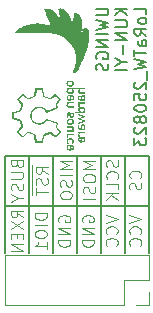
<source format=gbr>
%TF.GenerationSoftware,KiCad,Pcbnew,9.0.4-9.0.4-0~ubuntu22.04.1*%
%TF.CreationDate,2025-08-28T19:05:07+08:00*%
%TF.ProjectId,LoRa-TW,4c6f5261-2d54-4572-9e6b-696361645f70,0.1*%
%TF.SameCoordinates,Original*%
%TF.FileFunction,Legend,Bot*%
%TF.FilePolarity,Positive*%
%FSLAX46Y46*%
G04 Gerber Fmt 4.6, Leading zero omitted, Abs format (unit mm)*
G04 Created by KiCad (PCBNEW 9.0.4-9.0.4-0~ubuntu22.04.1) date 2025-08-28 19:05:07*
%MOMM*%
%LPD*%
G01*
G04 APERTURE LIST*
%ADD10C,0.000000*%
%ADD11C,0.150000*%
%ADD12C,0.100000*%
%ADD13C,0.120000*%
%ADD14R,1.350000X1.350000*%
%ADD15C,1.350000*%
G04 APERTURE END LIST*
D10*
G36*
X153955945Y-100302326D02*
G01*
X153978039Y-100303586D01*
X153999053Y-100305648D01*
X154019012Y-100308481D01*
X154037939Y-100312055D01*
X154055859Y-100316339D01*
X154072796Y-100321302D01*
X154088774Y-100326913D01*
X154103817Y-100333142D01*
X154117949Y-100339958D01*
X154131194Y-100347330D01*
X154143577Y-100355228D01*
X154155120Y-100363620D01*
X154165849Y-100372475D01*
X154175788Y-100381764D01*
X154184960Y-100391456D01*
X154193389Y-100401518D01*
X154201100Y-100411922D01*
X154208117Y-100422636D01*
X154214464Y-100433629D01*
X154220165Y-100444870D01*
X154225243Y-100456330D01*
X154233631Y-100479779D01*
X154239819Y-100503730D01*
X154244001Y-100527937D01*
X154246369Y-100552154D01*
X154247116Y-100576135D01*
X154246770Y-100591630D01*
X154245722Y-100607019D01*
X154243954Y-100622279D01*
X154241447Y-100637389D01*
X154238183Y-100652327D01*
X154234145Y-100667072D01*
X154229315Y-100681602D01*
X154223674Y-100695896D01*
X154217204Y-100709932D01*
X154209888Y-100723688D01*
X154201707Y-100737143D01*
X154192645Y-100750276D01*
X154182681Y-100763064D01*
X154171800Y-100775486D01*
X154159982Y-100787521D01*
X154147209Y-100799147D01*
X154070501Y-100708977D01*
X154077395Y-100701953D01*
X154083911Y-100694614D01*
X154090040Y-100686987D01*
X154095772Y-100679099D01*
X154101098Y-100670976D01*
X154106009Y-100662645D01*
X154110495Y-100654133D01*
X154114549Y-100645466D01*
X154118160Y-100636672D01*
X154121319Y-100627776D01*
X154124018Y-100618805D01*
X154126246Y-100609786D01*
X154127995Y-100600746D01*
X154129256Y-100591711D01*
X154130019Y-100582708D01*
X154130276Y-100573764D01*
X154130126Y-100565833D01*
X154129676Y-100558045D01*
X154128926Y-100550407D01*
X154127877Y-100542928D01*
X154126529Y-100535613D01*
X154124882Y-100528470D01*
X154122936Y-100521506D01*
X154120691Y-100514728D01*
X154118148Y-100508143D01*
X154115308Y-100501759D01*
X154112169Y-100495582D01*
X154108733Y-100489620D01*
X154104999Y-100483879D01*
X154100969Y-100478367D01*
X154096641Y-100473091D01*
X154092017Y-100468058D01*
X154087096Y-100463275D01*
X154081880Y-100458749D01*
X154076367Y-100454487D01*
X154070558Y-100450497D01*
X154064455Y-100446785D01*
X154058055Y-100443358D01*
X154051361Y-100440225D01*
X154044372Y-100437390D01*
X154037089Y-100434863D01*
X154029511Y-100432650D01*
X154021639Y-100430757D01*
X154013473Y-100429193D01*
X154005014Y-100427964D01*
X153996261Y-100427078D01*
X153987215Y-100426541D01*
X153977876Y-100426360D01*
X153977876Y-100811255D01*
X153875513Y-100811255D01*
X153860716Y-100810911D01*
X153846269Y-100809893D01*
X153832181Y-100808218D01*
X153818459Y-100805906D01*
X153805111Y-100802974D01*
X153792144Y-100799440D01*
X153779568Y-100795323D01*
X153767389Y-100790642D01*
X153755615Y-100785415D01*
X153744255Y-100779659D01*
X153733315Y-100773394D01*
X153722804Y-100766637D01*
X153712730Y-100759408D01*
X153703100Y-100751724D01*
X153693922Y-100743603D01*
X153685204Y-100735065D01*
X153676954Y-100726127D01*
X153669180Y-100716808D01*
X153661889Y-100707126D01*
X153655089Y-100697099D01*
X153648789Y-100686746D01*
X153642995Y-100676085D01*
X153637716Y-100665135D01*
X153632959Y-100653913D01*
X153628733Y-100642439D01*
X153625045Y-100630730D01*
X153621903Y-100618804D01*
X153619315Y-100606681D01*
X153617288Y-100594379D01*
X153615831Y-100581915D01*
X153614951Y-100569308D01*
X153614656Y-100556577D01*
X153731750Y-100556577D01*
X153731896Y-100563377D01*
X153732334Y-100570056D01*
X153733062Y-100576609D01*
X153734080Y-100583030D01*
X153735386Y-100589314D01*
X153736979Y-100595455D01*
X153738858Y-100601448D01*
X153741022Y-100607287D01*
X153743470Y-100612968D01*
X153746201Y-100618483D01*
X153749214Y-100623828D01*
X153752507Y-100628997D01*
X153756080Y-100633985D01*
X153759931Y-100638786D01*
X153764059Y-100643395D01*
X153768463Y-100647806D01*
X153773143Y-100652013D01*
X153778097Y-100656012D01*
X153783323Y-100659796D01*
X153788821Y-100663360D01*
X153794590Y-100666699D01*
X153800629Y-100669806D01*
X153806936Y-100672678D01*
X153813510Y-100675307D01*
X153820351Y-100677688D01*
X153827457Y-100679817D01*
X153834826Y-100681687D01*
X153842459Y-100683293D01*
X153850354Y-100684629D01*
X153858510Y-100685690D01*
X153866925Y-100686470D01*
X153875598Y-100686964D01*
X153875598Y-100426191D01*
X153866925Y-100426566D01*
X153858509Y-100427242D01*
X153850354Y-100428213D01*
X153842459Y-100429473D01*
X153834826Y-100431016D01*
X153827456Y-100432835D01*
X153820351Y-100434924D01*
X153813510Y-100437277D01*
X153806936Y-100439887D01*
X153800629Y-100442748D01*
X153794590Y-100445855D01*
X153788821Y-100449200D01*
X153783323Y-100452777D01*
X153778096Y-100456581D01*
X153773143Y-100460604D01*
X153768463Y-100464841D01*
X153764059Y-100469286D01*
X153759930Y-100473931D01*
X153756079Y-100478771D01*
X153752507Y-100483800D01*
X153749214Y-100489012D01*
X153746201Y-100494399D01*
X153743470Y-100499956D01*
X153741022Y-100505677D01*
X153738858Y-100511555D01*
X153736979Y-100517584D01*
X153735386Y-100523757D01*
X153734080Y-100530069D01*
X153733062Y-100536514D01*
X153732334Y-100543084D01*
X153731896Y-100549774D01*
X153731750Y-100556577D01*
X153614656Y-100556577D01*
X153615591Y-100534030D01*
X153618479Y-100511334D01*
X153620693Y-100500000D01*
X153623442Y-100488712D01*
X153626740Y-100477498D01*
X153630603Y-100466384D01*
X153635047Y-100455400D01*
X153640086Y-100444572D01*
X153645736Y-100433928D01*
X153652013Y-100423496D01*
X153658931Y-100413304D01*
X153666507Y-100403378D01*
X153674755Y-100393747D01*
X153683691Y-100384439D01*
X153693330Y-100375481D01*
X153703687Y-100366900D01*
X153714779Y-100358724D01*
X153726620Y-100350982D01*
X153739225Y-100343700D01*
X153752611Y-100336906D01*
X153766792Y-100330628D01*
X153781784Y-100324893D01*
X153797601Y-100319730D01*
X153814261Y-100315165D01*
X153831777Y-100311227D01*
X153850165Y-100307943D01*
X153869441Y-100305340D01*
X153875598Y-100304763D01*
X153889620Y-100303447D01*
X153910717Y-100302291D01*
X153932748Y-100301900D01*
X153955945Y-100302326D01*
G37*
G36*
X155044157Y-98578491D02*
G01*
X155053977Y-98579193D01*
X155063625Y-98580358D01*
X155073093Y-98581981D01*
X155082369Y-98584059D01*
X155091444Y-98586587D01*
X155100307Y-98589561D01*
X155108947Y-98592976D01*
X155117356Y-98596829D01*
X155125522Y-98601115D01*
X155133435Y-98605830D01*
X155141085Y-98610970D01*
X155148462Y-98616530D01*
X155155555Y-98622507D01*
X155162355Y-98628895D01*
X155168851Y-98635692D01*
X155175032Y-98642892D01*
X155180888Y-98650491D01*
X155186410Y-98658485D01*
X155191587Y-98666871D01*
X155196409Y-98675643D01*
X155200865Y-98684797D01*
X155204946Y-98694329D01*
X155208640Y-98704236D01*
X155211938Y-98714512D01*
X155214830Y-98725154D01*
X155217305Y-98736157D01*
X155219353Y-98747517D01*
X155220963Y-98759229D01*
X155222126Y-98771291D01*
X155222832Y-98783696D01*
X155223069Y-98796442D01*
X155222840Y-98811726D01*
X155222149Y-98826076D01*
X155220991Y-98839527D01*
X155219360Y-98852115D01*
X155217250Y-98863876D01*
X155214657Y-98874844D01*
X155211575Y-98885057D01*
X155207999Y-98894549D01*
X155203922Y-98903357D01*
X155199339Y-98911516D01*
X155194246Y-98919061D01*
X155188636Y-98926029D01*
X155182505Y-98932456D01*
X155175846Y-98938376D01*
X155168654Y-98943826D01*
X155160924Y-98948842D01*
X155160924Y-98951213D01*
X155215787Y-98951213D01*
X155215787Y-98951297D01*
X155215787Y-99075588D01*
X154794147Y-99075588D01*
X154780162Y-99075283D01*
X154766760Y-99074374D01*
X154753933Y-99072871D01*
X154741670Y-99070787D01*
X154729963Y-99068130D01*
X154718803Y-99064911D01*
X154708180Y-99061141D01*
X154698086Y-99056830D01*
X154688511Y-99051990D01*
X154679446Y-99046629D01*
X154670882Y-99040759D01*
X154662811Y-99034391D01*
X154655221Y-99027534D01*
X154648106Y-99020200D01*
X154641455Y-99012398D01*
X154635259Y-99004140D01*
X154629510Y-98995435D01*
X154624198Y-98986295D01*
X154619313Y-98976729D01*
X154614848Y-98966749D01*
X154610792Y-98956364D01*
X154607137Y-98945586D01*
X154603873Y-98934425D01*
X154600992Y-98922890D01*
X154598484Y-98910994D01*
X154596339Y-98898745D01*
X154593107Y-98873235D01*
X154591221Y-98846444D01*
X154590608Y-98818455D01*
X154590897Y-98801373D01*
X154591781Y-98784856D01*
X154593285Y-98768901D01*
X154595434Y-98753500D01*
X154598254Y-98738649D01*
X154601770Y-98724342D01*
X154606008Y-98710574D01*
X154610992Y-98697339D01*
X154616748Y-98684633D01*
X154623301Y-98672448D01*
X154630677Y-98660781D01*
X154638900Y-98649625D01*
X154647997Y-98638975D01*
X154657992Y-98628825D01*
X154668911Y-98619171D01*
X154680779Y-98610006D01*
X154755116Y-98707542D01*
X154751873Y-98709623D01*
X154748763Y-98711759D01*
X154745785Y-98713954D01*
X154742935Y-98716212D01*
X154740212Y-98718539D01*
X154737615Y-98720939D01*
X154735140Y-98723417D01*
X154732787Y-98725978D01*
X154730552Y-98728626D01*
X154728436Y-98731366D01*
X154726434Y-98734203D01*
X154724545Y-98737141D01*
X154722768Y-98740185D01*
X154721101Y-98743340D01*
X154719540Y-98746611D01*
X154718085Y-98750002D01*
X154716734Y-98753518D01*
X154715483Y-98757164D01*
X154714333Y-98760944D01*
X154713280Y-98764864D01*
X154712322Y-98768927D01*
X154711458Y-98773139D01*
X154710686Y-98777504D01*
X154710003Y-98782027D01*
X154708899Y-98791566D01*
X154708130Y-98801794D01*
X154707680Y-98812748D01*
X154707533Y-98824466D01*
X154707781Y-98840554D01*
X154708539Y-98855461D01*
X154709833Y-98869207D01*
X154711689Y-98881811D01*
X154714130Y-98893294D01*
X154717182Y-98903674D01*
X154720870Y-98912973D01*
X154722960Y-98917222D01*
X154725218Y-98921209D01*
X154727648Y-98924934D01*
X154730252Y-98928402D01*
X154733034Y-98931614D01*
X154735997Y-98934572D01*
X154739144Y-98937280D01*
X154742477Y-98939739D01*
X154746001Y-98941952D01*
X154749717Y-98943922D01*
X154753631Y-98945651D01*
X154757743Y-98947141D01*
X154762058Y-98948395D01*
X154766579Y-98949416D01*
X154771309Y-98950206D01*
X154776250Y-98950767D01*
X154786782Y-98951213D01*
X154851382Y-98951213D01*
X154851382Y-98802622D01*
X154953743Y-98802622D01*
X154953743Y-98951297D01*
X154998871Y-98951297D01*
X155007656Y-98951193D01*
X155015954Y-98950875D01*
X155023778Y-98950339D01*
X155031143Y-98949578D01*
X155038062Y-98948585D01*
X155044549Y-98947356D01*
X155050617Y-98945883D01*
X155056280Y-98944161D01*
X155061552Y-98942184D01*
X155066445Y-98939946D01*
X155070975Y-98937440D01*
X155075154Y-98934661D01*
X155078996Y-98931603D01*
X155082515Y-98928259D01*
X155085725Y-98924623D01*
X155088639Y-98920690D01*
X155091270Y-98916454D01*
X155093633Y-98911907D01*
X155095740Y-98907045D01*
X155097607Y-98901861D01*
X155099245Y-98896350D01*
X155100670Y-98890504D01*
X155101894Y-98884319D01*
X155102931Y-98877788D01*
X155104500Y-98863664D01*
X155105486Y-98848083D01*
X155105997Y-98830998D01*
X155106143Y-98812359D01*
X155105722Y-98797190D01*
X155104491Y-98783193D01*
X155102495Y-98770341D01*
X155099781Y-98758608D01*
X155098170Y-98753152D01*
X155096397Y-98747966D01*
X155094467Y-98743047D01*
X155092387Y-98738390D01*
X155090163Y-98733993D01*
X155087799Y-98729852D01*
X155085303Y-98725965D01*
X155082680Y-98722327D01*
X155079935Y-98718935D01*
X155077075Y-98715786D01*
X155074106Y-98712877D01*
X155071032Y-98710204D01*
X155067861Y-98707764D01*
X155064597Y-98705554D01*
X155061247Y-98703570D01*
X155057816Y-98701810D01*
X155050736Y-98698943D01*
X155043403Y-98696929D01*
X155035864Y-98695740D01*
X155028165Y-98695350D01*
X155023981Y-98695450D01*
X155019893Y-98695751D01*
X155015902Y-98696253D01*
X155012011Y-98696959D01*
X155008223Y-98697868D01*
X155004540Y-98698981D01*
X155000964Y-98700299D01*
X154997499Y-98701824D01*
X154994146Y-98703556D01*
X154990908Y-98705496D01*
X154987787Y-98707645D01*
X154984786Y-98710003D01*
X154981908Y-98712573D01*
X154979154Y-98715354D01*
X154976528Y-98718347D01*
X154974032Y-98721554D01*
X154971667Y-98724975D01*
X154969438Y-98728612D01*
X154967345Y-98732464D01*
X154965392Y-98736534D01*
X154963581Y-98740821D01*
X154961915Y-98745327D01*
X154960396Y-98750053D01*
X154959026Y-98755000D01*
X154957808Y-98760168D01*
X154956744Y-98765559D01*
X154955838Y-98771172D01*
X154955090Y-98777010D01*
X154954505Y-98783074D01*
X154954083Y-98789363D01*
X154953829Y-98795879D01*
X154953743Y-98802622D01*
X154851382Y-98802622D01*
X154851382Y-98779339D01*
X154851627Y-98767082D01*
X154852351Y-98755203D01*
X154853544Y-98743703D01*
X154855191Y-98732583D01*
X154857280Y-98721843D01*
X154859799Y-98711484D01*
X154862734Y-98701507D01*
X154866073Y-98691913D01*
X154869803Y-98682702D01*
X154873912Y-98673874D01*
X154878385Y-98665432D01*
X154883212Y-98657375D01*
X154888379Y-98649703D01*
X154893873Y-98642419D01*
X154899681Y-98635522D01*
X154905791Y-98629014D01*
X154912190Y-98622894D01*
X154918865Y-98617164D01*
X154925804Y-98611824D01*
X154932994Y-98606876D01*
X154940421Y-98602319D01*
X154948074Y-98598154D01*
X154955939Y-98594383D01*
X154964003Y-98591006D01*
X154972255Y-98588024D01*
X154980681Y-98585437D01*
X154989268Y-98583245D01*
X154998004Y-98581451D01*
X155006875Y-98580054D01*
X155015870Y-98579056D01*
X155024975Y-98578456D01*
X155028165Y-98578387D01*
X155034178Y-98578256D01*
X155044157Y-98578491D01*
G37*
G36*
X155044157Y-96080824D02*
G01*
X155053977Y-96081526D01*
X155063625Y-96082691D01*
X155073093Y-96084314D01*
X155082369Y-96086392D01*
X155091444Y-96088920D01*
X155100307Y-96091893D01*
X155108947Y-96095308D01*
X155117356Y-96099160D01*
X155125522Y-96103446D01*
X155133435Y-96108160D01*
X155141085Y-96113299D01*
X155148462Y-96118858D01*
X155155555Y-96124833D01*
X155162355Y-96131220D01*
X155168851Y-96138014D01*
X155175032Y-96145212D01*
X155180888Y-96152809D01*
X155186410Y-96160801D01*
X155191587Y-96169183D01*
X155196409Y-96177952D01*
X155200865Y-96187103D01*
X155204946Y-96196631D01*
X155208640Y-96206534D01*
X155211938Y-96216805D01*
X155214830Y-96227442D01*
X155217305Y-96238439D01*
X155219353Y-96249793D01*
X155220963Y-96261500D01*
X155222126Y-96273554D01*
X155222832Y-96285953D01*
X155223069Y-96298691D01*
X155222840Y-96313975D01*
X155222149Y-96328325D01*
X155220991Y-96341776D01*
X155219360Y-96354363D01*
X155217250Y-96366122D01*
X155214657Y-96377089D01*
X155211575Y-96387299D01*
X155207999Y-96396787D01*
X155203922Y-96405591D01*
X155199339Y-96413744D01*
X155194246Y-96421282D01*
X155188636Y-96428242D01*
X155182505Y-96434659D01*
X155175846Y-96440568D01*
X155168654Y-96446005D01*
X155160924Y-96451006D01*
X155160924Y-96453461D01*
X155215787Y-96453461D01*
X155215787Y-96453546D01*
X155215787Y-96577837D01*
X154794147Y-96577837D01*
X154780162Y-96577531D01*
X154766760Y-96576622D01*
X154753933Y-96575120D01*
X154741670Y-96573035D01*
X154729963Y-96570378D01*
X154718803Y-96567159D01*
X154708180Y-96563390D01*
X154698086Y-96559079D01*
X154688511Y-96554238D01*
X154679446Y-96548878D01*
X154670882Y-96543008D01*
X154662811Y-96536639D01*
X154655221Y-96529783D01*
X154648106Y-96522448D01*
X154641455Y-96514647D01*
X154635259Y-96506388D01*
X154629510Y-96497684D01*
X154624198Y-96488544D01*
X154619313Y-96478978D01*
X154614848Y-96468998D01*
X154610792Y-96458613D01*
X154607137Y-96447835D01*
X154603873Y-96436673D01*
X154600992Y-96425139D01*
X154598484Y-96413242D01*
X154596339Y-96400994D01*
X154593107Y-96375484D01*
X154591221Y-96348692D01*
X154590608Y-96320704D01*
X154590897Y-96303621D01*
X154591781Y-96287105D01*
X154593285Y-96271150D01*
X154595434Y-96255750D01*
X154598254Y-96240900D01*
X154601770Y-96226595D01*
X154606008Y-96212830D01*
X154610992Y-96199599D01*
X154616748Y-96186896D01*
X154623301Y-96174718D01*
X154630677Y-96163057D01*
X154638900Y-96151909D01*
X154647997Y-96141269D01*
X154657992Y-96131130D01*
X154668911Y-96121489D01*
X154680779Y-96112339D01*
X154755116Y-96209791D01*
X154751873Y-96211872D01*
X154748763Y-96214009D01*
X154745785Y-96216204D01*
X154742935Y-96218465D01*
X154740212Y-96220793D01*
X154737615Y-96223196D01*
X154735140Y-96225676D01*
X154732787Y-96228240D01*
X154730552Y-96230891D01*
X154728436Y-96233634D01*
X154726434Y-96236474D01*
X154724545Y-96239416D01*
X154722768Y-96242464D01*
X154721101Y-96245623D01*
X154719540Y-96248898D01*
X154718085Y-96252293D01*
X154716734Y-96255813D01*
X154715483Y-96259463D01*
X154714333Y-96263247D01*
X154713280Y-96267170D01*
X154712322Y-96271237D01*
X154711458Y-96275453D01*
X154710686Y-96279821D01*
X154710003Y-96284347D01*
X154708899Y-96293892D01*
X154708130Y-96304124D01*
X154707680Y-96315081D01*
X154707533Y-96326800D01*
X154707781Y-96342888D01*
X154708539Y-96357794D01*
X154709833Y-96371540D01*
X154711689Y-96384144D01*
X154714130Y-96395627D01*
X154717182Y-96406008D01*
X154720870Y-96415306D01*
X154722960Y-96419556D01*
X154725218Y-96423542D01*
X154727648Y-96427268D01*
X154730252Y-96430735D01*
X154733034Y-96433947D01*
X154735997Y-96436905D01*
X154739144Y-96439613D01*
X154742477Y-96442072D01*
X154746001Y-96444285D01*
X154749717Y-96446255D01*
X154753631Y-96447984D01*
X154757743Y-96449475D01*
X154762058Y-96450729D01*
X154766579Y-96451750D01*
X154771309Y-96452539D01*
X154776250Y-96453100D01*
X154786782Y-96453546D01*
X154851382Y-96453546D01*
X154851382Y-96304871D01*
X154953743Y-96304871D01*
X154953743Y-96453546D01*
X154998871Y-96453546D01*
X155007656Y-96453441D01*
X155015954Y-96453124D01*
X155023778Y-96452588D01*
X155031143Y-96451826D01*
X155038062Y-96450834D01*
X155044549Y-96449605D01*
X155050617Y-96448132D01*
X155056280Y-96446410D01*
X155061552Y-96444433D01*
X155066445Y-96442195D01*
X155070975Y-96439689D01*
X155075154Y-96436910D01*
X155078996Y-96433851D01*
X155082515Y-96430507D01*
X155085725Y-96426872D01*
X155088639Y-96422939D01*
X155091270Y-96418702D01*
X155093633Y-96414156D01*
X155095740Y-96409294D01*
X155097607Y-96404110D01*
X155099245Y-96398599D01*
X155100670Y-96392753D01*
X155101894Y-96386568D01*
X155102931Y-96380037D01*
X155104500Y-96365912D01*
X155105486Y-96350332D01*
X155105997Y-96333246D01*
X155106143Y-96314608D01*
X155105722Y-96299439D01*
X155104491Y-96285442D01*
X155102495Y-96272590D01*
X155099781Y-96260856D01*
X155098170Y-96255401D01*
X155096397Y-96250215D01*
X155094467Y-96245295D01*
X155092387Y-96240639D01*
X155090163Y-96236242D01*
X155087799Y-96232101D01*
X155085303Y-96228213D01*
X155082680Y-96224575D01*
X155079935Y-96221184D01*
X155077075Y-96218035D01*
X155074106Y-96215126D01*
X155071032Y-96212453D01*
X155067861Y-96210013D01*
X155064597Y-96207803D01*
X155061247Y-96205819D01*
X155057816Y-96204058D01*
X155050736Y-96201192D01*
X155043403Y-96199178D01*
X155035864Y-96197989D01*
X155028165Y-96197598D01*
X155023981Y-96197699D01*
X155019893Y-96198000D01*
X155015902Y-96198502D01*
X155012011Y-96199207D01*
X155008223Y-96200116D01*
X155004540Y-96201230D01*
X155000964Y-96202548D01*
X154997499Y-96204073D01*
X154994146Y-96205805D01*
X154990908Y-96207745D01*
X154987787Y-96209893D01*
X154984786Y-96212252D01*
X154981908Y-96214821D01*
X154979154Y-96217602D01*
X154976528Y-96220596D01*
X154974032Y-96223803D01*
X154971667Y-96227224D01*
X154969438Y-96230860D01*
X154967345Y-96234713D01*
X154965392Y-96238783D01*
X154963581Y-96243070D01*
X154961915Y-96247576D01*
X154960396Y-96252302D01*
X154959026Y-96257249D01*
X154957808Y-96262417D01*
X154956744Y-96267807D01*
X154955838Y-96273421D01*
X154955090Y-96279259D01*
X154954505Y-96285322D01*
X154954083Y-96291611D01*
X154953829Y-96298127D01*
X154953743Y-96304871D01*
X154851382Y-96304871D01*
X154851382Y-96281673D01*
X154851627Y-96269408D01*
X154852351Y-96257523D01*
X154853544Y-96246017D01*
X154855191Y-96234892D01*
X154857280Y-96224148D01*
X154859799Y-96213786D01*
X154862734Y-96203807D01*
X154866073Y-96194211D01*
X154869803Y-96184998D01*
X154873912Y-96176170D01*
X154878385Y-96167728D01*
X154883212Y-96159671D01*
X154888379Y-96152000D01*
X154893873Y-96144717D01*
X154899681Y-96137822D01*
X154905791Y-96131315D01*
X154912190Y-96125198D01*
X154918865Y-96119470D01*
X154925804Y-96114133D01*
X154932994Y-96109187D01*
X154940421Y-96104632D01*
X154948074Y-96100471D01*
X154955939Y-96096702D01*
X154964003Y-96093328D01*
X154972255Y-96090347D01*
X154980681Y-96087763D01*
X154989268Y-96085573D01*
X154998004Y-96083781D01*
X155006875Y-96082386D01*
X155015870Y-96081388D01*
X155024975Y-96080789D01*
X155028165Y-96080720D01*
X155034178Y-96080589D01*
X155044157Y-96080824D01*
G37*
G36*
X155215787Y-99212240D02*
G01*
X155215787Y-99336530D01*
X154844100Y-99336530D01*
X154835803Y-99336703D01*
X154827803Y-99337216D01*
X154820098Y-99338056D01*
X154812684Y-99339214D01*
X154805560Y-99340679D01*
X154798724Y-99342441D01*
X154792174Y-99344488D01*
X154785907Y-99346809D01*
X154779922Y-99349395D01*
X154774216Y-99352235D01*
X154768786Y-99355317D01*
X154763632Y-99358631D01*
X154758749Y-99362167D01*
X154754138Y-99365913D01*
X154749795Y-99369860D01*
X154745717Y-99373995D01*
X154741904Y-99378310D01*
X154738352Y-99382792D01*
X154735060Y-99387431D01*
X154732026Y-99392217D01*
X154729246Y-99397138D01*
X154726720Y-99402185D01*
X154724445Y-99407346D01*
X154722418Y-99412611D01*
X154719102Y-99423409D01*
X154716755Y-99434494D01*
X154715360Y-99445779D01*
X154714899Y-99457180D01*
X154715000Y-99463008D01*
X154715309Y-99468605D01*
X154715832Y-99473999D01*
X154716577Y-99479220D01*
X154717551Y-99484296D01*
X154718761Y-99489256D01*
X154720213Y-99494128D01*
X154721915Y-99498942D01*
X154723875Y-99503726D01*
X154726098Y-99508510D01*
X154728592Y-99513321D01*
X154731365Y-99518188D01*
X154734423Y-99523141D01*
X154737773Y-99528208D01*
X154741422Y-99533418D01*
X154745378Y-99538799D01*
X154638106Y-99628969D01*
X154632759Y-99621844D01*
X154627678Y-99614625D01*
X154622876Y-99607305D01*
X154618361Y-99599876D01*
X154614146Y-99592332D01*
X154610241Y-99584666D01*
X154606656Y-99576872D01*
X154603403Y-99568941D01*
X154600492Y-99560867D01*
X154597935Y-99552644D01*
X154595741Y-99544264D01*
X154593922Y-99535720D01*
X154592488Y-99527005D01*
X154591451Y-99518113D01*
X154590820Y-99509036D01*
X154590608Y-99499768D01*
X154590893Y-99487549D01*
X154591751Y-99475569D01*
X154593179Y-99463838D01*
X154595180Y-99452368D01*
X154597752Y-99441168D01*
X154600895Y-99430250D01*
X154604610Y-99419625D01*
X154608896Y-99409302D01*
X154613754Y-99399292D01*
X154619183Y-99389607D01*
X154625184Y-99380257D01*
X154631756Y-99371252D01*
X154638900Y-99362603D01*
X154646615Y-99354322D01*
X154654902Y-99346417D01*
X154663760Y-99338901D01*
X154663760Y-99336446D01*
X154597974Y-99336446D01*
X154597974Y-99212156D01*
X155215787Y-99212156D01*
X155215787Y-99212240D01*
G37*
G36*
X153954558Y-94884818D02*
G01*
X153976921Y-94885518D01*
X153997589Y-94886698D01*
X154016685Y-94888373D01*
X154034333Y-94890554D01*
X154050655Y-94893254D01*
X154065775Y-94896486D01*
X154079815Y-94900262D01*
X154092898Y-94904594D01*
X154105149Y-94909496D01*
X154116688Y-94914979D01*
X154127641Y-94921057D01*
X154138129Y-94927741D01*
X154148276Y-94935045D01*
X154158204Y-94942980D01*
X154168037Y-94951559D01*
X154175149Y-94958233D01*
X154182281Y-94965473D01*
X154189365Y-94973303D01*
X154196337Y-94981746D01*
X154203131Y-94990825D01*
X154209679Y-95000562D01*
X154215918Y-95010983D01*
X154221779Y-95022108D01*
X154224548Y-95027942D01*
X154227199Y-95033961D01*
X154229722Y-95040168D01*
X154232109Y-95046566D01*
X154234353Y-95053158D01*
X154236446Y-95059946D01*
X154238378Y-95066933D01*
X154240141Y-95074122D01*
X154241729Y-95081517D01*
X154243131Y-95089120D01*
X154244340Y-95096933D01*
X154245348Y-95104960D01*
X154246146Y-95113204D01*
X154246726Y-95121668D01*
X154247081Y-95130354D01*
X154247200Y-95139265D01*
X154246726Y-95156862D01*
X154245348Y-95173567D01*
X154243131Y-95189404D01*
X154240141Y-95204396D01*
X154236446Y-95218568D01*
X154232109Y-95231942D01*
X154227198Y-95244542D01*
X154221779Y-95256391D01*
X154215917Y-95267513D01*
X154209679Y-95277931D01*
X154203130Y-95287669D01*
X154196337Y-95296749D01*
X154189365Y-95305196D01*
X154182280Y-95313034D01*
X154175149Y-95320284D01*
X154168037Y-95326971D01*
X154158204Y-95335552D01*
X154148276Y-95343490D01*
X154138129Y-95350797D01*
X154127641Y-95357487D01*
X154116688Y-95363571D01*
X154105149Y-95369061D01*
X154092898Y-95373971D01*
X154079815Y-95378311D01*
X154065775Y-95382095D01*
X154050655Y-95385334D01*
X154034333Y-95388042D01*
X154016685Y-95390229D01*
X153997589Y-95391909D01*
X153976921Y-95393094D01*
X153954558Y-95393796D01*
X153930378Y-95394027D01*
X153906211Y-95393797D01*
X153883886Y-95393098D01*
X153863277Y-95391917D01*
X153844257Y-95390241D01*
X153826701Y-95388059D01*
X153810480Y-95385357D01*
X153795471Y-95382122D01*
X153781544Y-95378343D01*
X153768576Y-95374006D01*
X153756438Y-95369099D01*
X153745006Y-95363608D01*
X153734151Y-95357523D01*
X153723748Y-95350829D01*
X153713671Y-95343514D01*
X153703794Y-95335566D01*
X153693989Y-95326971D01*
X153686876Y-95320298D01*
X153679742Y-95313058D01*
X153672653Y-95305228D01*
X153665676Y-95296785D01*
X153658876Y-95287706D01*
X153652320Y-95277968D01*
X153646074Y-95267548D01*
X153640204Y-95256423D01*
X153637431Y-95250589D01*
X153634777Y-95244569D01*
X153632250Y-95238362D01*
X153629859Y-95231964D01*
X153627611Y-95225373D01*
X153625515Y-95218585D01*
X153623580Y-95211598D01*
X153621813Y-95204408D01*
X153620223Y-95197014D01*
X153618818Y-95189411D01*
X153617607Y-95181598D01*
X153616597Y-95173570D01*
X153615798Y-95165326D01*
X153615216Y-95156863D01*
X153614861Y-95148177D01*
X153614741Y-95139265D01*
X153739031Y-95139265D01*
X153739256Y-95147219D01*
X153739918Y-95155060D01*
X153740997Y-95162764D01*
X153742475Y-95170306D01*
X153744330Y-95177662D01*
X153746545Y-95184807D01*
X153749100Y-95191715D01*
X153751974Y-95198363D01*
X153755150Y-95204724D01*
X153758606Y-95210776D01*
X153762324Y-95216491D01*
X153766284Y-95221847D01*
X153770467Y-95226818D01*
X153774854Y-95231379D01*
X153779424Y-95235505D01*
X153784158Y-95239172D01*
X153790237Y-95243337D01*
X153796226Y-95247142D01*
X153802233Y-95250599D01*
X153808369Y-95253721D01*
X153814742Y-95256521D01*
X153821459Y-95259011D01*
X153828631Y-95261203D01*
X153836366Y-95263111D01*
X153844773Y-95264748D01*
X153853960Y-95266125D01*
X153864036Y-95267255D01*
X153875110Y-95268152D01*
X153887291Y-95268827D01*
X153900688Y-95269294D01*
X153915409Y-95269565D01*
X153931563Y-95269652D01*
X153962043Y-95269294D01*
X153975278Y-95268827D01*
X153987319Y-95268152D01*
X153998273Y-95267255D01*
X154008248Y-95266125D01*
X154017352Y-95264748D01*
X154025691Y-95263111D01*
X154033374Y-95261203D01*
X154040507Y-95259011D01*
X154047198Y-95256521D01*
X154053554Y-95253721D01*
X154059684Y-95250599D01*
X154065693Y-95247142D01*
X154071690Y-95243337D01*
X154077783Y-95239172D01*
X154080162Y-95237397D01*
X154082503Y-95235504D01*
X154087063Y-95231375D01*
X154091442Y-95226811D01*
X154095621Y-95221835D01*
X154099579Y-95216474D01*
X154103298Y-95210753D01*
X154106756Y-95204697D01*
X154109935Y-95198331D01*
X154112814Y-95191680D01*
X154115373Y-95184770D01*
X154117593Y-95177625D01*
X154119454Y-95170271D01*
X154120936Y-95162732D01*
X154122020Y-95155035D01*
X154122684Y-95147205D01*
X154122910Y-95139265D01*
X154122685Y-95131326D01*
X154122023Y-95123495D01*
X154120944Y-95115798D01*
X154119466Y-95108260D01*
X154117611Y-95100906D01*
X154115396Y-95093761D01*
X154112841Y-95086851D01*
X154109967Y-95080200D01*
X154106791Y-95073834D01*
X154103335Y-95067777D01*
X154099617Y-95062056D01*
X154095657Y-95056696D01*
X154091474Y-95051720D01*
X154087087Y-95047155D01*
X154082517Y-95043027D01*
X154077783Y-95039359D01*
X154071690Y-95035193D01*
X154065691Y-95031388D01*
X154059676Y-95027931D01*
X154053536Y-95024809D01*
X154047162Y-95022010D01*
X154040444Y-95019520D01*
X154033274Y-95017327D01*
X154025543Y-95015419D01*
X154017141Y-95013783D01*
X154007959Y-95012406D01*
X153997888Y-95011275D01*
X153986819Y-95010379D01*
X153974642Y-95009704D01*
X153961249Y-95009237D01*
X153946531Y-95008966D01*
X153930378Y-95008879D01*
X153899554Y-95009240D01*
X153886216Y-95009711D01*
X153874110Y-95010391D01*
X153863126Y-95011292D01*
X153853150Y-95012428D01*
X153844070Y-95013810D01*
X153835774Y-95015451D01*
X153828149Y-95017362D01*
X153821084Y-95019557D01*
X153814467Y-95022047D01*
X153808184Y-95024845D01*
X153802124Y-95027963D01*
X153796175Y-95031413D01*
X153790224Y-95035207D01*
X153784158Y-95039359D01*
X153781779Y-95041133D01*
X153779438Y-95043026D01*
X153774878Y-95047152D01*
X153770499Y-95051713D01*
X153766320Y-95056684D01*
X153762362Y-95062039D01*
X153758643Y-95067755D01*
X153755185Y-95073806D01*
X153752006Y-95080168D01*
X153749127Y-95086816D01*
X153746568Y-95093724D01*
X153744348Y-95100869D01*
X153742487Y-95108224D01*
X153741005Y-95115767D01*
X153739921Y-95123471D01*
X153739257Y-95131312D01*
X153739031Y-95139265D01*
X153614741Y-95139265D01*
X153615216Y-95121668D01*
X153616597Y-95104960D01*
X153618819Y-95089120D01*
X153621813Y-95074122D01*
X153625516Y-95059946D01*
X153629859Y-95046566D01*
X153634777Y-95033961D01*
X153640205Y-95022108D01*
X153646074Y-95010983D01*
X153652320Y-95000562D01*
X153658876Y-94990825D01*
X153665676Y-94981746D01*
X153672653Y-94973303D01*
X153679742Y-94965473D01*
X153686876Y-94958233D01*
X153693989Y-94951559D01*
X153703821Y-94942980D01*
X153713744Y-94935045D01*
X153723881Y-94927741D01*
X153734353Y-94921057D01*
X153745282Y-94914979D01*
X153756788Y-94909496D01*
X153768994Y-94904594D01*
X153782021Y-94900262D01*
X153795990Y-94896486D01*
X153811024Y-94893254D01*
X153827243Y-94890554D01*
X153844769Y-94888373D01*
X153863724Y-94886698D01*
X153884230Y-94885518D01*
X153906407Y-94884818D01*
X153930378Y-94884588D01*
X153954558Y-94884818D01*
G37*
D11*
X160590000Y-101300000D02*
X148370000Y-101300000D01*
X152443333Y-101300000D02*
X152443333Y-109500000D01*
X158553333Y-101300000D02*
X158553333Y-109500000D01*
D10*
G36*
X155215787Y-96714404D02*
G01*
X155215787Y-96838694D01*
X154844100Y-96838694D01*
X154835803Y-96838868D01*
X154827803Y-96839381D01*
X154820098Y-96840222D01*
X154812684Y-96841382D01*
X154805560Y-96842849D01*
X154798724Y-96844612D01*
X154792174Y-96846661D01*
X154785907Y-96848985D01*
X154779922Y-96851574D01*
X154774216Y-96854416D01*
X154768786Y-96857501D01*
X154763632Y-96860818D01*
X154758749Y-96864356D01*
X154754138Y-96868105D01*
X154749795Y-96872053D01*
X154745717Y-96876191D01*
X154741904Y-96880507D01*
X154738352Y-96884991D01*
X154735060Y-96889631D01*
X154732026Y-96894418D01*
X154729246Y-96899340D01*
X154726720Y-96904387D01*
X154724445Y-96909547D01*
X154722418Y-96914811D01*
X154719102Y-96925605D01*
X154716755Y-96936682D01*
X154715360Y-96947957D01*
X154714899Y-96959344D01*
X154715000Y-96965158D01*
X154715309Y-96970745D01*
X154715832Y-96976132D01*
X154716577Y-96981349D01*
X154717551Y-96986423D01*
X154718761Y-96991383D01*
X154720213Y-96996257D01*
X154721915Y-97001075D01*
X154723875Y-97005863D01*
X154726098Y-97010651D01*
X154728592Y-97015467D01*
X154731365Y-97020340D01*
X154734423Y-97025298D01*
X154737773Y-97030368D01*
X154741422Y-97035581D01*
X154745378Y-97040963D01*
X154638106Y-97131133D01*
X154632759Y-97124009D01*
X154627678Y-97116792D01*
X154622876Y-97109476D01*
X154618361Y-97102052D01*
X154614146Y-97094513D01*
X154610241Y-97086852D01*
X154606656Y-97079063D01*
X154603403Y-97071136D01*
X154600492Y-97063066D01*
X154597935Y-97054845D01*
X154595741Y-97046465D01*
X154593922Y-97037919D01*
X154592488Y-97029200D01*
X154591451Y-97020301D01*
X154590820Y-97011214D01*
X154590608Y-97001932D01*
X154590893Y-96989712D01*
X154591751Y-96977729D01*
X154593179Y-96965995D01*
X154595180Y-96954520D01*
X154597752Y-96943315D01*
X154600895Y-96932392D01*
X154604610Y-96921761D01*
X154608896Y-96911434D01*
X154613754Y-96901421D01*
X154619183Y-96891734D01*
X154625184Y-96882383D01*
X154631756Y-96873380D01*
X154638900Y-96864736D01*
X154646615Y-96856461D01*
X154654902Y-96848567D01*
X154663760Y-96841065D01*
X154663760Y-96838610D01*
X154597974Y-96838610D01*
X154597974Y-96714319D01*
X155215787Y-96714319D01*
X155215787Y-96714404D01*
G37*
D11*
X156516667Y-101300000D02*
X156516667Y-109500000D01*
D10*
G36*
X155215787Y-97891186D02*
G01*
X155215787Y-98000914D01*
X154783140Y-98130031D01*
X154783140Y-98132486D01*
X155215787Y-98261687D01*
X155215787Y-98371415D01*
X154597974Y-98568773D01*
X154597974Y-98437117D01*
X155030536Y-98319007D01*
X155030536Y-98316466D01*
X154597974Y-98176343D01*
X154597974Y-98086173D01*
X155030536Y-97946050D01*
X155030536Y-97943594D01*
X154597974Y-97825400D01*
X154597974Y-97693828D01*
X155215787Y-97891186D01*
G37*
G36*
X153931563Y-95499607D02*
G01*
X155215702Y-95499607D01*
X155215702Y-95623897D01*
X154847656Y-95623897D01*
X154839871Y-95624053D01*
X154832295Y-95624515D01*
X154824933Y-95625277D01*
X154817785Y-95626332D01*
X154810855Y-95627673D01*
X154804145Y-95629294D01*
X154797658Y-95631186D01*
X154791395Y-95633344D01*
X154785360Y-95635761D01*
X154779554Y-95638429D01*
X154773980Y-95641342D01*
X154768640Y-95644494D01*
X154763538Y-95647876D01*
X154758675Y-95651482D01*
X154754053Y-95655306D01*
X154749676Y-95659341D01*
X154745545Y-95663579D01*
X154741663Y-95668014D01*
X154738033Y-95672639D01*
X154734656Y-95677446D01*
X154731536Y-95682430D01*
X154728674Y-95687584D01*
X154726073Y-95692899D01*
X154723736Y-95698371D01*
X154721665Y-95703991D01*
X154719862Y-95709753D01*
X154718330Y-95715650D01*
X154717070Y-95721674D01*
X154716087Y-95727821D01*
X154715382Y-95734081D01*
X154714956Y-95740449D01*
X154714814Y-95746918D01*
X154714956Y-95753383D01*
X154715382Y-95759742D01*
X154716087Y-95765988D01*
X154717070Y-95772114D01*
X154718330Y-95778114D01*
X154719862Y-95783981D01*
X154721665Y-95789710D01*
X154723736Y-95795293D01*
X154726073Y-95800724D01*
X154728674Y-95805997D01*
X154731536Y-95811105D01*
X154734656Y-95816041D01*
X154738033Y-95820800D01*
X154741663Y-95825374D01*
X154745545Y-95829758D01*
X154749676Y-95833945D01*
X154754053Y-95837928D01*
X154758675Y-95841700D01*
X154763538Y-95845257D01*
X154768640Y-95848590D01*
X154773980Y-95851694D01*
X154779554Y-95854561D01*
X154785360Y-95857187D01*
X154791395Y-95859563D01*
X154797658Y-95861684D01*
X154804145Y-95863543D01*
X154810855Y-95865134D01*
X154817785Y-95866450D01*
X154824933Y-95867485D01*
X154832295Y-95868232D01*
X154839871Y-95868685D01*
X154847656Y-95868838D01*
X155215702Y-95868838D01*
X155215702Y-95993129D01*
X154804985Y-95993129D01*
X154792041Y-95992811D01*
X154779485Y-95991874D01*
X154767317Y-95990339D01*
X154755539Y-95988229D01*
X154744153Y-95985567D01*
X154733160Y-95982376D01*
X154722562Y-95978676D01*
X154712361Y-95974493D01*
X154702557Y-95969847D01*
X154693153Y-95964761D01*
X154684150Y-95959258D01*
X154675550Y-95953360D01*
X154667354Y-95947090D01*
X154659564Y-95940471D01*
X154652182Y-95933525D01*
X154645208Y-95926274D01*
X154638645Y-95918741D01*
X154632494Y-95910948D01*
X154626756Y-95902919D01*
X154621434Y-95894675D01*
X154616528Y-95886239D01*
X154612041Y-95877633D01*
X154607974Y-95868881D01*
X154604328Y-95860005D01*
X154601106Y-95851026D01*
X154598308Y-95841969D01*
X154595936Y-95832854D01*
X154593992Y-95823706D01*
X154592477Y-95814545D01*
X154591393Y-95805396D01*
X154590741Y-95796280D01*
X154590524Y-95787219D01*
X154590810Y-95775000D01*
X154591670Y-95763015D01*
X154593103Y-95751274D01*
X154595108Y-95739782D01*
X154597685Y-95728547D01*
X154600833Y-95717577D01*
X154604553Y-95706877D01*
X154608843Y-95696457D01*
X154613705Y-95686322D01*
X154619136Y-95676480D01*
X154625137Y-95666938D01*
X154631707Y-95657703D01*
X154638847Y-95648783D01*
X154646555Y-95640185D01*
X154654831Y-95631915D01*
X154663676Y-95623982D01*
X154174048Y-95624405D01*
X154182111Y-95633134D01*
X154189808Y-95641962D01*
X154197116Y-95650905D01*
X154204016Y-95659976D01*
X154210486Y-95669190D01*
X154216505Y-95678561D01*
X154222051Y-95688104D01*
X154227103Y-95697832D01*
X154231640Y-95707762D01*
X154235641Y-95717906D01*
X154239085Y-95728279D01*
X154241950Y-95738896D01*
X154244215Y-95749771D01*
X154245860Y-95760918D01*
X154246862Y-95772352D01*
X154247200Y-95784087D01*
X154247101Y-95791107D01*
X154246806Y-95798006D01*
X154246319Y-95804786D01*
X154245644Y-95811445D01*
X154244785Y-95817985D01*
X154243746Y-95824404D01*
X154242532Y-95830705D01*
X154241145Y-95836886D01*
X154239591Y-95842947D01*
X154237873Y-95848890D01*
X154235996Y-95854714D01*
X154233962Y-95860419D01*
X154231777Y-95866006D01*
X154229444Y-95871474D01*
X154224351Y-95882057D01*
X154218715Y-95892168D01*
X154212569Y-95901809D01*
X154205944Y-95910981D01*
X154198873Y-95919687D01*
X154191387Y-95927927D01*
X154183520Y-95935702D01*
X154175302Y-95943014D01*
X154166767Y-95949864D01*
X154158586Y-95955979D01*
X154150344Y-95961545D01*
X154141867Y-95966582D01*
X154132982Y-95971111D01*
X154123517Y-95975155D01*
X154113299Y-95978735D01*
X154102154Y-95981872D01*
X154089911Y-95984588D01*
X154076395Y-95986904D01*
X154061434Y-95988841D01*
X154044856Y-95990422D01*
X154026487Y-95991667D01*
X153983686Y-95993236D01*
X153931648Y-95993721D01*
X153904374Y-95993604D01*
X153879558Y-95993236D01*
X153857030Y-95992598D01*
X153836621Y-95991667D01*
X153818161Y-95990422D01*
X153801481Y-95988841D01*
X153786411Y-95986904D01*
X153772781Y-95984588D01*
X153760423Y-95981872D01*
X153754667Y-95980358D01*
X153749165Y-95978735D01*
X153743897Y-95977002D01*
X153738840Y-95975155D01*
X153733974Y-95973193D01*
X153729277Y-95971111D01*
X153720307Y-95966582D01*
X153711760Y-95961545D01*
X153703467Y-95955979D01*
X153695259Y-95949864D01*
X153686723Y-95943000D01*
X153678506Y-95935677D01*
X153670638Y-95927895D01*
X153663153Y-95919651D01*
X153656082Y-95910944D01*
X153649457Y-95901772D01*
X153643310Y-95892132D01*
X153637675Y-95882025D01*
X153632582Y-95871447D01*
X153628063Y-95860397D01*
X153624152Y-95848873D01*
X153620880Y-95836874D01*
X153618279Y-95824397D01*
X153616382Y-95811442D01*
X153615219Y-95798005D01*
X153614825Y-95784087D01*
X153615163Y-95772272D01*
X153616163Y-95760619D01*
X153617802Y-95749147D01*
X153618383Y-95746241D01*
X153739032Y-95746241D01*
X153739314Y-95756888D01*
X153740150Y-95766906D01*
X153741521Y-95776311D01*
X153743408Y-95785125D01*
X153745794Y-95793365D01*
X153748659Y-95801051D01*
X153751986Y-95808203D01*
X153755756Y-95814839D01*
X153759951Y-95820979D01*
X153764552Y-95826641D01*
X153769542Y-95831846D01*
X153774902Y-95836612D01*
X153780613Y-95840958D01*
X153786658Y-95844904D01*
X153793018Y-95848469D01*
X153799674Y-95851672D01*
X153806609Y-95854532D01*
X153813803Y-95857068D01*
X153828899Y-95861247D01*
X153844815Y-95864361D01*
X153861404Y-95866565D01*
X153878520Y-95868012D01*
X153896016Y-95868855D01*
X153931563Y-95869346D01*
X153949367Y-95869249D01*
X153967059Y-95868855D01*
X153984497Y-95868012D01*
X154001538Y-95866565D01*
X154018037Y-95864361D01*
X154026039Y-95862927D01*
X154033853Y-95861247D01*
X154041460Y-95859300D01*
X154048842Y-95857068D01*
X154055981Y-95854532D01*
X154062860Y-95851672D01*
X154069461Y-95848469D01*
X154075765Y-95844904D01*
X154081756Y-95840958D01*
X154087414Y-95836612D01*
X154092723Y-95831846D01*
X154097664Y-95826641D01*
X154102219Y-95820979D01*
X154106371Y-95814839D01*
X154110101Y-95808203D01*
X154113392Y-95801051D01*
X154116226Y-95793365D01*
X154118584Y-95785125D01*
X154120450Y-95776311D01*
X154121805Y-95766906D01*
X154122631Y-95756888D01*
X154122910Y-95746241D01*
X154122617Y-95735700D01*
X154121752Y-95725784D01*
X154120335Y-95716473D01*
X154118386Y-95707748D01*
X154115927Y-95699589D01*
X154112978Y-95691979D01*
X154109560Y-95684898D01*
X154105692Y-95678327D01*
X154101396Y-95672248D01*
X154096692Y-95666640D01*
X154091600Y-95661485D01*
X154086142Y-95656765D01*
X154080337Y-95652460D01*
X154074207Y-95648551D01*
X154067771Y-95645020D01*
X154061050Y-95641847D01*
X154054066Y-95639013D01*
X154046837Y-95636499D01*
X154031732Y-95632357D01*
X154015899Y-95629269D01*
X153999502Y-95627083D01*
X153982705Y-95625647D01*
X153965674Y-95624809D01*
X153931563Y-95624321D01*
X153914542Y-95624404D01*
X153897402Y-95624760D01*
X153880312Y-95625545D01*
X153863440Y-95626916D01*
X153846953Y-95629030D01*
X153838907Y-95630415D01*
X153831020Y-95632045D01*
X153823313Y-95633939D01*
X153815807Y-95636116D01*
X153808524Y-95638598D01*
X153801484Y-95641402D01*
X153794708Y-95644549D01*
X153788217Y-95648059D01*
X153782032Y-95651951D01*
X153776175Y-95656244D01*
X153770665Y-95660959D01*
X153765525Y-95666115D01*
X153760774Y-95671731D01*
X153756435Y-95677827D01*
X153752527Y-95684424D01*
X153749072Y-95691539D01*
X153746092Y-95699194D01*
X153743606Y-95707407D01*
X153741636Y-95716199D01*
X153740203Y-95725589D01*
X153739328Y-95735596D01*
X153739032Y-95746241D01*
X153618383Y-95746241D01*
X153620056Y-95737872D01*
X153622902Y-95726812D01*
X153626318Y-95715986D01*
X153630279Y-95705410D01*
X153634764Y-95695102D01*
X153639749Y-95685080D01*
X153645211Y-95675361D01*
X153651127Y-95665963D01*
X153657473Y-95656904D01*
X153664228Y-95648201D01*
X153671367Y-95639872D01*
X153678868Y-95631934D01*
X153686707Y-95624405D01*
X153622106Y-95624405D01*
X153622106Y-95499607D01*
X153931563Y-95499607D01*
G37*
G36*
X154032740Y-98736413D02*
G01*
X154045683Y-98736731D01*
X154058240Y-98737669D01*
X154070408Y-98739206D01*
X154082185Y-98741318D01*
X154093572Y-98743984D01*
X154104564Y-98747182D01*
X154115162Y-98750888D01*
X154125364Y-98755081D01*
X154135167Y-98759738D01*
X154144571Y-98764837D01*
X154153574Y-98770355D01*
X154162174Y-98776271D01*
X154170370Y-98782561D01*
X154178160Y-98789204D01*
X154185543Y-98796177D01*
X154192516Y-98803459D01*
X154199080Y-98811025D01*
X154205231Y-98818855D01*
X154210968Y-98826925D01*
X154216290Y-98835214D01*
X154221196Y-98843699D01*
X154225683Y-98852358D01*
X154229750Y-98861169D01*
X154233396Y-98870108D01*
X154236619Y-98879155D01*
X154239417Y-98888285D01*
X154243733Y-98906711D01*
X154246331Y-98925206D01*
X154246983Y-98934424D01*
X154247200Y-98943592D01*
X154246915Y-98955589D01*
X154246057Y-98967376D01*
X154244629Y-98978941D01*
X154242628Y-98990270D01*
X154240057Y-99001352D01*
X154236913Y-99012172D01*
X154233199Y-99022719D01*
X154228912Y-99032979D01*
X154224055Y-99042940D01*
X154218625Y-99052587D01*
X154212624Y-99061910D01*
X154206052Y-99070894D01*
X154198908Y-99079527D01*
X154191193Y-99087796D01*
X154182906Y-99095687D01*
X154174048Y-99103189D01*
X154174048Y-99105560D01*
X154239919Y-99105560D01*
X154239919Y-99229851D01*
X153622022Y-99229851D01*
X153622022Y-99105560D01*
X153990068Y-99105560D01*
X153997846Y-99105408D01*
X154005415Y-99104955D01*
X154012772Y-99104207D01*
X154019915Y-99103172D01*
X154026841Y-99101856D01*
X154033547Y-99100265D01*
X154040033Y-99098406D01*
X154046294Y-99096285D01*
X154052328Y-99093909D01*
X154058133Y-99091284D01*
X154063707Y-99088416D01*
X154069047Y-99085312D01*
X154074150Y-99081979D01*
X154079015Y-99078423D01*
X154083638Y-99074650D01*
X154088017Y-99070667D01*
X154092150Y-99066480D01*
X154096034Y-99062097D01*
X154099667Y-99057522D01*
X154103046Y-99052763D01*
X154106169Y-99047827D01*
X154109034Y-99042719D01*
X154111637Y-99037446D01*
X154113977Y-99032015D01*
X154116050Y-99026432D01*
X154117856Y-99020704D01*
X154119390Y-99014836D01*
X154120651Y-99008836D01*
X154121636Y-99002710D01*
X154122342Y-98996465D01*
X154122768Y-98990106D01*
X154122910Y-98983640D01*
X154122768Y-98977172D01*
X154122342Y-98970804D01*
X154121636Y-98964543D01*
X154120651Y-98958397D01*
X154119390Y-98952372D01*
X154117856Y-98946475D01*
X154116050Y-98940713D01*
X154113977Y-98935093D01*
X154111637Y-98929622D01*
X154109034Y-98924306D01*
X154106169Y-98919153D01*
X154103046Y-98914169D01*
X154099667Y-98909361D01*
X154096034Y-98904736D01*
X154092150Y-98900301D01*
X154088017Y-98896063D01*
X154083638Y-98892029D01*
X154079015Y-98888205D01*
X154074150Y-98884598D01*
X154069047Y-98881216D01*
X154063707Y-98878065D01*
X154058133Y-98875151D01*
X154052328Y-98872483D01*
X154046294Y-98870066D01*
X154040033Y-98867908D01*
X154033547Y-98866016D01*
X154026841Y-98864396D01*
X154019915Y-98863054D01*
X154012772Y-98861999D01*
X154005415Y-98861237D01*
X153997846Y-98860775D01*
X153990068Y-98860619D01*
X153622023Y-98860619D01*
X153622023Y-98736329D01*
X154032741Y-98736329D01*
X154032740Y-98736413D01*
G37*
G36*
X154906330Y-97133760D02*
G01*
X154957932Y-97134243D01*
X155000712Y-97135813D01*
X155019143Y-97137058D01*
X155035822Y-97138638D01*
X155050914Y-97140576D01*
X155064583Y-97142892D01*
X155076996Y-97145607D01*
X155088316Y-97148744D01*
X155098710Y-97152324D01*
X155108341Y-97156368D01*
X155117376Y-97160898D01*
X155125979Y-97165935D01*
X155134316Y-97171500D01*
X155142551Y-97177615D01*
X155151086Y-97184465D01*
X155159303Y-97191774D01*
X155167171Y-97199545D01*
X155174656Y-97207779D01*
X155181727Y-97216478D01*
X155188352Y-97225644D01*
X155194498Y-97235277D01*
X155200134Y-97245380D01*
X155205227Y-97255955D01*
X155207560Y-97261419D01*
X155209745Y-97267002D01*
X155211779Y-97272704D01*
X155213657Y-97278524D01*
X155215374Y-97284464D01*
X155216929Y-97290522D01*
X155218315Y-97296700D01*
X155219530Y-97302998D01*
X155220568Y-97309416D01*
X155221427Y-97315953D01*
X155222102Y-97322611D01*
X155222589Y-97329389D01*
X155222884Y-97336288D01*
X155222984Y-97343308D01*
X155222644Y-97355123D01*
X155221642Y-97366776D01*
X155219999Y-97378248D01*
X155217741Y-97389523D01*
X155214890Y-97400582D01*
X155211469Y-97411409D01*
X155207502Y-97421985D01*
X155203013Y-97432293D01*
X155198025Y-97442315D01*
X155192561Y-97452034D01*
X155186645Y-97461431D01*
X155180300Y-97470491D01*
X155173550Y-97479194D01*
X155166418Y-97487523D01*
X155158927Y-97495461D01*
X155151102Y-97502989D01*
X155215702Y-97502989D01*
X155215787Y-97502989D01*
X155215787Y-97627280D01*
X154348038Y-97627280D01*
X154348038Y-97502989D01*
X154663676Y-97502989D01*
X154655627Y-97494261D01*
X154647941Y-97485432D01*
X154640639Y-97476490D01*
X154633743Y-97467419D01*
X154627276Y-97458205D01*
X154621257Y-97448834D01*
X154615709Y-97439291D01*
X154610653Y-97429562D01*
X154606112Y-97419633D01*
X154602106Y-97409489D01*
X154598657Y-97399116D01*
X154595786Y-97388499D01*
X154594253Y-97381154D01*
X154714899Y-97381154D01*
X154715196Y-97391694D01*
X154716071Y-97401610D01*
X154717505Y-97410922D01*
X154719475Y-97419647D01*
X154721960Y-97427805D01*
X154724940Y-97435415D01*
X154728393Y-97442496D01*
X154732297Y-97449067D01*
X154736632Y-97455147D01*
X154741376Y-97460755D01*
X154746508Y-97465909D01*
X154752006Y-97470629D01*
X154757851Y-97474934D01*
X154764020Y-97478843D01*
X154770492Y-97482375D01*
X154777245Y-97485548D01*
X154784260Y-97488382D01*
X154791514Y-97490895D01*
X154798986Y-97493107D01*
X154806656Y-97495037D01*
X154814501Y-97496703D01*
X154822500Y-97498125D01*
X154838879Y-97500312D01*
X154855621Y-97501748D01*
X154872556Y-97502586D01*
X154889516Y-97502977D01*
X154906330Y-97503074D01*
X154940148Y-97502586D01*
X154957134Y-97501748D01*
X154973940Y-97500312D01*
X154990396Y-97498125D01*
X155006326Y-97495037D01*
X155021560Y-97490895D01*
X155035923Y-97485548D01*
X155042724Y-97482375D01*
X155049243Y-97478843D01*
X155055459Y-97474934D01*
X155061348Y-97470629D01*
X155066891Y-97465909D01*
X155072065Y-97460755D01*
X155076849Y-97455147D01*
X155081221Y-97449067D01*
X155085159Y-97442496D01*
X155088643Y-97435415D01*
X155091649Y-97427805D01*
X155094158Y-97419647D01*
X155096146Y-97410922D01*
X155097593Y-97401610D01*
X155098478Y-97391694D01*
X155098777Y-97381154D01*
X155098498Y-97370610D01*
X155097673Y-97360684D01*
X155096318Y-97351357D01*
X155094453Y-97342610D01*
X155092094Y-97334425D01*
X155089259Y-97326783D01*
X155085966Y-97319666D01*
X155082233Y-97313055D01*
X155078076Y-97306932D01*
X155073515Y-97301278D01*
X155068565Y-97296075D01*
X155063246Y-97291303D01*
X155057574Y-97286945D01*
X155051568Y-97282982D01*
X155045245Y-97279396D01*
X155038622Y-97276167D01*
X155031717Y-97273278D01*
X155024548Y-97270709D01*
X155017133Y-97268443D01*
X155009489Y-97266460D01*
X155001633Y-97264743D01*
X154993585Y-97263272D01*
X154976977Y-97260996D01*
X154959806Y-97259484D01*
X154942214Y-97258588D01*
X154924342Y-97258159D01*
X154906330Y-97258048D01*
X154870490Y-97258539D01*
X154852948Y-97259382D01*
X154835843Y-97260829D01*
X154819312Y-97263033D01*
X154803493Y-97266148D01*
X154788526Y-97270326D01*
X154781404Y-97272863D01*
X154774547Y-97275723D01*
X154767972Y-97278925D01*
X154761695Y-97282490D01*
X154755735Y-97286436D01*
X154750109Y-97290782D01*
X154744833Y-97295548D01*
X154739926Y-97300753D01*
X154735404Y-97306416D01*
X154731285Y-97312555D01*
X154727586Y-97319191D01*
X154724323Y-97326343D01*
X154721516Y-97334029D01*
X154719180Y-97342270D01*
X154717333Y-97351083D01*
X154715992Y-97360489D01*
X154715175Y-97370506D01*
X154714899Y-97381154D01*
X154594253Y-97381154D01*
X154593516Y-97377624D01*
X154591868Y-97366477D01*
X154590863Y-97355043D01*
X154590524Y-97343308D01*
X154590917Y-97329389D01*
X154592077Y-97315953D01*
X154593971Y-97302998D01*
X154596567Y-97290522D01*
X154599834Y-97278524D01*
X154603740Y-97267002D01*
X154608253Y-97255955D01*
X154613341Y-97245380D01*
X154618974Y-97235277D01*
X154625118Y-97225644D01*
X154631742Y-97216478D01*
X154638815Y-97207779D01*
X154646305Y-97199545D01*
X154654180Y-97191774D01*
X154662408Y-97184465D01*
X154670957Y-97177615D01*
X154679150Y-97171500D01*
X154687429Y-97165935D01*
X154695959Y-97160898D01*
X154704909Y-97156368D01*
X154709595Y-97154287D01*
X154714448Y-97152324D01*
X154719490Y-97150477D01*
X154724742Y-97148744D01*
X154730225Y-97147122D01*
X154735959Y-97145607D01*
X154748268Y-97142892D01*
X154761836Y-97140576D01*
X154776831Y-97138638D01*
X154793420Y-97137058D01*
X154811772Y-97135813D01*
X154832055Y-97134882D01*
X154854435Y-97134243D01*
X154879081Y-97133876D01*
X154906161Y-97133758D01*
X154906330Y-97133760D01*
G37*
D11*
X150406667Y-101300000D02*
X150406667Y-109500000D01*
D10*
G36*
X153955945Y-96077883D02*
G01*
X153978039Y-96079143D01*
X153999053Y-96081205D01*
X154019012Y-96084038D01*
X154037939Y-96087612D01*
X154055859Y-96091895D01*
X154072796Y-96096858D01*
X154088774Y-96102469D01*
X154103817Y-96108698D01*
X154117949Y-96115513D01*
X154131194Y-96122884D01*
X154143577Y-96130780D01*
X154155120Y-96139171D01*
X154165849Y-96148026D01*
X154175788Y-96157313D01*
X154184960Y-96167002D01*
X154193389Y-96177063D01*
X154201100Y-96187464D01*
X154208117Y-96198175D01*
X154214464Y-96209165D01*
X154220165Y-96220404D01*
X154225243Y-96231859D01*
X154233631Y-96255300D01*
X154239819Y-96279242D01*
X154244001Y-96303437D01*
X154246369Y-96327641D01*
X154247116Y-96351607D01*
X154246770Y-96367102D01*
X154245722Y-96382488D01*
X154243954Y-96397744D01*
X154241447Y-96412849D01*
X154238183Y-96427782D01*
X154234145Y-96442522D01*
X154229315Y-96457047D01*
X154223674Y-96471336D01*
X154217204Y-96485369D01*
X154209888Y-96499123D01*
X154201707Y-96512578D01*
X154192645Y-96525712D01*
X154182681Y-96538505D01*
X154171800Y-96550934D01*
X154159982Y-96562979D01*
X154147209Y-96574619D01*
X154070501Y-96484449D01*
X154077395Y-96477425D01*
X154083911Y-96470086D01*
X154090040Y-96462459D01*
X154095772Y-96454571D01*
X154101098Y-96446448D01*
X154106009Y-96438118D01*
X154110495Y-96429605D01*
X154114549Y-96420939D01*
X154118160Y-96412144D01*
X154121319Y-96403248D01*
X154124018Y-96394277D01*
X154126246Y-96385258D01*
X154127995Y-96376218D01*
X154129256Y-96367184D01*
X154130019Y-96358181D01*
X154130276Y-96349237D01*
X154130126Y-96341305D01*
X154129676Y-96333516D01*
X154128926Y-96325877D01*
X154127877Y-96318396D01*
X154126529Y-96311079D01*
X154124882Y-96303934D01*
X154122936Y-96296968D01*
X154120691Y-96290187D01*
X154118148Y-96283599D01*
X154115308Y-96277212D01*
X154112169Y-96271031D01*
X154108733Y-96265065D01*
X154104999Y-96259321D01*
X154100969Y-96253805D01*
X154096641Y-96248525D01*
X154092017Y-96243488D01*
X154087096Y-96238701D01*
X154081880Y-96234171D01*
X154076367Y-96229905D01*
X154070558Y-96225911D01*
X154064455Y-96222195D01*
X154058055Y-96218765D01*
X154051361Y-96215628D01*
X154044372Y-96212791D01*
X154037089Y-96210261D01*
X154029511Y-96208045D01*
X154021639Y-96206150D01*
X154013473Y-96204584D01*
X154005014Y-96203354D01*
X153996261Y-96202466D01*
X153987215Y-96201928D01*
X153977876Y-96201747D01*
X153977876Y-96586811D01*
X153875513Y-96586811D01*
X153860716Y-96586468D01*
X153846269Y-96585451D01*
X153832181Y-96583777D01*
X153818459Y-96581466D01*
X153805111Y-96578536D01*
X153792144Y-96575004D01*
X153779568Y-96570890D01*
X153767389Y-96566211D01*
X153755615Y-96560986D01*
X153744255Y-96555233D01*
X153733315Y-96548970D01*
X153722804Y-96542216D01*
X153712730Y-96534989D01*
X153703100Y-96527308D01*
X153693922Y-96519190D01*
X153685204Y-96510654D01*
X153676954Y-96501718D01*
X153669180Y-96492400D01*
X153661889Y-96482719D01*
X153655089Y-96472693D01*
X153648789Y-96462341D01*
X153642995Y-96451680D01*
X153637716Y-96440729D01*
X153632959Y-96429506D01*
X153628733Y-96418030D01*
X153625045Y-96406318D01*
X153621903Y-96394390D01*
X153619315Y-96382263D01*
X153617288Y-96369955D01*
X153615831Y-96357486D01*
X153614951Y-96344873D01*
X153614656Y-96332134D01*
X153731750Y-96332134D01*
X153731896Y-96338926D01*
X153732334Y-96345599D01*
X153733062Y-96352148D01*
X153734080Y-96358565D01*
X153735386Y-96364847D01*
X153736979Y-96370987D01*
X153738858Y-96376980D01*
X153741022Y-96382820D01*
X153743470Y-96388502D01*
X153746201Y-96394019D01*
X153749214Y-96399366D01*
X153752507Y-96404539D01*
X153756080Y-96409530D01*
X153759931Y-96414335D01*
X153764059Y-96418947D01*
X153768463Y-96423362D01*
X153773143Y-96427574D01*
X153778097Y-96431576D01*
X153783323Y-96435364D01*
X153788821Y-96438931D01*
X153794590Y-96442273D01*
X153800629Y-96445383D01*
X153806936Y-96448256D01*
X153813510Y-96450887D01*
X153820351Y-96453269D01*
X153827457Y-96455397D01*
X153834826Y-96457266D01*
X153842459Y-96458870D01*
X153850354Y-96460202D01*
X153858510Y-96461259D01*
X153866925Y-96462034D01*
X153875598Y-96462520D01*
X153875598Y-96201747D01*
X153866925Y-96202130D01*
X153858509Y-96202813D01*
X153850354Y-96203792D01*
X153842459Y-96205058D01*
X153834826Y-96206606D01*
X153827456Y-96208430D01*
X153820351Y-96210524D01*
X153813510Y-96212881D01*
X153806936Y-96215495D01*
X153800629Y-96218359D01*
X153794590Y-96221468D01*
X153788821Y-96224816D01*
X153783323Y-96228395D01*
X153778096Y-96232200D01*
X153773143Y-96236224D01*
X153768463Y-96240461D01*
X153764059Y-96244905D01*
X153759930Y-96249550D01*
X153756079Y-96254389D01*
X153752507Y-96259417D01*
X153749214Y-96264626D01*
X153746201Y-96270010D01*
X153743470Y-96275564D01*
X153741022Y-96281281D01*
X153738858Y-96287155D01*
X153736979Y-96293179D01*
X153735386Y-96299347D01*
X153734080Y-96305654D01*
X153733062Y-96312092D01*
X153732334Y-96318655D01*
X153731896Y-96325338D01*
X153731750Y-96332134D01*
X153614656Y-96332134D01*
X153615591Y-96309587D01*
X153618479Y-96286891D01*
X153620693Y-96275557D01*
X153623442Y-96264269D01*
X153626740Y-96253055D01*
X153630603Y-96241941D01*
X153635047Y-96230957D01*
X153640086Y-96220129D01*
X153645736Y-96209485D01*
X153652013Y-96199053D01*
X153658931Y-96188861D01*
X153666507Y-96178935D01*
X153674755Y-96169304D01*
X153683691Y-96159996D01*
X153693330Y-96151038D01*
X153703687Y-96142457D01*
X153714779Y-96134281D01*
X153726620Y-96126539D01*
X153739225Y-96119257D01*
X153752611Y-96112463D01*
X153766792Y-96106185D01*
X153781784Y-96100450D01*
X153797601Y-96095287D01*
X153814261Y-96090722D01*
X153831777Y-96086784D01*
X153850165Y-96083500D01*
X153869441Y-96080897D01*
X153875598Y-96080320D01*
X153889620Y-96079004D01*
X153910717Y-96077848D01*
X153932748Y-96077457D01*
X153955945Y-96077883D01*
G37*
D11*
X148370000Y-101300000D02*
X148370000Y-109500000D01*
D10*
G36*
X153952410Y-99768645D02*
G01*
X153972459Y-99769827D01*
X153991719Y-99771766D01*
X154010200Y-99774440D01*
X154027909Y-99777822D01*
X154044857Y-99781890D01*
X154061051Y-99786619D01*
X154076501Y-99791984D01*
X154091215Y-99797961D01*
X154105203Y-99804527D01*
X154118474Y-99811655D01*
X154131036Y-99819324D01*
X154142898Y-99827506D01*
X154154070Y-99836180D01*
X154164560Y-99845320D01*
X154174377Y-99854902D01*
X154183530Y-99864902D01*
X154192027Y-99875295D01*
X154199879Y-99886057D01*
X154207093Y-99897164D01*
X154213679Y-99908591D01*
X154219645Y-99920315D01*
X154225001Y-99932310D01*
X154229756Y-99944553D01*
X154237495Y-99969685D01*
X154242935Y-99995515D01*
X154246146Y-100021849D01*
X154247201Y-100048492D01*
X154246679Y-100065854D01*
X154245141Y-100082759D01*
X154242627Y-100099206D01*
X154239180Y-100115191D01*
X154234840Y-100130713D01*
X154229650Y-100145769D01*
X154223649Y-100160358D01*
X154216880Y-100174476D01*
X154209383Y-100188122D01*
X154201201Y-100201294D01*
X154192373Y-100213989D01*
X154182943Y-100226205D01*
X154172950Y-100237939D01*
X154162437Y-100249191D01*
X154151444Y-100259956D01*
X154140013Y-100270234D01*
X154058394Y-100178879D01*
X154058309Y-100178879D01*
X154065258Y-100173009D01*
X154071927Y-100166834D01*
X154078293Y-100160363D01*
X154084334Y-100153606D01*
X154090025Y-100146571D01*
X154095344Y-100139267D01*
X154100267Y-100131703D01*
X154104770Y-100123888D01*
X154108831Y-100115831D01*
X154112426Y-100107541D01*
X154115533Y-100099026D01*
X154118126Y-100090296D01*
X154120184Y-100081360D01*
X154121683Y-100072227D01*
X154122215Y-100067589D01*
X154122599Y-100062905D01*
X154122832Y-100058176D01*
X154122910Y-100053403D01*
X154122741Y-100044047D01*
X154122233Y-100034937D01*
X154121383Y-100026075D01*
X154120185Y-100017466D01*
X154118637Y-100009113D01*
X154116736Y-100001018D01*
X154114478Y-99993186D01*
X154111858Y-99985619D01*
X154108874Y-99978322D01*
X154105523Y-99971297D01*
X154101800Y-99964548D01*
X154097701Y-99958079D01*
X154093224Y-99951892D01*
X154088365Y-99945991D01*
X154083120Y-99940379D01*
X154077486Y-99935060D01*
X154071459Y-99930038D01*
X154065035Y-99925314D01*
X154058212Y-99920894D01*
X154050984Y-99916780D01*
X154043350Y-99912976D01*
X154035305Y-99909485D01*
X154026845Y-99906310D01*
X154017968Y-99903456D01*
X154008669Y-99900924D01*
X153998946Y-99898719D01*
X153988793Y-99896844D01*
X153978209Y-99895302D01*
X153967189Y-99894097D01*
X153955730Y-99893232D01*
X153943827Y-99892711D01*
X153931479Y-99892536D01*
X153907217Y-99893232D01*
X153884705Y-99895302D01*
X153874097Y-99896844D01*
X153863918Y-99898719D01*
X153854163Y-99900924D01*
X153844830Y-99903456D01*
X153835916Y-99906310D01*
X153827417Y-99909485D01*
X153819330Y-99912976D01*
X153811651Y-99916780D01*
X153804379Y-99920894D01*
X153797509Y-99925314D01*
X153791038Y-99930038D01*
X153784963Y-99935060D01*
X153779281Y-99940379D01*
X153773989Y-99945991D01*
X153769084Y-99951892D01*
X153764562Y-99958079D01*
X153760419Y-99964548D01*
X153756654Y-99971297D01*
X153753263Y-99978322D01*
X153750242Y-99985619D01*
X153747588Y-99993186D01*
X153745299Y-100001018D01*
X153743371Y-100009113D01*
X153741800Y-100017466D01*
X153739719Y-100034937D01*
X153739032Y-100053403D01*
X153739342Y-100062906D01*
X153740259Y-100072230D01*
X153741757Y-100081368D01*
X153743815Y-100090308D01*
X153746409Y-100099043D01*
X153749515Y-100107563D01*
X153753110Y-100115858D01*
X153757171Y-100123920D01*
X153761675Y-100131738D01*
X153766598Y-100139304D01*
X153771916Y-100146608D01*
X153777608Y-100153642D01*
X153783648Y-100160395D01*
X153790015Y-100166858D01*
X153796684Y-100173023D01*
X153803632Y-100178879D01*
X153722013Y-100270234D01*
X153710567Y-100259942D01*
X153699562Y-100249166D01*
X153689037Y-100237908D01*
X153679035Y-100226169D01*
X153669596Y-100213951D01*
X153660762Y-100201257D01*
X153652574Y-100188087D01*
X153645073Y-100174444D01*
X153638300Y-100160330D01*
X153632297Y-100145747D01*
X153627104Y-100130696D01*
X153622763Y-100115179D01*
X153619315Y-100099199D01*
X153616801Y-100082756D01*
X153615908Y-100074362D01*
X153615263Y-100065853D01*
X153614872Y-100057230D01*
X153614741Y-100048492D01*
X153615809Y-100021849D01*
X153617157Y-100008631D01*
X153619058Y-99995515D01*
X153621522Y-99982525D01*
X153624556Y-99969685D01*
X153628170Y-99957019D01*
X153632372Y-99944553D01*
X153637169Y-99932310D01*
X153642571Y-99920315D01*
X153648587Y-99908591D01*
X153655224Y-99897164D01*
X153662491Y-99886057D01*
X153670396Y-99875295D01*
X153678949Y-99864902D01*
X153688158Y-99854902D01*
X153698030Y-99845320D01*
X153708575Y-99836180D01*
X153719800Y-99827506D01*
X153731716Y-99819323D01*
X153744329Y-99811655D01*
X153757648Y-99804527D01*
X153771683Y-99797961D01*
X153786441Y-99791984D01*
X153801931Y-99786619D01*
X153818161Y-99781890D01*
X153835140Y-99777822D01*
X153852876Y-99774440D01*
X153871378Y-99771766D01*
X153890654Y-99769827D01*
X153910713Y-99768645D01*
X153931563Y-99768246D01*
X153952410Y-99768645D01*
G37*
D11*
X154480000Y-101300000D02*
X154480000Y-109500000D01*
X160590000Y-105475000D02*
X148370000Y-105475000D01*
D10*
G36*
X154239834Y-96817189D02*
G01*
X153871873Y-96817189D01*
X153864087Y-96817342D01*
X153856512Y-96817795D01*
X153849149Y-96818543D01*
X153842002Y-96819579D01*
X153835072Y-96820898D01*
X153828362Y-96822492D01*
X153821875Y-96824356D01*
X153815612Y-96826483D01*
X153809576Y-96828867D01*
X153803770Y-96831502D01*
X153798196Y-96834382D01*
X153792857Y-96837500D01*
X153787755Y-96840850D01*
X153782891Y-96844426D01*
X153778270Y-96848222D01*
X153773892Y-96852231D01*
X153769762Y-96856447D01*
X153765880Y-96860864D01*
X153762249Y-96865475D01*
X153758873Y-96870275D01*
X153755752Y-96875258D01*
X153752891Y-96880416D01*
X153750290Y-96885743D01*
X153747953Y-96891234D01*
X153745881Y-96896882D01*
X153744079Y-96902681D01*
X153742546Y-96908625D01*
X153741287Y-96914707D01*
X153740304Y-96920921D01*
X153739598Y-96927262D01*
X153739173Y-96933721D01*
X153739031Y-96940295D01*
X153739173Y-96946864D01*
X153739598Y-96953314D01*
X153740304Y-96959638D01*
X153741287Y-96965831D01*
X153742546Y-96971886D01*
X153744079Y-96977798D01*
X153745881Y-96983561D01*
X153747953Y-96989170D01*
X153750290Y-96994617D01*
X153752891Y-96999899D01*
X153755752Y-97005008D01*
X153758873Y-97009939D01*
X153762249Y-97014686D01*
X153765880Y-97019243D01*
X153769762Y-97023605D01*
X153773892Y-97027766D01*
X153778270Y-97031719D01*
X153782891Y-97035460D01*
X153787755Y-97038982D01*
X153792857Y-97042279D01*
X153798196Y-97045346D01*
X153803770Y-97048177D01*
X153809576Y-97050765D01*
X153815612Y-97053106D01*
X153821875Y-97055194D01*
X153828362Y-97057022D01*
X153835072Y-97058584D01*
X153842002Y-97059876D01*
X153849149Y-97060890D01*
X153856512Y-97061622D01*
X153864087Y-97062066D01*
X153871873Y-97062215D01*
X154239834Y-97062215D01*
X154239834Y-97186505D01*
X153829201Y-97186505D01*
X153816250Y-97186188D01*
X153803686Y-97185250D01*
X153791511Y-97183716D01*
X153779727Y-97181606D01*
X153768335Y-97178944D01*
X153757337Y-97175752D01*
X153746734Y-97172053D01*
X153736528Y-97167869D01*
X153726720Y-97163223D01*
X153717313Y-97158137D01*
X153708306Y-97152634D01*
X153699703Y-97146737D01*
X153691504Y-97140467D01*
X153683711Y-97133848D01*
X153676326Y-97126901D01*
X153669350Y-97119650D01*
X153662785Y-97112117D01*
X153656633Y-97104325D01*
X153650894Y-97096295D01*
X153645570Y-97088051D01*
X153640664Y-97079615D01*
X153636176Y-97071010D01*
X153632108Y-97062258D01*
X153628462Y-97053381D01*
X153622440Y-97035345D01*
X153618124Y-97017082D01*
X153615525Y-96998772D01*
X153614873Y-96989656D01*
X153614656Y-96980596D01*
X153614941Y-96968376D01*
X153615799Y-96956393D01*
X153617227Y-96944659D01*
X153619228Y-96933184D01*
X153621799Y-96921979D01*
X153624943Y-96911056D01*
X153628657Y-96900425D01*
X153632944Y-96890098D01*
X153637801Y-96880085D01*
X153643231Y-96870398D01*
X153649232Y-96861047D01*
X153655804Y-96852044D01*
X153662948Y-96843400D01*
X153670663Y-96835125D01*
X153678950Y-96827231D01*
X153687808Y-96819729D01*
X153687808Y-96817274D01*
X153622022Y-96817274D01*
X153622022Y-96692983D01*
X154239834Y-96692983D01*
X154239834Y-96817189D01*
G37*
D11*
X160590000Y-109500000D02*
X160590000Y-101300000D01*
D10*
G36*
X154931822Y-99631766D02*
G01*
X154953923Y-99633026D01*
X154974943Y-99635088D01*
X154994908Y-99637921D01*
X155013842Y-99641495D01*
X155031767Y-99645779D01*
X155048709Y-99650742D01*
X155064692Y-99656353D01*
X155079739Y-99662582D01*
X155093875Y-99669398D01*
X155107124Y-99676770D01*
X155119509Y-99684667D01*
X155131056Y-99693059D01*
X155141788Y-99701915D01*
X155151728Y-99711204D01*
X155160902Y-99720895D01*
X155169334Y-99730958D01*
X155177047Y-99741362D01*
X155184065Y-99752076D01*
X155190413Y-99763069D01*
X155196115Y-99774310D01*
X155201194Y-99785770D01*
X155209583Y-99809219D01*
X155215772Y-99833170D01*
X155219955Y-99857377D01*
X155222323Y-99881594D01*
X155223069Y-99905575D01*
X155222724Y-99921069D01*
X155221676Y-99936455D01*
X155219907Y-99951711D01*
X155217400Y-99966817D01*
X155214137Y-99981750D01*
X155210099Y-99996490D01*
X155205268Y-100011015D01*
X155199627Y-100025304D01*
X155193157Y-100039337D01*
X155185841Y-100053091D01*
X155177661Y-100066546D01*
X155168598Y-100079680D01*
X155158635Y-100092473D01*
X155147753Y-100104902D01*
X155135935Y-100116947D01*
X155123162Y-100128587D01*
X155046370Y-100038417D01*
X155053278Y-100031392D01*
X155059804Y-100024050D01*
X155065940Y-100016420D01*
X155071676Y-100008527D01*
X155077004Y-100000399D01*
X155081914Y-99992063D01*
X155086399Y-99983546D01*
X155090449Y-99974874D01*
X155094056Y-99966076D01*
X155097210Y-99957178D01*
X155099903Y-99948207D01*
X155102127Y-99939190D01*
X155103871Y-99930154D01*
X155105128Y-99921127D01*
X155105889Y-99912134D01*
X155106144Y-99903204D01*
X155105994Y-99895273D01*
X155105544Y-99887485D01*
X155104795Y-99879847D01*
X155103746Y-99872367D01*
X155102398Y-99865053D01*
X155100751Y-99857910D01*
X155098805Y-99850946D01*
X155096561Y-99844168D01*
X155094019Y-99837583D01*
X155091179Y-99831199D01*
X155088041Y-99825022D01*
X155084606Y-99819060D01*
X155080874Y-99813319D01*
X155076844Y-99807807D01*
X155072519Y-99802531D01*
X155067896Y-99797498D01*
X155062978Y-99792715D01*
X155057763Y-99788189D01*
X155052253Y-99783927D01*
X155046448Y-99779937D01*
X155040347Y-99776225D01*
X155033951Y-99772798D01*
X155027261Y-99769664D01*
X155020276Y-99766830D01*
X155012998Y-99764303D01*
X155005425Y-99762090D01*
X154997558Y-99760197D01*
X154989398Y-99758633D01*
X154980945Y-99757404D01*
X154972199Y-99756518D01*
X154963160Y-99755981D01*
X154953829Y-99755800D01*
X154953829Y-100140779D01*
X154953828Y-100140609D01*
X154851382Y-100140609D01*
X154836592Y-100140266D01*
X154822153Y-100139249D01*
X154808071Y-100137575D01*
X154794355Y-100135264D01*
X154781013Y-100132334D01*
X154768053Y-100128803D01*
X154755481Y-100124689D01*
X154743307Y-100120010D01*
X154731537Y-100114786D01*
X154720181Y-100109034D01*
X154709245Y-100102772D01*
X154698737Y-100096019D01*
X154688665Y-100088793D01*
X154679038Y-100081113D01*
X154669863Y-100072997D01*
X154661147Y-100064462D01*
X154652899Y-100055528D01*
X154645126Y-100046213D01*
X154637837Y-100036535D01*
X154631038Y-100026512D01*
X154624739Y-100016163D01*
X154618946Y-100005505D01*
X154613668Y-99994558D01*
X154608912Y-99983340D01*
X154604686Y-99971868D01*
X154600998Y-99960162D01*
X154597856Y-99948239D01*
X154595268Y-99936117D01*
X154593242Y-99923816D01*
X154591784Y-99911354D01*
X154590904Y-99898748D01*
X154590609Y-99886017D01*
X154707533Y-99886017D01*
X154707679Y-99892817D01*
X154708118Y-99899497D01*
X154708847Y-99906051D01*
X154709866Y-99912473D01*
X154711174Y-99918759D01*
X154712769Y-99924902D01*
X154714651Y-99930898D01*
X154716817Y-99936739D01*
X154719268Y-99942422D01*
X154722001Y-99947940D01*
X154725016Y-99953288D01*
X154728312Y-99958459D01*
X154731887Y-99963450D01*
X154735741Y-99968254D01*
X154739872Y-99972865D01*
X154744278Y-99977278D01*
X154748960Y-99981487D01*
X154753915Y-99985487D01*
X154759142Y-99989272D01*
X154764641Y-99992837D01*
X154770411Y-99996176D01*
X154776449Y-99999284D01*
X154782756Y-100002154D01*
X154789329Y-100004782D01*
X154796168Y-100007162D01*
X154803271Y-100009288D01*
X154810638Y-100011155D01*
X154818267Y-100012757D01*
X154826157Y-100014088D01*
X154834307Y-100015144D01*
X154842715Y-100015918D01*
X154851382Y-100016404D01*
X154851382Y-99755631D01*
X154851382Y-99755630D01*
X154842715Y-99756006D01*
X154834307Y-99756682D01*
X154826157Y-99757653D01*
X154818267Y-99758913D01*
X154810638Y-99760456D01*
X154803271Y-99762275D01*
X154796168Y-99764364D01*
X154789329Y-99766717D01*
X154782756Y-99769327D01*
X154776449Y-99772188D01*
X154770411Y-99775295D01*
X154764641Y-99778640D01*
X154759142Y-99782217D01*
X154753915Y-99786021D01*
X154748960Y-99790044D01*
X154744278Y-99794281D01*
X154739872Y-99798726D01*
X154735741Y-99803371D01*
X154731887Y-99808211D01*
X154728312Y-99813240D01*
X154725016Y-99818452D01*
X154722001Y-99823839D01*
X154719268Y-99829396D01*
X154716817Y-99835117D01*
X154714651Y-99840995D01*
X154712769Y-99847024D01*
X154711174Y-99853197D01*
X154709866Y-99859509D01*
X154708847Y-99865954D01*
X154708118Y-99872524D01*
X154707679Y-99879214D01*
X154707533Y-99886017D01*
X154590609Y-99886017D01*
X154591544Y-99863469D01*
X154594429Y-99840774D01*
X154596641Y-99829440D01*
X154599388Y-99818152D01*
X154602683Y-99806938D01*
X154606544Y-99795824D01*
X154610984Y-99784840D01*
X154616020Y-99774012D01*
X154621667Y-99763368D01*
X154627940Y-99752936D01*
X154634854Y-99742744D01*
X154642426Y-99732818D01*
X154650670Y-99723187D01*
X154659602Y-99713879D01*
X154669237Y-99704921D01*
X154679591Y-99696340D01*
X154690678Y-99688164D01*
X154702515Y-99680422D01*
X154715117Y-99673139D01*
X154728499Y-99666346D01*
X154742677Y-99660068D01*
X154757666Y-99654333D01*
X154773481Y-99649170D01*
X154790137Y-99644605D01*
X154807651Y-99640667D01*
X154826038Y-99637383D01*
X154845312Y-99634780D01*
X154851382Y-99634211D01*
X154865490Y-99632887D01*
X154886586Y-99631731D01*
X154908617Y-99631339D01*
X154931822Y-99631766D01*
G37*
G36*
X154136287Y-97522547D02*
G01*
X154149783Y-97537561D01*
X154162396Y-97552880D01*
X154174127Y-97568495D01*
X154184978Y-97584396D01*
X154194951Y-97600575D01*
X154204048Y-97617023D01*
X154212271Y-97633731D01*
X154219620Y-97650690D01*
X154226098Y-97667891D01*
X154231707Y-97685325D01*
X154236448Y-97702984D01*
X154240324Y-97720858D01*
X154243335Y-97738938D01*
X154245483Y-97757215D01*
X154246771Y-97775682D01*
X154247200Y-97794327D01*
X154246391Y-97820893D01*
X154243981Y-97846601D01*
X154239998Y-97871332D01*
X154234467Y-97894970D01*
X154227416Y-97917394D01*
X154218871Y-97938488D01*
X154208858Y-97958134D01*
X154203310Y-97967376D01*
X154197405Y-97976213D01*
X154191147Y-97984628D01*
X154184539Y-97992607D01*
X154177583Y-98000135D01*
X154170285Y-98007198D01*
X154162646Y-98013781D01*
X154154670Y-98019868D01*
X154146361Y-98025446D01*
X154137722Y-98030500D01*
X154128756Y-98035014D01*
X154119466Y-98038974D01*
X154109857Y-98042366D01*
X154099930Y-98045174D01*
X154089691Y-98047383D01*
X154079140Y-98048980D01*
X154068284Y-98049949D01*
X154057123Y-98050275D01*
X154038882Y-98049669D01*
X154021194Y-98047827D01*
X154004133Y-98044712D01*
X153995859Y-98042664D01*
X153987768Y-98040284D01*
X153979869Y-98037567D01*
X153972172Y-98034507D01*
X153964685Y-98031101D01*
X153957417Y-98027343D01*
X153950377Y-98023229D01*
X153943574Y-98018755D01*
X153937018Y-98013914D01*
X153930716Y-98008703D01*
X153924678Y-98003118D01*
X153918913Y-97997152D01*
X153913430Y-97990802D01*
X153908237Y-97984063D01*
X153903345Y-97976930D01*
X153898761Y-97969398D01*
X153894494Y-97961463D01*
X153890555Y-97953120D01*
X153886951Y-97944364D01*
X153883691Y-97935190D01*
X153880785Y-97925595D01*
X153878242Y-97915573D01*
X153876070Y-97905119D01*
X153874278Y-97894228D01*
X153872876Y-97882897D01*
X153871872Y-97871120D01*
X153864591Y-97768758D01*
X153863419Y-97757600D01*
X153861765Y-97747409D01*
X153859661Y-97738149D01*
X153857140Y-97729788D01*
X153854235Y-97722290D01*
X153852648Y-97718855D01*
X153850976Y-97715623D01*
X153849225Y-97712591D01*
X153847397Y-97709753D01*
X153845498Y-97707105D01*
X153843530Y-97704644D01*
X153841499Y-97702365D01*
X153839407Y-97700264D01*
X153835060Y-97696578D01*
X153830522Y-97693552D01*
X153825824Y-97691153D01*
X153821000Y-97689346D01*
X153816081Y-97688097D01*
X153811099Y-97687373D01*
X153806087Y-97687139D01*
X153802127Y-97687219D01*
X153798234Y-97687460D01*
X153794412Y-97687868D01*
X153790665Y-97688447D01*
X153786997Y-97689202D01*
X153783412Y-97690138D01*
X153779913Y-97691259D01*
X153776505Y-97692570D01*
X153773191Y-97694075D01*
X153769974Y-97695780D01*
X153766860Y-97697689D01*
X153763851Y-97699806D01*
X153760951Y-97702137D01*
X153758165Y-97704685D01*
X153755496Y-97707456D01*
X153752948Y-97710454D01*
X153750524Y-97713685D01*
X153748230Y-97717151D01*
X153746067Y-97720859D01*
X153744041Y-97724813D01*
X153742155Y-97729018D01*
X153740413Y-97733478D01*
X153738818Y-97738198D01*
X153737376Y-97743182D01*
X153736088Y-97748436D01*
X153734960Y-97753963D01*
X153733995Y-97759769D01*
X153733197Y-97765859D01*
X153732569Y-97772236D01*
X153732116Y-97778906D01*
X153731842Y-97785873D01*
X153731749Y-97793142D01*
X153732018Y-97805519D01*
X153732813Y-97817521D01*
X153734115Y-97829169D01*
X153735906Y-97840488D01*
X153738169Y-97851499D01*
X153740884Y-97862226D01*
X153744035Y-97872692D01*
X153747603Y-97882920D01*
X153751570Y-97892933D01*
X153755917Y-97902753D01*
X153760628Y-97912404D01*
X153765682Y-97921908D01*
X153771063Y-97931289D01*
X153776753Y-97940569D01*
X153782732Y-97949771D01*
X153788984Y-97958919D01*
X153698899Y-98035627D01*
X153689512Y-98024049D01*
X153680576Y-98012154D01*
X153672111Y-97999906D01*
X153664139Y-97987272D01*
X153656682Y-97974217D01*
X153649760Y-97960707D01*
X153643396Y-97946708D01*
X153637611Y-97932185D01*
X153632425Y-97917105D01*
X153627862Y-97901434D01*
X153623942Y-97885136D01*
X153620687Y-97868178D01*
X153618117Y-97850525D01*
X153616255Y-97832143D01*
X153615122Y-97812999D01*
X153614740Y-97793057D01*
X153615496Y-97768984D01*
X153617761Y-97745726D01*
X153621529Y-97723387D01*
X153626794Y-97702067D01*
X153633552Y-97681868D01*
X153637489Y-97672221D01*
X153641797Y-97662892D01*
X153646475Y-97653894D01*
X153651523Y-97645241D01*
X153656940Y-97636943D01*
X153662725Y-97629015D01*
X153668878Y-97621470D01*
X153675397Y-97614318D01*
X153682283Y-97607574D01*
X153689534Y-97601251D01*
X153697151Y-97595360D01*
X153705131Y-97589915D01*
X153713475Y-97584928D01*
X153722182Y-97580411D01*
X153731251Y-97576379D01*
X153740681Y-97572843D01*
X153750473Y-97569816D01*
X153760624Y-97567311D01*
X153771135Y-97565341D01*
X153782004Y-97563918D01*
X153793232Y-97563054D01*
X153804817Y-97562764D01*
X153814622Y-97562984D01*
X153824163Y-97563637D01*
X153833436Y-97564715D01*
X153842442Y-97566209D01*
X153851178Y-97568110D01*
X153859644Y-97570408D01*
X153867838Y-97573096D01*
X153875758Y-97576164D01*
X153883404Y-97579603D01*
X153890773Y-97583404D01*
X153897866Y-97587559D01*
X153904679Y-97592058D01*
X153911212Y-97596892D01*
X153917464Y-97602054D01*
X153923433Y-97607533D01*
X153929118Y-97613320D01*
X153934517Y-97619408D01*
X153939630Y-97625787D01*
X153944454Y-97632447D01*
X153948989Y-97639381D01*
X153953233Y-97646579D01*
X153957184Y-97654033D01*
X153960842Y-97661733D01*
X153964205Y-97669670D01*
X153967272Y-97677836D01*
X153970041Y-97686221D01*
X153972512Y-97694818D01*
X153974681Y-97703616D01*
X153978115Y-97721782D01*
X153980330Y-97740648D01*
X153990067Y-97850376D01*
X153990870Y-97858257D01*
X153991933Y-97865873D01*
X153993287Y-97873192D01*
X153994961Y-97880179D01*
X153996986Y-97886801D01*
X153999391Y-97893025D01*
X154002208Y-97898815D01*
X154003780Y-97901538D01*
X154005466Y-97904140D01*
X154007270Y-97906617D01*
X154009195Y-97908964D01*
X154011246Y-97911178D01*
X154013426Y-97913255D01*
X154015739Y-97915189D01*
X154018188Y-97916978D01*
X154020778Y-97918616D01*
X154023512Y-97920099D01*
X154026394Y-97921424D01*
X154029428Y-97922586D01*
X154032617Y-97923581D01*
X154035966Y-97924404D01*
X154039477Y-97925052D01*
X154043156Y-97925520D01*
X154047004Y-97925803D01*
X154051028Y-97925899D01*
X154055866Y-97925750D01*
X154060553Y-97925307D01*
X154065090Y-97924575D01*
X154069476Y-97923560D01*
X154073711Y-97922268D01*
X154077795Y-97920706D01*
X154081727Y-97918878D01*
X154085507Y-97916791D01*
X154089135Y-97914450D01*
X154092611Y-97911861D01*
X154095935Y-97909030D01*
X154099106Y-97905964D01*
X154102125Y-97902666D01*
X154104991Y-97899144D01*
X154107703Y-97895404D01*
X154110262Y-97891450D01*
X154112668Y-97887290D01*
X154114920Y-97882928D01*
X154117018Y-97878370D01*
X154118962Y-97873623D01*
X154120751Y-97868692D01*
X154122386Y-97863583D01*
X154123866Y-97858302D01*
X154125191Y-97852854D01*
X154126362Y-97847246D01*
X154127376Y-97841483D01*
X154128235Y-97835571D01*
X154128939Y-97829516D01*
X154129486Y-97823323D01*
X154129877Y-97816999D01*
X154130112Y-97810549D01*
X154130191Y-97803979D01*
X154129877Y-97788718D01*
X154128939Y-97774001D01*
X154127376Y-97759798D01*
X154125191Y-97746080D01*
X154122386Y-97732820D01*
X154118962Y-97719989D01*
X154114920Y-97707559D01*
X154110262Y-97695500D01*
X154104991Y-97683784D01*
X154099106Y-97672384D01*
X154092611Y-97661269D01*
X154085507Y-97650412D01*
X154077795Y-97639785D01*
X154069476Y-97629358D01*
X154060553Y-97619103D01*
X154051028Y-97608992D01*
X154136287Y-97522463D01*
X154136287Y-97522547D01*
G37*
G36*
X153954558Y-98121118D02*
G01*
X153976921Y-98121819D01*
X153997589Y-98123004D01*
X154016685Y-98124684D01*
X154034333Y-98126872D01*
X154050655Y-98129579D01*
X154065775Y-98132819D01*
X154079815Y-98136603D01*
X154092898Y-98140943D01*
X154105149Y-98145852D01*
X154116688Y-98151343D01*
X154127641Y-98157427D01*
X154138129Y-98164116D01*
X154148276Y-98171424D01*
X154158204Y-98179362D01*
X154168037Y-98187942D01*
X154175149Y-98194615D01*
X154182281Y-98201852D01*
X154189365Y-98209678D01*
X154196337Y-98218116D01*
X154203131Y-98227188D01*
X154209679Y-98236919D01*
X154215918Y-98247331D01*
X154221779Y-98258449D01*
X154224548Y-98264279D01*
X154227199Y-98270294D01*
X154229722Y-98276498D01*
X154232109Y-98282892D01*
X154234353Y-98289479D01*
X154236446Y-98296264D01*
X154238378Y-98303248D01*
X154240141Y-98310434D01*
X154241729Y-98317826D01*
X154243131Y-98325426D01*
X154244340Y-98333237D01*
X154245348Y-98341263D01*
X154246146Y-98349505D01*
X154246726Y-98357967D01*
X154247081Y-98366653D01*
X154247200Y-98375564D01*
X154246726Y-98393161D01*
X154245348Y-98409869D01*
X154243131Y-98425710D01*
X154240141Y-98440707D01*
X154236446Y-98454884D01*
X154232109Y-98468263D01*
X154227198Y-98480868D01*
X154221779Y-98492721D01*
X154215917Y-98503847D01*
X154209679Y-98514267D01*
X154203130Y-98524005D01*
X154196337Y-98533084D01*
X154189365Y-98541526D01*
X154182280Y-98549356D01*
X154175149Y-98556597D01*
X154168037Y-98563270D01*
X154158204Y-98571849D01*
X154148276Y-98579785D01*
X154138129Y-98587088D01*
X154127641Y-98593772D01*
X154116688Y-98599850D01*
X154105149Y-98605333D01*
X154092898Y-98610235D01*
X154079815Y-98614567D01*
X154065775Y-98618343D01*
X154050655Y-98621575D01*
X154034333Y-98624275D01*
X154016685Y-98626456D01*
X153997589Y-98628131D01*
X153976921Y-98629312D01*
X153954558Y-98630011D01*
X153930378Y-98630241D01*
X153906211Y-98630011D01*
X153883886Y-98629312D01*
X153863277Y-98628131D01*
X153844257Y-98626456D01*
X153826701Y-98624275D01*
X153810480Y-98621575D01*
X153795471Y-98618343D01*
X153781544Y-98614567D01*
X153768576Y-98610235D01*
X153756438Y-98605333D01*
X153745006Y-98599850D01*
X153734151Y-98593773D01*
X153723748Y-98587088D01*
X153713671Y-98579785D01*
X153703794Y-98571849D01*
X153693989Y-98563270D01*
X153686876Y-98556597D01*
X153679742Y-98549360D01*
X153672653Y-98541534D01*
X153665676Y-98533096D01*
X153658876Y-98524022D01*
X153652320Y-98514289D01*
X153646074Y-98503874D01*
X153640204Y-98492753D01*
X153637431Y-98486921D01*
X153634777Y-98480903D01*
X153632250Y-98474697D01*
X153629859Y-98468300D01*
X153627611Y-98461709D01*
X153625515Y-98454921D01*
X153623580Y-98447933D01*
X153621813Y-98440743D01*
X153620223Y-98433346D01*
X153618818Y-98425741D01*
X153617607Y-98417924D01*
X153616597Y-98409893D01*
X153615798Y-98401644D01*
X153615216Y-98393175D01*
X153614861Y-98384483D01*
X153614741Y-98375564D01*
X153739031Y-98375564D01*
X153739256Y-98383503D01*
X153739918Y-98391334D01*
X153740997Y-98399031D01*
X153742475Y-98406569D01*
X153744330Y-98413923D01*
X153746545Y-98421068D01*
X153749100Y-98427979D01*
X153751974Y-98434630D01*
X153755150Y-98440996D01*
X153758606Y-98447052D01*
X153762324Y-98452773D01*
X153766284Y-98458134D01*
X153770467Y-98463109D01*
X153774854Y-98467674D01*
X153779424Y-98471803D01*
X153784158Y-98475470D01*
X153790237Y-98479636D01*
X153796226Y-98483441D01*
X153802233Y-98486898D01*
X153808369Y-98490020D01*
X153814742Y-98492819D01*
X153821459Y-98495309D01*
X153828631Y-98497502D01*
X153836366Y-98499410D01*
X153844773Y-98501046D01*
X153853960Y-98502423D01*
X153864036Y-98503554D01*
X153875110Y-98504450D01*
X153887291Y-98505126D01*
X153900688Y-98505592D01*
X153915409Y-98505863D01*
X153931563Y-98505951D01*
X153962043Y-98505592D01*
X153975278Y-98505126D01*
X153987319Y-98504450D01*
X153998273Y-98503554D01*
X154008248Y-98502423D01*
X154017352Y-98501046D01*
X154025691Y-98499410D01*
X154033374Y-98497502D01*
X154040507Y-98495309D01*
X154047198Y-98492820D01*
X154053554Y-98490020D01*
X154059684Y-98486898D01*
X154065693Y-98483441D01*
X154071690Y-98479636D01*
X154077783Y-98475470D01*
X154080162Y-98473696D01*
X154082503Y-98471803D01*
X154087063Y-98467677D01*
X154091442Y-98463116D01*
X154095621Y-98458145D01*
X154099579Y-98452790D01*
X154103298Y-98447074D01*
X154106756Y-98441023D01*
X154109935Y-98434661D01*
X154112814Y-98428014D01*
X154115373Y-98421105D01*
X154117593Y-98413961D01*
X154119454Y-98406605D01*
X154120936Y-98399062D01*
X154122020Y-98391358D01*
X154122684Y-98383517D01*
X154122910Y-98375564D01*
X154122685Y-98367611D01*
X154122023Y-98359770D01*
X154120944Y-98352066D01*
X154119466Y-98344524D01*
X154117611Y-98337170D01*
X154115396Y-98330027D01*
X154112841Y-98323121D01*
X154109967Y-98316477D01*
X154106791Y-98310120D01*
X154103335Y-98304074D01*
X154099617Y-98298365D01*
X154095657Y-98293018D01*
X154091474Y-98288057D01*
X154087087Y-98283507D01*
X154082517Y-98279394D01*
X154077783Y-98275742D01*
X154071690Y-98271577D01*
X154065691Y-98267772D01*
X154059676Y-98264314D01*
X154053536Y-98261192D01*
X154047162Y-98258393D01*
X154040444Y-98255903D01*
X154033274Y-98253710D01*
X154025543Y-98251802D01*
X154017141Y-98250166D01*
X154007959Y-98248789D01*
X153997888Y-98247659D01*
X153986819Y-98246762D01*
X153974642Y-98246087D01*
X153961249Y-98245620D01*
X153946531Y-98245349D01*
X153930378Y-98245262D01*
X153899554Y-98245623D01*
X153886216Y-98246094D01*
X153874110Y-98246774D01*
X153863126Y-98247676D01*
X153853150Y-98248811D01*
X153844070Y-98250193D01*
X153835774Y-98251834D01*
X153828149Y-98253746D01*
X153821084Y-98255940D01*
X153814467Y-98258430D01*
X153808184Y-98261228D01*
X153802124Y-98264346D01*
X153796175Y-98267796D01*
X153790224Y-98271590D01*
X153784158Y-98275742D01*
X153781779Y-98277509D01*
X153779438Y-98279395D01*
X153774878Y-98283511D01*
X153770499Y-98288064D01*
X153766320Y-98293030D01*
X153762362Y-98298382D01*
X153758643Y-98304097D01*
X153755185Y-98310147D01*
X153752006Y-98316509D01*
X153749127Y-98323156D01*
X153746568Y-98330064D01*
X153744348Y-98337207D01*
X153742487Y-98344560D01*
X153741005Y-98352097D01*
X153739921Y-98359794D01*
X153739257Y-98367625D01*
X153739031Y-98375564D01*
X153614741Y-98375564D01*
X153615216Y-98357954D01*
X153616597Y-98341238D01*
X153618819Y-98325394D01*
X153621813Y-98310398D01*
X153625516Y-98296226D01*
X153629859Y-98282854D01*
X153634777Y-98270259D01*
X153640205Y-98258417D01*
X153646074Y-98247304D01*
X153652320Y-98236897D01*
X153658876Y-98227171D01*
X153665676Y-98218104D01*
X153672653Y-98209671D01*
X153679742Y-98201849D01*
X153686876Y-98194614D01*
X153693989Y-98187942D01*
X153703821Y-98179362D01*
X153713744Y-98171424D01*
X153723881Y-98164116D01*
X153734353Y-98157427D01*
X153745282Y-98151343D01*
X153756788Y-98145852D01*
X153768994Y-98140943D01*
X153782021Y-98136603D01*
X153795990Y-98132819D01*
X153811024Y-98129579D01*
X153827243Y-98126872D01*
X153844769Y-98124684D01*
X153863724Y-98123004D01*
X153884230Y-98121820D01*
X153906407Y-98121118D01*
X153930378Y-98120886D01*
X153954558Y-98121118D01*
G37*
G36*
X151098785Y-95544650D02*
G01*
X151589683Y-95544650D01*
X151590999Y-95544683D01*
X151592311Y-95544781D01*
X151593616Y-95544942D01*
X151594913Y-95545165D01*
X151596200Y-95545447D01*
X151597474Y-95545788D01*
X151598734Y-95546186D01*
X151599978Y-95546639D01*
X151601204Y-95547145D01*
X151602410Y-95547703D01*
X151604754Y-95548968D01*
X151606993Y-95550420D01*
X151609114Y-95552048D01*
X151611100Y-95553837D01*
X151612935Y-95555775D01*
X151614604Y-95557849D01*
X151615371Y-95558932D01*
X151616091Y-95560045D01*
X151616762Y-95561185D01*
X151617381Y-95562351D01*
X151617947Y-95563541D01*
X151618458Y-95564753D01*
X151618911Y-95565987D01*
X151619306Y-95567240D01*
X151619639Y-95568510D01*
X151619909Y-95569796D01*
X151722610Y-96121569D01*
X151722879Y-96122865D01*
X151723208Y-96124164D01*
X151724038Y-96126765D01*
X151725087Y-96129355D01*
X151726338Y-96131915D01*
X151727777Y-96134431D01*
X151729388Y-96136885D01*
X151731156Y-96139260D01*
X151733066Y-96141540D01*
X151735104Y-96143707D01*
X151737253Y-96145746D01*
X151739499Y-96147639D01*
X151741827Y-96149370D01*
X151744221Y-96150922D01*
X151746666Y-96152277D01*
X151749148Y-96153421D01*
X151751651Y-96154335D01*
X152181927Y-96326631D01*
X152184372Y-96327701D01*
X152186961Y-96328594D01*
X152189672Y-96329311D01*
X152192483Y-96329854D01*
X152195372Y-96330224D01*
X152198316Y-96330424D01*
X152201292Y-96330453D01*
X152204279Y-96330314D01*
X152207253Y-96330009D01*
X152210194Y-96329539D01*
X152213078Y-96328904D01*
X152215883Y-96328108D01*
X152218587Y-96327151D01*
X152221168Y-96326034D01*
X152223602Y-96324760D01*
X152225869Y-96323329D01*
X152682561Y-96009893D01*
X152683665Y-96009183D01*
X152684803Y-96008528D01*
X152685970Y-96007928D01*
X152687165Y-96007383D01*
X152688386Y-96006893D01*
X152689629Y-96006457D01*
X152692173Y-96005747D01*
X152694778Y-96005254D01*
X152697423Y-96004973D01*
X152700088Y-96004905D01*
X152702754Y-96005046D01*
X152705399Y-96005396D01*
X152708005Y-96005953D01*
X152710551Y-96006714D01*
X152713017Y-96007679D01*
X152715382Y-96008845D01*
X152716521Y-96009503D01*
X152717628Y-96010211D01*
X152718699Y-96010968D01*
X152719732Y-96011774D01*
X152720726Y-96012630D01*
X152721677Y-96013534D01*
X153133326Y-96425268D01*
X153134230Y-96426219D01*
X153135086Y-96427212D01*
X153135892Y-96428246D01*
X153136650Y-96429317D01*
X153137357Y-96430423D01*
X153138015Y-96431562D01*
X153138623Y-96432731D01*
X153139181Y-96433928D01*
X153139689Y-96435149D01*
X153140146Y-96436394D01*
X153140907Y-96438939D01*
X153141464Y-96441545D01*
X153141814Y-96444191D01*
X153141955Y-96446857D01*
X153141887Y-96449522D01*
X153141607Y-96452167D01*
X153141113Y-96454772D01*
X153140785Y-96456053D01*
X153140403Y-96457316D01*
X153139968Y-96458559D01*
X153139477Y-96459779D01*
X153138932Y-96460975D01*
X153138332Y-96462142D01*
X153137677Y-96463279D01*
X153136967Y-96464384D01*
X152829034Y-96913033D01*
X152827642Y-96915294D01*
X152826420Y-96917714D01*
X152825368Y-96920272D01*
X152824487Y-96922944D01*
X152823779Y-96925709D01*
X152823243Y-96928546D01*
X152822881Y-96931433D01*
X152822694Y-96934347D01*
X152822683Y-96937268D01*
X152822848Y-96940172D01*
X152823191Y-96943039D01*
X152823712Y-96945846D01*
X152824412Y-96948572D01*
X152825291Y-96951195D01*
X152826352Y-96953692D01*
X152827595Y-96956043D01*
X152933259Y-97153909D01*
X152933827Y-97155090D01*
X152934327Y-97156281D01*
X152934759Y-97157480D01*
X152935124Y-97158685D01*
X152935423Y-97159894D01*
X152935656Y-97161106D01*
X152935825Y-97162317D01*
X152935929Y-97163526D01*
X152935971Y-97164730D01*
X152935950Y-97165928D01*
X152935868Y-97167118D01*
X152935725Y-97168297D01*
X152935521Y-97169463D01*
X152935259Y-97170614D01*
X152934938Y-97171749D01*
X152934560Y-97172864D01*
X152934125Y-97173958D01*
X152933634Y-97175030D01*
X152933088Y-97176076D01*
X152932487Y-97177094D01*
X152931833Y-97178083D01*
X152931125Y-97179041D01*
X152930366Y-97179965D01*
X152929556Y-97180853D01*
X152928695Y-97181704D01*
X152927784Y-97182514D01*
X152926824Y-97183282D01*
X152925816Y-97184007D01*
X152924761Y-97184685D01*
X152923660Y-97185315D01*
X152922513Y-97185894D01*
X152921320Y-97186421D01*
X151935547Y-97594345D01*
X151934322Y-97594821D01*
X151933078Y-97595235D01*
X151931818Y-97595587D01*
X151930544Y-97595878D01*
X151929257Y-97596108D01*
X151927961Y-97596279D01*
X151925351Y-97596445D01*
X151922731Y-97596382D01*
X151920121Y-97596097D01*
X151917539Y-97595596D01*
X151915004Y-97594885D01*
X151912537Y-97593971D01*
X151910154Y-97592859D01*
X151907876Y-97591557D01*
X151905722Y-97590071D01*
X151903709Y-97588406D01*
X151902762Y-97587509D01*
X151901858Y-97586570D01*
X151900999Y-97585589D01*
X151900188Y-97584568D01*
X151899426Y-97583507D01*
X151898717Y-97582407D01*
X151868406Y-97532877D01*
X151866133Y-97529305D01*
X151863543Y-97525494D01*
X151860691Y-97521514D01*
X151857632Y-97517436D01*
X151854423Y-97513330D01*
X151851118Y-97509267D01*
X151847774Y-97505317D01*
X151844445Y-97501550D01*
X151822008Y-97468774D01*
X151797648Y-97437493D01*
X151771449Y-97407795D01*
X151743496Y-97379763D01*
X151713875Y-97353483D01*
X151682669Y-97329041D01*
X151649964Y-97306521D01*
X151615845Y-97286010D01*
X151580397Y-97267592D01*
X151562200Y-97259195D01*
X151543703Y-97251354D01*
X151524916Y-97244078D01*
X151505850Y-97237379D01*
X151486515Y-97231267D01*
X151466922Y-97225754D01*
X151447081Y-97220849D01*
X151427004Y-97216564D01*
X151406700Y-97212908D01*
X151386180Y-97209893D01*
X151365455Y-97207530D01*
X151344536Y-97205829D01*
X151323432Y-97204800D01*
X151302156Y-97204455D01*
X151269022Y-97205293D01*
X151236324Y-97207779D01*
X151204102Y-97211874D01*
X151172396Y-97217537D01*
X151141247Y-97224727D01*
X151110694Y-97233403D01*
X151080779Y-97243526D01*
X151051542Y-97255055D01*
X151023024Y-97267949D01*
X150995264Y-97282169D01*
X150968303Y-97297672D01*
X150942182Y-97314420D01*
X150916941Y-97332371D01*
X150892621Y-97351484D01*
X150869261Y-97371721D01*
X150846903Y-97393039D01*
X150825586Y-97415399D01*
X150805352Y-97438760D01*
X150786241Y-97463082D01*
X150768292Y-97488324D01*
X150751548Y-97514445D01*
X150736047Y-97541406D01*
X150721830Y-97569165D01*
X150708938Y-97597683D01*
X150697412Y-97626918D01*
X150687291Y-97656830D01*
X150678617Y-97687380D01*
X150671428Y-97718525D01*
X150665767Y-97750226D01*
X150661674Y-97782443D01*
X150659188Y-97815134D01*
X150658350Y-97848260D01*
X150659188Y-97881386D01*
X150661675Y-97914078D01*
X150665769Y-97946294D01*
X150671432Y-97977996D01*
X150678622Y-98009141D01*
X150687299Y-98039690D01*
X150697422Y-98069603D01*
X150708950Y-98098838D01*
X150721845Y-98127356D01*
X150736064Y-98155115D01*
X150751567Y-98182075D01*
X150768315Y-98208197D01*
X150786266Y-98233439D01*
X150805380Y-98257760D01*
X150825616Y-98281121D01*
X150846935Y-98303481D01*
X150869295Y-98324800D01*
X150892656Y-98345036D01*
X150916977Y-98364150D01*
X150942219Y-98382101D01*
X150968341Y-98398849D01*
X150995301Y-98414352D01*
X151023060Y-98428571D01*
X151051578Y-98441466D01*
X151080813Y-98452994D01*
X151110726Y-98463117D01*
X151141275Y-98471794D01*
X151172420Y-98478984D01*
X151204122Y-98484647D01*
X151236338Y-98488741D01*
X151269030Y-98491228D01*
X151302156Y-98492066D01*
X151344537Y-98490692D01*
X151386183Y-98486627D01*
X151427011Y-98479957D01*
X151466934Y-98470767D01*
X151505868Y-98459142D01*
X151543726Y-98445167D01*
X151580424Y-98428928D01*
X151615877Y-98410511D01*
X151650000Y-98390000D01*
X151682707Y-98367480D01*
X151713912Y-98343038D01*
X151743532Y-98316758D01*
X151771480Y-98288726D01*
X151797672Y-98259028D01*
X151822022Y-98227747D01*
X151844445Y-98194971D01*
X151847774Y-98191232D01*
X151851118Y-98187303D01*
X151854423Y-98183255D01*
X151857632Y-98179159D01*
X151860691Y-98175087D01*
X151863543Y-98171110D01*
X151866133Y-98167300D01*
X151868406Y-98163728D01*
X151898717Y-98114198D01*
X151899434Y-98113098D01*
X151900202Y-98112037D01*
X151901019Y-98111016D01*
X151901883Y-98110036D01*
X151902791Y-98109096D01*
X151903741Y-98108199D01*
X151904730Y-98107345D01*
X151905757Y-98106535D01*
X151906819Y-98105769D01*
X151907914Y-98105048D01*
X151909038Y-98104374D01*
X151910191Y-98103746D01*
X151911370Y-98103166D01*
X151912572Y-98102635D01*
X151913794Y-98102153D01*
X151915036Y-98101721D01*
X151916294Y-98101339D01*
X151917566Y-98101010D01*
X151918850Y-98100733D01*
X151920143Y-98100509D01*
X151921443Y-98100339D01*
X151922748Y-98100224D01*
X151924055Y-98100164D01*
X151925363Y-98100161D01*
X151926668Y-98100215D01*
X151927969Y-98100327D01*
X151929262Y-98100498D01*
X151930547Y-98100728D01*
X151931820Y-98101019D01*
X151933079Y-98101370D01*
X151934322Y-98101784D01*
X151935547Y-98102260D01*
X152921320Y-98510184D01*
X152922513Y-98510711D01*
X152923660Y-98511291D01*
X152924761Y-98511921D01*
X152925816Y-98512599D01*
X152926824Y-98513323D01*
X152927784Y-98514092D01*
X152928695Y-98514902D01*
X152929556Y-98515753D01*
X152930366Y-98516641D01*
X152931125Y-98517565D01*
X152931833Y-98518522D01*
X152932487Y-98519511D01*
X152933088Y-98520530D01*
X152933634Y-98521576D01*
X152934125Y-98522647D01*
X152934560Y-98523742D01*
X152934938Y-98524857D01*
X152935259Y-98525992D01*
X152935521Y-98527143D01*
X152935725Y-98528309D01*
X152935868Y-98529488D01*
X152935950Y-98530678D01*
X152935971Y-98531876D01*
X152935929Y-98533080D01*
X152935825Y-98534289D01*
X152935656Y-98535500D01*
X152935423Y-98536711D01*
X152935124Y-98537920D01*
X152934759Y-98539126D01*
X152934327Y-98540325D01*
X152933827Y-98541516D01*
X152933259Y-98542696D01*
X152827595Y-98740562D01*
X152826366Y-98742913D01*
X152825316Y-98745411D01*
X152824443Y-98748033D01*
X152823747Y-98750759D01*
X152823228Y-98753567D01*
X152822886Y-98756433D01*
X152822718Y-98759338D01*
X152822726Y-98762258D01*
X152822909Y-98765172D01*
X152823265Y-98768059D01*
X152823795Y-98770896D01*
X152824499Y-98773662D01*
X152825375Y-98776334D01*
X152826423Y-98778891D01*
X152827643Y-98781311D01*
X152829034Y-98783573D01*
X153136967Y-99232222D01*
X153137677Y-99233326D01*
X153138332Y-99234464D01*
X153138932Y-99235631D01*
X153139477Y-99236826D01*
X153139968Y-99238047D01*
X153140403Y-99239289D01*
X153141113Y-99241833D01*
X153141606Y-99244436D01*
X153141887Y-99247079D01*
X153141955Y-99249742D01*
X153141814Y-99252404D01*
X153141464Y-99255045D01*
X153140907Y-99257646D01*
X153140146Y-99260185D01*
X153139181Y-99262642D01*
X153138015Y-99264998D01*
X153137357Y-99266131D01*
X153136649Y-99267232D01*
X153135892Y-99268297D01*
X153135086Y-99269324D01*
X153134230Y-99270310D01*
X153133326Y-99271253D01*
X152721677Y-99682987D01*
X152720725Y-99683891D01*
X152719731Y-99684748D01*
X152718697Y-99685555D01*
X152717624Y-99686314D01*
X152716516Y-99687023D01*
X152715375Y-99687683D01*
X152714204Y-99688294D01*
X152713005Y-99688854D01*
X152711781Y-99689364D01*
X152710534Y-99689824D01*
X152707983Y-99690590D01*
X152705372Y-99691152D01*
X152702722Y-99691506D01*
X152700053Y-99691651D01*
X152697385Y-99691585D01*
X152694740Y-99691305D01*
X152693432Y-99691084D01*
X152692137Y-99690809D01*
X152690858Y-99690480D01*
X152689597Y-99690096D01*
X152688357Y-99689657D01*
X152687141Y-99689162D01*
X152685951Y-99688613D01*
X152684789Y-99688007D01*
X152683658Y-99687345D01*
X152682561Y-99686628D01*
X152225869Y-99373192D01*
X152223602Y-99371790D01*
X152221168Y-99370539D01*
X152218587Y-99369441D01*
X152215883Y-99368498D01*
X152213078Y-99367711D01*
X152210194Y-99367084D01*
X152207253Y-99366617D01*
X152204279Y-99366312D01*
X152201292Y-99366173D01*
X152198316Y-99366200D01*
X152195372Y-99366396D01*
X152192483Y-99366762D01*
X152189672Y-99367301D01*
X152186961Y-99368015D01*
X152184372Y-99368905D01*
X152181927Y-99369974D01*
X151751651Y-99542271D01*
X151750398Y-99542698D01*
X151749148Y-99543184D01*
X151746666Y-99544324D01*
X151744221Y-99545676D01*
X151741827Y-99547223D01*
X151739499Y-99548949D01*
X151737253Y-99550837D01*
X151735104Y-99552871D01*
X151733066Y-99555034D01*
X151731156Y-99557310D01*
X151729388Y-99559683D01*
X151727777Y-99562137D01*
X151726338Y-99564654D01*
X151725087Y-99567219D01*
X151724038Y-99569815D01*
X151723595Y-99571120D01*
X151723208Y-99572427D01*
X151722879Y-99573733D01*
X151722610Y-99575036D01*
X151619909Y-100126809D01*
X151619639Y-100128095D01*
X151619306Y-100129364D01*
X151618911Y-100130616D01*
X151618458Y-100131848D01*
X151617947Y-100133059D01*
X151617381Y-100134246D01*
X151616762Y-100135410D01*
X151616091Y-100136547D01*
X151615371Y-100137656D01*
X151614604Y-100138737D01*
X151613791Y-100139786D01*
X151612935Y-100140803D01*
X151612037Y-100141786D01*
X151611100Y-100142733D01*
X151610125Y-100143644D01*
X151609114Y-100144515D01*
X151608070Y-100145346D01*
X151606994Y-100146134D01*
X151605888Y-100146880D01*
X151604754Y-100147579D01*
X151603594Y-100148233D01*
X151602410Y-100148837D01*
X151601204Y-100149392D01*
X151599978Y-100149895D01*
X151598734Y-100150345D01*
X151597474Y-100150740D01*
X151596200Y-100151079D01*
X151594913Y-100151359D01*
X151593616Y-100151580D01*
X151592311Y-100151740D01*
X151590999Y-100151838D01*
X151589683Y-100151870D01*
X151007515Y-100151870D01*
X151006199Y-100151845D01*
X151004888Y-100151755D01*
X151003584Y-100151602D01*
X151002289Y-100151387D01*
X151001004Y-100151113D01*
X150999732Y-100150779D01*
X150998474Y-100150389D01*
X150997232Y-100149944D01*
X150996009Y-100149445D01*
X150994806Y-100148895D01*
X150992467Y-100147644D01*
X150990232Y-100146204D01*
X150988116Y-100144589D01*
X150986134Y-100142811D01*
X150984300Y-100140884D01*
X150982632Y-100138819D01*
X150981864Y-100137739D01*
X150981143Y-100136630D01*
X150980470Y-100135494D01*
X150979849Y-100134331D01*
X150979280Y-100133143D01*
X150978765Y-100131933D01*
X150978307Y-100130701D01*
X150977907Y-100129449D01*
X150977567Y-100128180D01*
X150977289Y-100126894D01*
X150977289Y-100126470D01*
X150872133Y-99560813D01*
X150871537Y-99558213D01*
X150870712Y-99555601D01*
X150869673Y-99552993D01*
X150868433Y-99550408D01*
X150867008Y-99547862D01*
X150865414Y-99545372D01*
X150863663Y-99542955D01*
X150861772Y-99540630D01*
X150859755Y-99538413D01*
X150857627Y-99536321D01*
X150855402Y-99534372D01*
X150853095Y-99532583D01*
X150850722Y-99530971D01*
X150848296Y-99529553D01*
X150845833Y-99528346D01*
X150843347Y-99527369D01*
X150438809Y-99353972D01*
X150436381Y-99352854D01*
X150433810Y-99351915D01*
X150431118Y-99351151D01*
X150428327Y-99350563D01*
X150425458Y-99350148D01*
X150422534Y-99349907D01*
X150419576Y-99349838D01*
X150416606Y-99349940D01*
X150413646Y-99350211D01*
X150410717Y-99350650D01*
X150407843Y-99351258D01*
X150405043Y-99352031D01*
X150402341Y-99352970D01*
X150399758Y-99354072D01*
X150397316Y-99355338D01*
X150395037Y-99356766D01*
X149914638Y-99686373D01*
X149913534Y-99687084D01*
X149912397Y-99687740D01*
X149911230Y-99688341D01*
X149910037Y-99688887D01*
X149908818Y-99689379D01*
X149907577Y-99689817D01*
X149905038Y-99690531D01*
X149902438Y-99691030D01*
X149899798Y-99691316D01*
X149897138Y-99691389D01*
X149894477Y-99691252D01*
X149891834Y-99690906D01*
X149889231Y-99690351D01*
X149886685Y-99689590D01*
X149884218Y-99688623D01*
X149881848Y-99687453D01*
X149880706Y-99686792D01*
X149879595Y-99686080D01*
X149878519Y-99685318D01*
X149877480Y-99684506D01*
X149876480Y-99683644D01*
X149875522Y-99682733D01*
X149463873Y-99271083D01*
X149462968Y-99270132D01*
X149462112Y-99269139D01*
X149461304Y-99268105D01*
X149460546Y-99267034D01*
X149459836Y-99265928D01*
X149459176Y-99264789D01*
X149458566Y-99263621D01*
X149458006Y-99262425D01*
X149457495Y-99261204D01*
X149457036Y-99259960D01*
X149456269Y-99257416D01*
X149455707Y-99254813D01*
X149455353Y-99252171D01*
X149455208Y-99249510D01*
X149455275Y-99246850D01*
X149455555Y-99244212D01*
X149455775Y-99242907D01*
X149456050Y-99241615D01*
X149456380Y-99240339D01*
X149456764Y-99239081D01*
X149457203Y-99237844D01*
X149457697Y-99236629D01*
X149458247Y-99235440D01*
X149458853Y-99234279D01*
X149459514Y-99233149D01*
X149460232Y-99232052D01*
X149795681Y-98743271D01*
X149797097Y-98741004D01*
X149798358Y-98738567D01*
X149799463Y-98735983D01*
X149800409Y-98733274D01*
X149801196Y-98730464D01*
X149801822Y-98727574D01*
X149802284Y-98724629D01*
X149802582Y-98721650D01*
X149802712Y-98718660D01*
X149802675Y-98715681D01*
X149802467Y-98712737D01*
X149802087Y-98709851D01*
X149801533Y-98707044D01*
X149800805Y-98704340D01*
X149799899Y-98701761D01*
X149798814Y-98699329D01*
X149638286Y-98307238D01*
X149637843Y-98305993D01*
X149637340Y-98304751D01*
X149636781Y-98303515D01*
X149636166Y-98302285D01*
X149634779Y-98299855D01*
X149633197Y-98297476D01*
X149631437Y-98295163D01*
X149629516Y-98292931D01*
X149627450Y-98290795D01*
X149625258Y-98288770D01*
X149622955Y-98286871D01*
X149620560Y-98285113D01*
X149618088Y-98283511D01*
X149615557Y-98282080D01*
X149612984Y-98280835D01*
X149610386Y-98279791D01*
X149609082Y-98279350D01*
X149607779Y-98278964D01*
X149606478Y-98278635D01*
X149605181Y-98278367D01*
X149020135Y-98169485D01*
X149018849Y-98169215D01*
X149017579Y-98168882D01*
X149016327Y-98168488D01*
X149015096Y-98168034D01*
X149013885Y-98167524D01*
X149012697Y-98166958D01*
X149011534Y-98166339D01*
X149010397Y-98165669D01*
X149009287Y-98164950D01*
X149008207Y-98164183D01*
X149007157Y-98163371D01*
X149006140Y-98162516D01*
X149005157Y-98161619D01*
X149004210Y-98160683D01*
X149003300Y-98159710D01*
X149002429Y-98158701D01*
X149001598Y-98157659D01*
X149000809Y-98156585D01*
X149000064Y-98155481D01*
X148999364Y-98154350D01*
X148998711Y-98153194D01*
X148998106Y-98152014D01*
X148997552Y-98150812D01*
X148997048Y-98149590D01*
X148996599Y-98148351D01*
X148996204Y-98147096D01*
X148995865Y-98145827D01*
X148995584Y-98144546D01*
X148995363Y-98143255D01*
X148995203Y-98141957D01*
X148995106Y-98140652D01*
X148995073Y-98139344D01*
X148995073Y-97633968D01*
X149132741Y-97633968D01*
X149132741Y-98061281D01*
X149641672Y-98155938D01*
X149648281Y-98157416D01*
X149654592Y-98159053D01*
X149660621Y-98160840D01*
X149666383Y-98162772D01*
X149671895Y-98164842D01*
X149677172Y-98167044D01*
X149682230Y-98169369D01*
X149687085Y-98171813D01*
X149691753Y-98174368D01*
X149696248Y-98177027D01*
X149700588Y-98179784D01*
X149704787Y-98182632D01*
X149708862Y-98185564D01*
X149712828Y-98188574D01*
X149720497Y-98194800D01*
X149723890Y-98197913D01*
X149727238Y-98201100D01*
X149730539Y-98204375D01*
X149733788Y-98207750D01*
X149736981Y-98211239D01*
X149740114Y-98214855D01*
X149743183Y-98218610D01*
X149746183Y-98222518D01*
X149749110Y-98226591D01*
X149751962Y-98230844D01*
X149754732Y-98235288D01*
X149757418Y-98239937D01*
X149760015Y-98244803D01*
X149762520Y-98249901D01*
X149764927Y-98255242D01*
X149767233Y-98260840D01*
X149927168Y-98651577D01*
X149929030Y-98656123D01*
X149930715Y-98660591D01*
X149932232Y-98664984D01*
X149933590Y-98669306D01*
X149934795Y-98673562D01*
X149935857Y-98677755D01*
X149936783Y-98681891D01*
X149937582Y-98685972D01*
X149938262Y-98690004D01*
X149938831Y-98693991D01*
X149939670Y-98701845D01*
X149940163Y-98709568D01*
X149940376Y-98717193D01*
X149939872Y-98728617D01*
X149939425Y-98734316D01*
X149938820Y-98740020D01*
X149938037Y-98745739D01*
X149937054Y-98751485D01*
X149935851Y-98757266D01*
X149934407Y-98763093D01*
X149932701Y-98768977D01*
X149930712Y-98774928D01*
X149928420Y-98780956D01*
X149925803Y-98787071D01*
X149922841Y-98793284D01*
X149919513Y-98799605D01*
X149915797Y-98806044D01*
X149911674Y-98812612D01*
X149619913Y-99237639D01*
X149922173Y-99539814D01*
X150338648Y-99254064D01*
X150345031Y-99249968D01*
X150351325Y-99246271D01*
X150357535Y-99242953D01*
X150363669Y-99239995D01*
X150369731Y-99237376D01*
X150375729Y-99235078D01*
X150381668Y-99233080D01*
X150387554Y-99231363D01*
X150393393Y-99229907D01*
X150399192Y-99228691D01*
X150404957Y-99227698D01*
X150410693Y-99226906D01*
X150416407Y-99226296D01*
X150422104Y-99225849D01*
X150433475Y-99225362D01*
X150441563Y-99225577D01*
X150445630Y-99225809D01*
X150449715Y-99226132D01*
X150453822Y-99226553D01*
X150457954Y-99227080D01*
X150462114Y-99227717D01*
X150466304Y-99228474D01*
X150470529Y-99229355D01*
X150474790Y-99230368D01*
X150479090Y-99231519D01*
X150483434Y-99232816D01*
X150487822Y-99234264D01*
X150492260Y-99235870D01*
X150496749Y-99237642D01*
X150501293Y-99239586D01*
X150905830Y-99412983D01*
X150911182Y-99415316D01*
X150916292Y-99417741D01*
X150921173Y-99420254D01*
X150925837Y-99422852D01*
X150930295Y-99425532D01*
X150934561Y-99428289D01*
X150938647Y-99431120D01*
X150942565Y-99434023D01*
X150946327Y-99436993D01*
X150949945Y-99440027D01*
X150953432Y-99443122D01*
X150956801Y-99446273D01*
X150960062Y-99449478D01*
X150963230Y-99452734D01*
X150969330Y-99459380D01*
X150972430Y-99463174D01*
X150975468Y-99467041D01*
X150978439Y-99470996D01*
X150981334Y-99475056D01*
X150984147Y-99479235D01*
X150986871Y-99483549D01*
X150989498Y-99488013D01*
X150992021Y-99492644D01*
X150994433Y-99497456D01*
X150996726Y-99502465D01*
X150998894Y-99507687D01*
X151000929Y-99513137D01*
X151002825Y-99518831D01*
X151004573Y-99524783D01*
X151006167Y-99531010D01*
X151007600Y-99537527D01*
X151098616Y-100027070D01*
X151525929Y-100027070D01*
X151526014Y-100027580D01*
X151614491Y-99552007D01*
X151615916Y-99545391D01*
X151617520Y-99539059D01*
X151619294Y-99532996D01*
X151621230Y-99527189D01*
X151623319Y-99521625D01*
X151625555Y-99516288D01*
X151627927Y-99511166D01*
X151630429Y-99506245D01*
X151633052Y-99501510D01*
X151635788Y-99496947D01*
X151638629Y-99492544D01*
X151641566Y-99488285D01*
X151644591Y-99484157D01*
X151647696Y-99480146D01*
X151654115Y-99472421D01*
X151657292Y-99469016D01*
X151660544Y-99465663D01*
X151663884Y-99462366D01*
X151667323Y-99459129D01*
X151670873Y-99455956D01*
X151674546Y-99452851D01*
X151678354Y-99449818D01*
X151682309Y-99446862D01*
X151686422Y-99443985D01*
X151690707Y-99441194D01*
X151695173Y-99438490D01*
X151699835Y-99435880D01*
X151704702Y-99433366D01*
X151709788Y-99430953D01*
X151715104Y-99428645D01*
X151720663Y-99426446D01*
X152147890Y-99255420D01*
X152152591Y-99253471D01*
X152157201Y-99251716D01*
X152161725Y-99250143D01*
X152166165Y-99248744D01*
X152170525Y-99247509D01*
X152174807Y-99246427D01*
X152179016Y-99245490D01*
X152183154Y-99244688D01*
X152187225Y-99244011D01*
X152191231Y-99243449D01*
X152199064Y-99242632D01*
X152206678Y-99242161D01*
X152214100Y-99241958D01*
X152225615Y-99242469D01*
X152231355Y-99242924D01*
X152237098Y-99243540D01*
X152242852Y-99244336D01*
X152248628Y-99245333D01*
X152254436Y-99246551D01*
X152260286Y-99248011D01*
X152266187Y-99249733D01*
X152272150Y-99251737D01*
X152278184Y-99254044D01*
X152284299Y-99256674D01*
X152290506Y-99259647D01*
X152296814Y-99262983D01*
X152303233Y-99266704D01*
X152309773Y-99270829D01*
X152702626Y-99540407D01*
X153004802Y-99238232D01*
X152740642Y-98853422D01*
X152736661Y-98847145D01*
X152733058Y-98840947D01*
X152729815Y-98834825D01*
X152726915Y-98828775D01*
X152724340Y-98822792D01*
X152722074Y-98816874D01*
X152720098Y-98811016D01*
X152718395Y-98805215D01*
X152716949Y-98799466D01*
X152715741Y-98793766D01*
X152714754Y-98788111D01*
X152713972Y-98782497D01*
X152713375Y-98776920D01*
X152712948Y-98771376D01*
X152712673Y-98765862D01*
X152712532Y-98760373D01*
X152712627Y-98755744D01*
X152712824Y-98751094D01*
X152713133Y-98746420D01*
X152713564Y-98741719D01*
X152714128Y-98736987D01*
X152714836Y-98732223D01*
X152715698Y-98727421D01*
X152716723Y-98722580D01*
X152717923Y-98717697D01*
X152719309Y-98712767D01*
X152720890Y-98707789D01*
X152722676Y-98702759D01*
X152724679Y-98697674D01*
X152726909Y-98692530D01*
X152729376Y-98687326D01*
X152732090Y-98682057D01*
X152785430Y-98582150D01*
X151975170Y-98246870D01*
X151972975Y-98249860D01*
X151970766Y-98252801D01*
X151968540Y-98255700D01*
X151966291Y-98258565D01*
X151964014Y-98261402D01*
X151961704Y-98264218D01*
X151959357Y-98267020D01*
X151956967Y-98269815D01*
X151930176Y-98307996D01*
X151901145Y-98344430D01*
X151869975Y-98379020D01*
X151836767Y-98411666D01*
X151801619Y-98442269D01*
X151764633Y-98470730D01*
X151725909Y-98496950D01*
X151685547Y-98520830D01*
X151643647Y-98542272D01*
X151600309Y-98561175D01*
X151555633Y-98577442D01*
X151532825Y-98584556D01*
X151509721Y-98590974D01*
X151486332Y-98596683D01*
X151462671Y-98601670D01*
X151438751Y-98605925D01*
X151414584Y-98609433D01*
X151390184Y-98612184D01*
X151365561Y-98614164D01*
X151340730Y-98615361D01*
X151315702Y-98615763D01*
X151276187Y-98614764D01*
X151237192Y-98611800D01*
X151198765Y-98606918D01*
X151160954Y-98600168D01*
X151123808Y-98591596D01*
X151087374Y-98581253D01*
X151051701Y-98569185D01*
X151016836Y-98555440D01*
X150982829Y-98540068D01*
X150949727Y-98523116D01*
X150917578Y-98504633D01*
X150886431Y-98484666D01*
X150856333Y-98463264D01*
X150827333Y-98440475D01*
X150799479Y-98416348D01*
X150772819Y-98390930D01*
X150747401Y-98364270D01*
X150723274Y-98336416D01*
X150700485Y-98307417D01*
X150679083Y-98277319D01*
X150659115Y-98246173D01*
X150640631Y-98214025D01*
X150623678Y-98180924D01*
X150608304Y-98146918D01*
X150594557Y-98112056D01*
X150582486Y-98076386D01*
X150572139Y-98039956D01*
X150563564Y-98002814D01*
X150556809Y-97965008D01*
X150551921Y-97926586D01*
X150548951Y-97887598D01*
X150547944Y-97848090D01*
X150548943Y-97808583D01*
X150551908Y-97769595D01*
X150556789Y-97731175D01*
X150563540Y-97693370D01*
X150572111Y-97656229D01*
X150582455Y-97619801D01*
X150594523Y-97584132D01*
X150608268Y-97549272D01*
X150623641Y-97515269D01*
X150640594Y-97482170D01*
X150659078Y-97450024D01*
X150679046Y-97418879D01*
X150700449Y-97388783D01*
X150723239Y-97359784D01*
X150747368Y-97331931D01*
X150772787Y-97305271D01*
X150799449Y-97279853D01*
X150827306Y-97255725D01*
X150856308Y-97232935D01*
X150886409Y-97211531D01*
X150917559Y-97191561D01*
X150949710Y-97173074D01*
X150982815Y-97156118D01*
X151016824Y-97140740D01*
X151051691Y-97126989D01*
X151087366Y-97114913D01*
X151123802Y-97104561D01*
X151160950Y-97095980D01*
X151198763Y-97089218D01*
X151237191Y-97084325D01*
X151276186Y-97081347D01*
X151315702Y-97080333D01*
X151365574Y-97081933D01*
X151414605Y-97086666D01*
X151462695Y-97094433D01*
X151509744Y-97105135D01*
X151555654Y-97118673D01*
X151600324Y-97134947D01*
X151643654Y-97153858D01*
X151685547Y-97175308D01*
X151725901Y-97199196D01*
X151764619Y-97225424D01*
X151801599Y-97253892D01*
X151836743Y-97284501D01*
X151869951Y-97317153D01*
X151901124Y-97351746D01*
X151930163Y-97388184D01*
X151956967Y-97426366D01*
X151961657Y-97431951D01*
X151963954Y-97434757D01*
X151966227Y-97437584D01*
X151968480Y-97440443D01*
X151970719Y-97443344D01*
X151972947Y-97446296D01*
X151975170Y-97449310D01*
X152785430Y-97114030D01*
X152732090Y-97014123D01*
X152729334Y-97008776D01*
X152726836Y-97003497D01*
X152724585Y-96998283D01*
X152722569Y-96993133D01*
X152720777Y-96988045D01*
X152719197Y-96983017D01*
X152717818Y-96978047D01*
X152716628Y-96973134D01*
X152715616Y-96968276D01*
X152714769Y-96963470D01*
X152714077Y-96958715D01*
X152713529Y-96954009D01*
X152713111Y-96949350D01*
X152712814Y-96944736D01*
X152712533Y-96935637D01*
X152712688Y-96930077D01*
X152712977Y-96924506D01*
X152713415Y-96918918D01*
X152714022Y-96913309D01*
X152714814Y-96907673D01*
X152715810Y-96902005D01*
X152717026Y-96896300D01*
X152718480Y-96890552D01*
X152720191Y-96884757D01*
X152722175Y-96878909D01*
X152724450Y-96873003D01*
X152727034Y-96867034D01*
X152729945Y-96860996D01*
X152733199Y-96854884D01*
X152736816Y-96848694D01*
X152740811Y-96842419D01*
X153004802Y-96457864D01*
X152702626Y-96155604D01*
X152309688Y-96425182D01*
X152303165Y-96429279D01*
X152296764Y-96432979D01*
X152290475Y-96436301D01*
X152284287Y-96439266D01*
X152278190Y-96441892D01*
X152272173Y-96444199D01*
X152266226Y-96446208D01*
X152260338Y-96447936D01*
X152254499Y-96449405D01*
X152248698Y-96450633D01*
X152242924Y-96451641D01*
X152237167Y-96452447D01*
X152231417Y-96453072D01*
X152225663Y-96453535D01*
X152214100Y-96454053D01*
X152206511Y-96453840D01*
X152198780Y-96453344D01*
X152194854Y-96452970D01*
X152190882Y-96452500D01*
X152186864Y-96451925D01*
X152182794Y-96451238D01*
X152178671Y-96450430D01*
X152174491Y-96449493D01*
X152170252Y-96448417D01*
X152165951Y-96447195D01*
X152161584Y-96445819D01*
X152157148Y-96444279D01*
X152152641Y-96442568D01*
X152148060Y-96440676D01*
X151719900Y-96269311D01*
X151714376Y-96267096D01*
X151709097Y-96264773D01*
X151704051Y-96262345D01*
X151699226Y-96259819D01*
X151694609Y-96257198D01*
X151690188Y-96254486D01*
X151685951Y-96251689D01*
X151681885Y-96248811D01*
X151677978Y-96245856D01*
X151674217Y-96242830D01*
X151670590Y-96239737D01*
X151667084Y-96236581D01*
X151663688Y-96233366D01*
X151660388Y-96230099D01*
X151654030Y-96223421D01*
X151650804Y-96219590D01*
X151647643Y-96215674D01*
X151644552Y-96211659D01*
X151641541Y-96207529D01*
X151638618Y-96203270D01*
X151635789Y-96198866D01*
X151633064Y-96194303D01*
X151630450Y-96189565D01*
X151627955Y-96184638D01*
X151625587Y-96179506D01*
X151623354Y-96174155D01*
X151621264Y-96168569D01*
X151619324Y-96162734D01*
X151617544Y-96156634D01*
X151615930Y-96150255D01*
X151614490Y-96143581D01*
X151526098Y-95668347D01*
X151098785Y-95668347D01*
X151007600Y-96157720D01*
X151006182Y-96164225D01*
X151004601Y-96170448D01*
X151002863Y-96176401D01*
X151000977Y-96182102D01*
X150998949Y-96187563D01*
X150996786Y-96192799D01*
X150994495Y-96197826D01*
X150992084Y-96202657D01*
X150989560Y-96207308D01*
X150986931Y-96211793D01*
X150984202Y-96216126D01*
X150981382Y-96220323D01*
X150978478Y-96224398D01*
X150975496Y-96228366D01*
X150969330Y-96236037D01*
X150966315Y-96239382D01*
X150963230Y-96242684D01*
X150960062Y-96245939D01*
X150956801Y-96249143D01*
X150953432Y-96252293D01*
X150949945Y-96255386D01*
X150946327Y-96258417D01*
X150942565Y-96261384D01*
X150938647Y-96264282D01*
X150934561Y-96267108D01*
X150930295Y-96269858D01*
X150925837Y-96272529D01*
X150921173Y-96275118D01*
X150916292Y-96277620D01*
X150911182Y-96280031D01*
X150905830Y-96282349D01*
X150503579Y-96454731D01*
X150498849Y-96456810D01*
X150494181Y-96458702D01*
X150489572Y-96460414D01*
X150485018Y-96461955D01*
X150480518Y-96463332D01*
X150476067Y-96464552D01*
X150471661Y-96465623D01*
X150467299Y-96466552D01*
X150462977Y-96467348D01*
X150458691Y-96468017D01*
X150454438Y-96468567D01*
X150450215Y-96469006D01*
X150441847Y-96469581D01*
X150433559Y-96469802D01*
X150427914Y-96469621D01*
X150422277Y-96469319D01*
X150416637Y-96468878D01*
X150410987Y-96468277D01*
X150405317Y-96467498D01*
X150399619Y-96466521D01*
X150393885Y-96465327D01*
X150388104Y-96463896D01*
X150382269Y-96462209D01*
X150376371Y-96460247D01*
X150370400Y-96457990D01*
X150364349Y-96455419D01*
X150358207Y-96452514D01*
X150351967Y-96449257D01*
X150345620Y-96445628D01*
X150339156Y-96441608D01*
X149922173Y-96155434D01*
X149619998Y-96457609D01*
X149911590Y-96882467D01*
X149915713Y-96889046D01*
X149919428Y-96895488D01*
X149922756Y-96901805D01*
X149925718Y-96908008D01*
X149928335Y-96914110D01*
X149930628Y-96920122D01*
X149932617Y-96926055D01*
X149934323Y-96931923D01*
X149935767Y-96937735D01*
X149936970Y-96943505D01*
X149937953Y-96949244D01*
X149938736Y-96954964D01*
X149939341Y-96960676D01*
X149939788Y-96966393D01*
X149940292Y-96977886D01*
X149940102Y-96985503D01*
X149939618Y-96993257D01*
X149939246Y-96997194D01*
X149938775Y-97001176D01*
X149938199Y-97005206D01*
X149937508Y-97009287D01*
X149936696Y-97013422D01*
X149935753Y-97017616D01*
X149934672Y-97021870D01*
X149933445Y-97026190D01*
X149932064Y-97030577D01*
X149930521Y-97035036D01*
X149928807Y-97039569D01*
X149926914Y-97044180D01*
X149766979Y-97434832D01*
X149764688Y-97440371D01*
X149762294Y-97445660D01*
X149759802Y-97450711D01*
X149757216Y-97455538D01*
X149754541Y-97460153D01*
X149751781Y-97464568D01*
X149748940Y-97468795D01*
X149746024Y-97472848D01*
X149743036Y-97476737D01*
X149739982Y-97480476D01*
X149736864Y-97484077D01*
X149733689Y-97487553D01*
X149730460Y-97490916D01*
X149727182Y-97494178D01*
X149720497Y-97500449D01*
X149716685Y-97503609D01*
X149712798Y-97506702D01*
X149708820Y-97509723D01*
X149704736Y-97512663D01*
X149700532Y-97515517D01*
X149696193Y-97518277D01*
X149691705Y-97520937D01*
X149687054Y-97523489D01*
X149682223Y-97525927D01*
X149677200Y-97528244D01*
X149671968Y-97530434D01*
X149666514Y-97532489D01*
X149660823Y-97534402D01*
X149654880Y-97536167D01*
X149648671Y-97537778D01*
X149642180Y-97539226D01*
X149132741Y-97633968D01*
X148995073Y-97633968D01*
X148995073Y-97557092D01*
X148995106Y-97555783D01*
X148995203Y-97554479D01*
X148995363Y-97553180D01*
X148995584Y-97551890D01*
X148995865Y-97550609D01*
X148996204Y-97549340D01*
X148996599Y-97548085D01*
X148997048Y-97546846D01*
X148998106Y-97544422D01*
X148999364Y-97542085D01*
X149000809Y-97539851D01*
X149002429Y-97537735D01*
X149004210Y-97535753D01*
X149006140Y-97533920D01*
X149008207Y-97532253D01*
X149009287Y-97531486D01*
X149010397Y-97530767D01*
X149011534Y-97530097D01*
X149012697Y-97529478D01*
X149013885Y-97528912D01*
X149015096Y-97528402D01*
X149016327Y-97527948D01*
X149017579Y-97527554D01*
X149018849Y-97527221D01*
X149020135Y-97526950D01*
X149605181Y-97418069D01*
X149607779Y-97417458D01*
X149610386Y-97416620D01*
X149612984Y-97415569D01*
X149615557Y-97414320D01*
X149618088Y-97412887D01*
X149620560Y-97411286D01*
X149622955Y-97409530D01*
X149625258Y-97407634D01*
X149627450Y-97405613D01*
X149629516Y-97403482D01*
X149631437Y-97401256D01*
X149633197Y-97398948D01*
X149634779Y-97396573D01*
X149636166Y-97394147D01*
X149637340Y-97391684D01*
X149638286Y-97389198D01*
X149798814Y-96997022D01*
X149799884Y-96994576D01*
X149800777Y-96991984D01*
X149801495Y-96989269D01*
X149802039Y-96986453D01*
X149802412Y-96983559D01*
X149802615Y-96980610D01*
X149802650Y-96977629D01*
X149802518Y-96974638D01*
X149802222Y-96971660D01*
X149801762Y-96968717D01*
X149801142Y-96965833D01*
X149800362Y-96963029D01*
X149799424Y-96960330D01*
X149798330Y-96957756D01*
X149797082Y-96955332D01*
X149795681Y-96953080D01*
X149460232Y-96464299D01*
X149459514Y-96463194D01*
X149458852Y-96462057D01*
X149458245Y-96460890D01*
X149457694Y-96459694D01*
X149457198Y-96458474D01*
X149456757Y-96457231D01*
X149456038Y-96454687D01*
X149455538Y-96452082D01*
X149455252Y-96449437D01*
X149455181Y-96446772D01*
X149455321Y-96444106D01*
X149455672Y-96441460D01*
X149456232Y-96438854D01*
X149456998Y-96436309D01*
X149457970Y-96433843D01*
X149459145Y-96431477D01*
X149459808Y-96430339D01*
X149460521Y-96429232D01*
X149461285Y-96428161D01*
X149462098Y-96427128D01*
X149462961Y-96426134D01*
X149463873Y-96425183D01*
X149875522Y-96013534D01*
X149876473Y-96012629D01*
X149877466Y-96011773D01*
X149878500Y-96010966D01*
X149879571Y-96010207D01*
X149880677Y-96009497D01*
X149881816Y-96008837D01*
X149882985Y-96008227D01*
X149884182Y-96007667D01*
X149885403Y-96007157D01*
X149886647Y-96006697D01*
X149889193Y-96005930D01*
X149891799Y-96005369D01*
X149894445Y-96005014D01*
X149897111Y-96004869D01*
X149899776Y-96004936D01*
X149902421Y-96005216D01*
X149903730Y-96005437D01*
X149905026Y-96005712D01*
X149906307Y-96006041D01*
X149907570Y-96006425D01*
X149908813Y-96006864D01*
X149910033Y-96007358D01*
X149911228Y-96007908D01*
X149912396Y-96008514D01*
X149913533Y-96009175D01*
X149914638Y-96009893D01*
X150395037Y-96339501D01*
X150397302Y-96340899D01*
X150399734Y-96342142D01*
X150402310Y-96343226D01*
X150405008Y-96344151D01*
X150407805Y-96344914D01*
X150410680Y-96345515D01*
X150413610Y-96345951D01*
X150416574Y-96346221D01*
X150419548Y-96346323D01*
X150422511Y-96346257D01*
X150425441Y-96346019D01*
X150428315Y-96345609D01*
X150431111Y-96345024D01*
X150433807Y-96344264D01*
X150436380Y-96343327D01*
X150438809Y-96342210D01*
X150843347Y-96168813D01*
X150844591Y-96168354D01*
X150845833Y-96167835D01*
X150847068Y-96167260D01*
X150848296Y-96166629D01*
X150850722Y-96165211D01*
X150853095Y-96163599D01*
X150855402Y-96161810D01*
X150857627Y-96159861D01*
X150859755Y-96157769D01*
X150861772Y-96155552D01*
X150863663Y-96153227D01*
X150865414Y-96150810D01*
X150867009Y-96148320D01*
X150868433Y-96145774D01*
X150869673Y-96143189D01*
X150870712Y-96140581D01*
X150871153Y-96139275D01*
X150871537Y-96137969D01*
X150871865Y-96136667D01*
X150872133Y-96135369D01*
X150977289Y-95569712D01*
X150977567Y-95568425D01*
X150977907Y-95567156D01*
X150978307Y-95565904D01*
X150978765Y-95564672D01*
X150979280Y-95563462D01*
X150979849Y-95562274D01*
X150980471Y-95561111D01*
X150981143Y-95559974D01*
X150981864Y-95558864D01*
X150982632Y-95557784D01*
X150983445Y-95556734D01*
X150984301Y-95555717D01*
X150985197Y-95554734D01*
X150986134Y-95553787D01*
X150987107Y-95552877D01*
X150988116Y-95552006D01*
X150989158Y-95551175D01*
X150990232Y-95550386D01*
X150991336Y-95549641D01*
X150992467Y-95548941D01*
X150993624Y-95548288D01*
X150994806Y-95547683D01*
X150996009Y-95547128D01*
X150997232Y-95546625D01*
X150998474Y-95546175D01*
X150999732Y-95545780D01*
X151001004Y-95545442D01*
X151002289Y-95545161D01*
X151003584Y-95544940D01*
X151004889Y-95544780D01*
X151006199Y-95544683D01*
X151007515Y-95544650D01*
X151098785Y-95544650D01*
G37*
G36*
X153124602Y-88779146D02*
G01*
X153157682Y-88781971D01*
X153190198Y-88786323D01*
X153222142Y-88792152D01*
X153253508Y-88799408D01*
X153284288Y-88808040D01*
X153314475Y-88817997D01*
X153344063Y-88829228D01*
X153401413Y-88855311D01*
X153456281Y-88885883D01*
X153508614Y-88920538D01*
X153558354Y-88958870D01*
X153605447Y-89000474D01*
X153649837Y-89044944D01*
X153691468Y-89091874D01*
X153730286Y-89140859D01*
X153766235Y-89191492D01*
X153799258Y-89243369D01*
X153828887Y-89294077D01*
X153856875Y-89345161D01*
X153883222Y-89396621D01*
X153907929Y-89448458D01*
X153930994Y-89500671D01*
X153952419Y-89553261D01*
X153972203Y-89606227D01*
X153990347Y-89659570D01*
X154006849Y-89713289D01*
X154021711Y-89767384D01*
X154034932Y-89821856D01*
X154046512Y-89876705D01*
X154056452Y-89931929D01*
X154064751Y-89987531D01*
X154071409Y-90043508D01*
X154076426Y-90099862D01*
X154076559Y-90101266D01*
X154076734Y-90102609D01*
X154076952Y-90103891D01*
X154077212Y-90105112D01*
X154077515Y-90106272D01*
X154077861Y-90107372D01*
X154078249Y-90108410D01*
X154078680Y-90109388D01*
X154079153Y-90110305D01*
X154079669Y-90111162D01*
X154080227Y-90111957D01*
X154080828Y-90112692D01*
X154081471Y-90113365D01*
X154082157Y-90113978D01*
X154082886Y-90114530D01*
X154083657Y-90115022D01*
X154084471Y-90115452D01*
X154085327Y-90115822D01*
X154086226Y-90116131D01*
X154087168Y-90116379D01*
X154088151Y-90116566D01*
X154089178Y-90116692D01*
X154090247Y-90116758D01*
X154091359Y-90116763D01*
X154092513Y-90116707D01*
X154093710Y-90116590D01*
X154094949Y-90116412D01*
X154096231Y-90116174D01*
X154097556Y-90115874D01*
X154098923Y-90115514D01*
X154100332Y-90115093D01*
X154101784Y-90114611D01*
X154103569Y-90113919D01*
X154105262Y-90113152D01*
X154106862Y-90112311D01*
X154108370Y-90111395D01*
X154109786Y-90110406D01*
X154111110Y-90109342D01*
X154112343Y-90108204D01*
X154113482Y-90106991D01*
X154114530Y-90105705D01*
X154115486Y-90104344D01*
X154116350Y-90102908D01*
X154117121Y-90101399D01*
X154117801Y-90099815D01*
X154118388Y-90098157D01*
X154118883Y-90096425D01*
X154119287Y-90094618D01*
X154141381Y-89971710D01*
X154161947Y-89849806D01*
X154180983Y-89728906D01*
X154198490Y-89609010D01*
X154214468Y-89490117D01*
X154228917Y-89372228D01*
X154241836Y-89255343D01*
X154253227Y-89139462D01*
X154253323Y-89138531D01*
X154253469Y-89137614D01*
X154253663Y-89136714D01*
X154253904Y-89135832D01*
X154254190Y-89134967D01*
X154254519Y-89134122D01*
X154254892Y-89133298D01*
X154255306Y-89132495D01*
X154255760Y-89131715D01*
X154256253Y-89130958D01*
X154256784Y-89130226D01*
X154257351Y-89129520D01*
X154257952Y-89128841D01*
X154258588Y-89128189D01*
X154259256Y-89127566D01*
X154259954Y-89126973D01*
X154260683Y-89126412D01*
X154261440Y-89125882D01*
X154262224Y-89125385D01*
X154263034Y-89124923D01*
X154263869Y-89124495D01*
X154264727Y-89124104D01*
X154265607Y-89123750D01*
X154266507Y-89123435D01*
X154267427Y-89123159D01*
X154268365Y-89122923D01*
X154269320Y-89122729D01*
X154270290Y-89122577D01*
X154271275Y-89122469D01*
X154272272Y-89122406D01*
X154273281Y-89122388D01*
X154274300Y-89122417D01*
X154321054Y-89125894D01*
X154365773Y-89132424D01*
X154408490Y-89141872D01*
X154449241Y-89154104D01*
X154488060Y-89168983D01*
X154524981Y-89186376D01*
X154560039Y-89206148D01*
X154593268Y-89228162D01*
X154624702Y-89252285D01*
X154654376Y-89278382D01*
X154682324Y-89306316D01*
X154708581Y-89335955D01*
X154733180Y-89367161D01*
X154756158Y-89399801D01*
X154777547Y-89433739D01*
X154797382Y-89468841D01*
X154815698Y-89504972D01*
X154832528Y-89541995D01*
X154847909Y-89579778D01*
X154861873Y-89618183D01*
X154874455Y-89657078D01*
X154885690Y-89696326D01*
X154904255Y-89775343D01*
X154917843Y-89854154D01*
X154926730Y-89931680D01*
X154931191Y-90006840D01*
X154931501Y-90078556D01*
X154927841Y-90295834D01*
X154925544Y-90350105D01*
X154921858Y-90404119D01*
X154916364Y-90457757D01*
X154912807Y-90484397D01*
X154908642Y-90510899D01*
X154897804Y-90571457D01*
X154885827Y-90632342D01*
X154872712Y-90693555D01*
X154858459Y-90755096D01*
X154843067Y-90816965D01*
X154826536Y-90879162D01*
X154808867Y-90941686D01*
X154790060Y-91004538D01*
X154787773Y-91012193D01*
X154785729Y-91020017D01*
X154783917Y-91027983D01*
X154782331Y-91036061D01*
X154780959Y-91044222D01*
X154779795Y-91052436D01*
X154778828Y-91060673D01*
X154778050Y-91068906D01*
X154777025Y-91085238D01*
X154776650Y-91101198D01*
X154776851Y-91116550D01*
X154777560Y-91131062D01*
X154778086Y-91137954D01*
X154778771Y-91143963D01*
X154779615Y-91149089D01*
X154780096Y-91151320D01*
X154780618Y-91153331D01*
X154781179Y-91155120D01*
X154781780Y-91156689D01*
X154782420Y-91158037D01*
X154783101Y-91159164D01*
X154783821Y-91160070D01*
X154784581Y-91160755D01*
X154785381Y-91161220D01*
X154786220Y-91161464D01*
X154787100Y-91161486D01*
X154788019Y-91161288D01*
X154788978Y-91160869D01*
X154789976Y-91160229D01*
X154791015Y-91159368D01*
X154792093Y-91158287D01*
X154793210Y-91156984D01*
X154794368Y-91155461D01*
X154795565Y-91153717D01*
X154796803Y-91151752D01*
X154799396Y-91147159D01*
X154802149Y-91141683D01*
X154805061Y-91135323D01*
X155104373Y-90452883D01*
X155105577Y-90450289D01*
X155106870Y-90447745D01*
X155108249Y-90445254D01*
X155109714Y-90442815D01*
X155111262Y-90440431D01*
X155112891Y-90438102D01*
X155114600Y-90435831D01*
X155116385Y-90433619D01*
X155118246Y-90431467D01*
X155120180Y-90429376D01*
X155124259Y-90425385D01*
X155128608Y-90421656D01*
X155133210Y-90418200D01*
X155138049Y-90415030D01*
X155143109Y-90412156D01*
X155148376Y-90409588D01*
X155153832Y-90407339D01*
X155159462Y-90405420D01*
X155165250Y-90403841D01*
X155171180Y-90402613D01*
X155174193Y-90402135D01*
X155177237Y-90401748D01*
X155203489Y-90399895D01*
X155228425Y-90400169D01*
X155252077Y-90402474D01*
X155274479Y-90406709D01*
X155295664Y-90412779D01*
X155315665Y-90420583D01*
X155334514Y-90430025D01*
X155352246Y-90441006D01*
X155368894Y-90453427D01*
X155384490Y-90467192D01*
X155399067Y-90482201D01*
X155412660Y-90498357D01*
X155425301Y-90515561D01*
X155437022Y-90533715D01*
X155447858Y-90552722D01*
X155457842Y-90572482D01*
X155467006Y-90592898D01*
X155475384Y-90613873D01*
X155483009Y-90635306D01*
X155489914Y-90657102D01*
X155501698Y-90701384D01*
X155511000Y-90745935D01*
X155518085Y-90789969D01*
X155523219Y-90832701D01*
X155526668Y-90873347D01*
X155528696Y-90911121D01*
X155531454Y-91018805D01*
X155531425Y-91125357D01*
X155528608Y-91230777D01*
X155523004Y-91335065D01*
X155514611Y-91438221D01*
X155503432Y-91540246D01*
X155489464Y-91641139D01*
X155472709Y-91740899D01*
X155453166Y-91839528D01*
X155430836Y-91937025D01*
X155405718Y-92033390D01*
X155377812Y-92128624D01*
X155347119Y-92222725D01*
X155313638Y-92315694D01*
X155277369Y-92407532D01*
X155238313Y-92498238D01*
X154980791Y-93163634D01*
X154877567Y-93384722D01*
X154827027Y-93489121D01*
X154777201Y-93589422D01*
X154728090Y-93685626D01*
X154679693Y-93777732D01*
X154632010Y-93865742D01*
X154585041Y-93949654D01*
X154560218Y-93992162D01*
X154525287Y-94047942D01*
X154504608Y-94078638D01*
X154482093Y-94110045D01*
X154457975Y-94141296D01*
X154432483Y-94171521D01*
X154405849Y-94199853D01*
X154378302Y-94225423D01*
X154364259Y-94236900D01*
X154350075Y-94247361D01*
X154335778Y-94256698D01*
X154321397Y-94264801D01*
X154306961Y-94271561D01*
X154292499Y-94276872D01*
X154278040Y-94280623D01*
X154263612Y-94282706D01*
X154249245Y-94283013D01*
X154234967Y-94281436D01*
X154220807Y-94277864D01*
X154206794Y-94272191D01*
X154196190Y-94266549D01*
X154186589Y-94260398D01*
X154177953Y-94253767D01*
X154170249Y-94246685D01*
X154163440Y-94239179D01*
X154157491Y-94231280D01*
X154152365Y-94223015D01*
X154148028Y-94214414D01*
X154144442Y-94205505D01*
X154141574Y-94196317D01*
X154139386Y-94186879D01*
X154137844Y-94177219D01*
X154136911Y-94167367D01*
X154136552Y-94157350D01*
X154136731Y-94147198D01*
X154137413Y-94136940D01*
X154138561Y-94126604D01*
X154140140Y-94116218D01*
X154144449Y-94095416D01*
X154150053Y-94074762D01*
X154156667Y-94054487D01*
X154164005Y-94034821D01*
X154171781Y-94015994D01*
X154179710Y-93998236D01*
X154187507Y-93981776D01*
X154230807Y-93887574D01*
X154269629Y-93793195D01*
X154303972Y-93698639D01*
X154333836Y-93603906D01*
X154359222Y-93508997D01*
X154380129Y-93413911D01*
X154396558Y-93318648D01*
X154408508Y-93223209D01*
X154415979Y-93127593D01*
X154418972Y-93031800D01*
X154417486Y-92935830D01*
X154411522Y-92839684D01*
X154401079Y-92743361D01*
X154386157Y-92646862D01*
X154366757Y-92550185D01*
X154342878Y-92453332D01*
X154309655Y-92341656D01*
X154271063Y-92233616D01*
X154227103Y-92129213D01*
X154177774Y-92028446D01*
X154123076Y-91931315D01*
X154063009Y-91837820D01*
X153997574Y-91747962D01*
X153926770Y-91661740D01*
X153850597Y-91579155D01*
X153769055Y-91500205D01*
X153682144Y-91424893D01*
X153589865Y-91353216D01*
X153492217Y-91285176D01*
X153389200Y-91220772D01*
X153280814Y-91160004D01*
X153167060Y-91102873D01*
X153123934Y-91082877D01*
X153080635Y-91063862D01*
X153037163Y-91045828D01*
X152993518Y-91028774D01*
X152949700Y-91012701D01*
X152905709Y-90997609D01*
X152861545Y-90983498D01*
X152817208Y-90970367D01*
X152772698Y-90958218D01*
X152728015Y-90947049D01*
X152683159Y-90936861D01*
X152638130Y-90927653D01*
X152592927Y-90919427D01*
X152547552Y-90912181D01*
X152502004Y-90905916D01*
X152456283Y-90900632D01*
X152382850Y-90893318D01*
X152309351Y-90886947D01*
X152235784Y-90881518D01*
X152162150Y-90877032D01*
X152088449Y-90873488D01*
X152014682Y-90870886D01*
X151940847Y-90869227D01*
X151866946Y-90868510D01*
X149170281Y-90861299D01*
X149170281Y-90861298D01*
X149170281Y-90844254D01*
X149260000Y-90760000D01*
X149352266Y-90680389D01*
X149447081Y-90605420D01*
X149544443Y-90535094D01*
X149644353Y-90469411D01*
X149746810Y-90408371D01*
X149851815Y-90351974D01*
X149959368Y-90300219D01*
X150069468Y-90253107D01*
X150182116Y-90210637D01*
X150297312Y-90172810D01*
X150415055Y-90139626D01*
X150535346Y-90111085D01*
X150658185Y-90087186D01*
X150783571Y-90067930D01*
X150911505Y-90053317D01*
X150994210Y-90046891D01*
X151077010Y-90043166D01*
X151159857Y-90042051D01*
X151242706Y-90043458D01*
X151325509Y-90047299D01*
X151408219Y-90053484D01*
X151490788Y-90061926D01*
X151573170Y-90072533D01*
X151655318Y-90085220D01*
X151737184Y-90099895D01*
X151818722Y-90116471D01*
X151899884Y-90134858D01*
X152060893Y-90176712D01*
X152219834Y-90224747D01*
X152224460Y-90226115D01*
X152228696Y-90227108D01*
X152230667Y-90227463D01*
X152232541Y-90227724D01*
X152234317Y-90227890D01*
X152235996Y-90227963D01*
X152237577Y-90227942D01*
X152239060Y-90227826D01*
X152240445Y-90227616D01*
X152241733Y-90227313D01*
X152242923Y-90226915D01*
X152244015Y-90226423D01*
X152245010Y-90225837D01*
X152245907Y-90225156D01*
X152246707Y-90224382D01*
X152247409Y-90223514D01*
X152248013Y-90222551D01*
X152248519Y-90221494D01*
X152248928Y-90220344D01*
X152249239Y-90219099D01*
X152249453Y-90217760D01*
X152249568Y-90216327D01*
X152249587Y-90214799D01*
X152249507Y-90213178D01*
X152249330Y-90211463D01*
X152249055Y-90209653D01*
X152248683Y-90207749D01*
X152248212Y-90205752D01*
X152246979Y-90201474D01*
X152189895Y-90028743D01*
X152128437Y-89858097D01*
X152062952Y-89689073D01*
X151993788Y-89521205D01*
X151921292Y-89354028D01*
X151845812Y-89187078D01*
X151687288Y-88851998D01*
X151686865Y-88851085D01*
X151686488Y-88850190D01*
X151686159Y-88849313D01*
X151685876Y-88848454D01*
X151685639Y-88847613D01*
X151685450Y-88846789D01*
X151685307Y-88845984D01*
X151685211Y-88845197D01*
X151685162Y-88844427D01*
X151685159Y-88843676D01*
X151685204Y-88842942D01*
X151685295Y-88842226D01*
X151685432Y-88841528D01*
X151685617Y-88840848D01*
X151685848Y-88840186D01*
X151686126Y-88839542D01*
X151686451Y-88838916D01*
X151686822Y-88838308D01*
X151687240Y-88837718D01*
X151687705Y-88837146D01*
X151688217Y-88836591D01*
X151688775Y-88836055D01*
X151689380Y-88835536D01*
X151690032Y-88835035D01*
X151690731Y-88834553D01*
X151691476Y-88834088D01*
X151692268Y-88833641D01*
X151693107Y-88833212D01*
X151693993Y-88832801D01*
X151694925Y-88832408D01*
X151696930Y-88831676D01*
X151743979Y-88816909D01*
X151790566Y-88804731D01*
X151836689Y-88795142D01*
X151882348Y-88788142D01*
X151927545Y-88783731D01*
X151972278Y-88781909D01*
X152016549Y-88782676D01*
X152060355Y-88786032D01*
X152103699Y-88791977D01*
X152146579Y-88800511D01*
X152188997Y-88811634D01*
X152230951Y-88825345D01*
X152272441Y-88841646D01*
X152313469Y-88860536D01*
X152354033Y-88882015D01*
X152394134Y-88906082D01*
X152448216Y-88942140D01*
X152500378Y-88980210D01*
X152550642Y-89020228D01*
X152599030Y-89062132D01*
X152645563Y-89105858D01*
X152690264Y-89151344D01*
X152733155Y-89198527D01*
X152774257Y-89247344D01*
X152813593Y-89297731D01*
X152851185Y-89349627D01*
X152887055Y-89402968D01*
X152921223Y-89457692D01*
X152953714Y-89513735D01*
X152984548Y-89571035D01*
X153013747Y-89629528D01*
X153041334Y-89689152D01*
X153051548Y-89711648D01*
X153060850Y-89731036D01*
X153069240Y-89747315D01*
X153076717Y-89760485D01*
X153083281Y-89770546D01*
X153086221Y-89774411D01*
X153088933Y-89777499D01*
X153091417Y-89779809D01*
X153093673Y-89781343D01*
X153095701Y-89782099D01*
X153097500Y-89782078D01*
X153099072Y-89781279D01*
X153100415Y-89779704D01*
X153101530Y-89777351D01*
X153102417Y-89774221D01*
X153103076Y-89770314D01*
X153103507Y-89765630D01*
X153103684Y-89753929D01*
X153102949Y-89739120D01*
X153101301Y-89721202D01*
X153098741Y-89700176D01*
X153095268Y-89676040D01*
X153078408Y-89570858D01*
X153060153Y-89465584D01*
X153040503Y-89360218D01*
X153019457Y-89254760D01*
X152997017Y-89149209D01*
X152973181Y-89043566D01*
X152947950Y-88937831D01*
X152921324Y-88832003D01*
X152920934Y-88830258D01*
X152920641Y-88828505D01*
X152920445Y-88826747D01*
X152920345Y-88824988D01*
X152920340Y-88823232D01*
X152920430Y-88821481D01*
X152920614Y-88819739D01*
X152920892Y-88818008D01*
X152921263Y-88816293D01*
X152921726Y-88814597D01*
X152922281Y-88812923D01*
X152922927Y-88811273D01*
X152923664Y-88809653D01*
X152924491Y-88808064D01*
X152925406Y-88806510D01*
X152926411Y-88804994D01*
X152927497Y-88803527D01*
X152928657Y-88802121D01*
X152929888Y-88800775D01*
X152931187Y-88799493D01*
X152932550Y-88798276D01*
X152933975Y-88797126D01*
X152935459Y-88796045D01*
X152936999Y-88795035D01*
X152938592Y-88794097D01*
X152940234Y-88793233D01*
X152941924Y-88792446D01*
X152943657Y-88791737D01*
X152945431Y-88791108D01*
X152947243Y-88790561D01*
X152949090Y-88790097D01*
X152950969Y-88789719D01*
X152986770Y-88784143D01*
X153022040Y-88780348D01*
X153056774Y-88778285D01*
X153090963Y-88777901D01*
X153124602Y-88779146D01*
G37*
G36*
X154239834Y-99490454D02*
G01*
X153868148Y-99490454D01*
X153859844Y-99490627D01*
X153851837Y-99491139D01*
X153844126Y-99491980D01*
X153836707Y-99493138D01*
X153829580Y-99494603D01*
X153822741Y-99496365D01*
X153816188Y-99498411D01*
X153809919Y-99500733D01*
X153803933Y-99503319D01*
X153798226Y-99506159D01*
X153792796Y-99509241D01*
X153787642Y-99512555D01*
X153782761Y-99516091D01*
X153778150Y-99519837D01*
X153773808Y-99523784D01*
X153769733Y-99527919D01*
X153765922Y-99532233D01*
X153762372Y-99536716D01*
X153759083Y-99541355D01*
X153756051Y-99546141D01*
X153753274Y-99551062D01*
X153750751Y-99556109D01*
X153748478Y-99561270D01*
X153746454Y-99566535D01*
X153743142Y-99577333D01*
X153740799Y-99588418D01*
X153739406Y-99599704D01*
X153738946Y-99611105D01*
X153739047Y-99616933D01*
X153739356Y-99622529D01*
X153739880Y-99627924D01*
X153740625Y-99633144D01*
X153741599Y-99638220D01*
X153742808Y-99643180D01*
X153744261Y-99648053D01*
X153745963Y-99652866D01*
X153747922Y-99657651D01*
X153750146Y-99662434D01*
X153752640Y-99667245D01*
X153755413Y-99672112D01*
X153758470Y-99677065D01*
X153761821Y-99682132D01*
X153765470Y-99687342D01*
X153769426Y-99692723D01*
X153662154Y-99782893D01*
X153656807Y-99775755D01*
X153651726Y-99768528D01*
X153646923Y-99761204D01*
X153642409Y-99753776D01*
X153638194Y-99746236D01*
X153634289Y-99738575D01*
X153630704Y-99730788D01*
X153627451Y-99722865D01*
X153624540Y-99714799D01*
X153621982Y-99706583D01*
X153619789Y-99698208D01*
X153617969Y-99689667D01*
X153616536Y-99680953D01*
X153615498Y-99672058D01*
X153614868Y-99662973D01*
X153614656Y-99653692D01*
X153614941Y-99641472D01*
X153615799Y-99629489D01*
X153617227Y-99617755D01*
X153619228Y-99606280D01*
X153621799Y-99595075D01*
X153624943Y-99584152D01*
X153628657Y-99573521D01*
X153632944Y-99563194D01*
X153637801Y-99553181D01*
X153643231Y-99543494D01*
X153649232Y-99534143D01*
X153655804Y-99525140D01*
X153662948Y-99516496D01*
X153670663Y-99508221D01*
X153678950Y-99500327D01*
X153687808Y-99492825D01*
X153687808Y-99490454D01*
X153622022Y-99490454D01*
X153622022Y-99366164D01*
X154239834Y-99366164D01*
X154239834Y-99490454D01*
G37*
D12*
X159852180Y-103133333D02*
X159899800Y-103085714D01*
X159899800Y-103085714D02*
X159947419Y-102942857D01*
X159947419Y-102942857D02*
X159947419Y-102847619D01*
X159947419Y-102847619D02*
X159899800Y-102704762D01*
X159899800Y-102704762D02*
X159804561Y-102609524D01*
X159804561Y-102609524D02*
X159709323Y-102561905D01*
X159709323Y-102561905D02*
X159518847Y-102514286D01*
X159518847Y-102514286D02*
X159375990Y-102514286D01*
X159375990Y-102514286D02*
X159185514Y-102561905D01*
X159185514Y-102561905D02*
X159090276Y-102609524D01*
X159090276Y-102609524D02*
X158995038Y-102704762D01*
X158995038Y-102704762D02*
X158947419Y-102847619D01*
X158947419Y-102847619D02*
X158947419Y-102942857D01*
X158947419Y-102942857D02*
X158995038Y-103085714D01*
X158995038Y-103085714D02*
X159042657Y-103133333D01*
X159899800Y-103514286D02*
X159947419Y-103657143D01*
X159947419Y-103657143D02*
X159947419Y-103895238D01*
X159947419Y-103895238D02*
X159899800Y-103990476D01*
X159899800Y-103990476D02*
X159852180Y-104038095D01*
X159852180Y-104038095D02*
X159756942Y-104085714D01*
X159756942Y-104085714D02*
X159661704Y-104085714D01*
X159661704Y-104085714D02*
X159566466Y-104038095D01*
X159566466Y-104038095D02*
X159518847Y-103990476D01*
X159518847Y-103990476D02*
X159471228Y-103895238D01*
X159471228Y-103895238D02*
X159423609Y-103704762D01*
X159423609Y-103704762D02*
X159375990Y-103609524D01*
X159375990Y-103609524D02*
X159328371Y-103561905D01*
X159328371Y-103561905D02*
X159233133Y-103514286D01*
X159233133Y-103514286D02*
X159137895Y-103514286D01*
X159137895Y-103514286D02*
X159042657Y-103561905D01*
X159042657Y-103561905D02*
X158995038Y-103609524D01*
X158995038Y-103609524D02*
X158947419Y-103704762D01*
X158947419Y-103704762D02*
X158947419Y-103942857D01*
X158947419Y-103942857D02*
X158995038Y-104085714D01*
X154077419Y-101728572D02*
X153077419Y-101728572D01*
X153077419Y-101728572D02*
X153791704Y-102061905D01*
X153791704Y-102061905D02*
X153077419Y-102395238D01*
X153077419Y-102395238D02*
X154077419Y-102395238D01*
X154077419Y-102871429D02*
X153077419Y-102871429D01*
X154029800Y-103300000D02*
X154077419Y-103442857D01*
X154077419Y-103442857D02*
X154077419Y-103680952D01*
X154077419Y-103680952D02*
X154029800Y-103776190D01*
X154029800Y-103776190D02*
X153982180Y-103823809D01*
X153982180Y-103823809D02*
X153886942Y-103871428D01*
X153886942Y-103871428D02*
X153791704Y-103871428D01*
X153791704Y-103871428D02*
X153696466Y-103823809D01*
X153696466Y-103823809D02*
X153648847Y-103776190D01*
X153648847Y-103776190D02*
X153601228Y-103680952D01*
X153601228Y-103680952D02*
X153553609Y-103490476D01*
X153553609Y-103490476D02*
X153505990Y-103395238D01*
X153505990Y-103395238D02*
X153458371Y-103347619D01*
X153458371Y-103347619D02*
X153363133Y-103300000D01*
X153363133Y-103300000D02*
X153267895Y-103300000D01*
X153267895Y-103300000D02*
X153172657Y-103347619D01*
X153172657Y-103347619D02*
X153125038Y-103395238D01*
X153125038Y-103395238D02*
X153077419Y-103490476D01*
X153077419Y-103490476D02*
X153077419Y-103728571D01*
X153077419Y-103728571D02*
X153125038Y-103871428D01*
X153077419Y-104490476D02*
X153077419Y-104680952D01*
X153077419Y-104680952D02*
X153125038Y-104776190D01*
X153125038Y-104776190D02*
X153220276Y-104871428D01*
X153220276Y-104871428D02*
X153410752Y-104919047D01*
X153410752Y-104919047D02*
X153744085Y-104919047D01*
X153744085Y-104919047D02*
X153934561Y-104871428D01*
X153934561Y-104871428D02*
X154029800Y-104776190D01*
X154029800Y-104776190D02*
X154077419Y-104680952D01*
X154077419Y-104680952D02*
X154077419Y-104490476D01*
X154077419Y-104490476D02*
X154029800Y-104395238D01*
X154029800Y-104395238D02*
X153934561Y-104300000D01*
X153934561Y-104300000D02*
X153744085Y-104252381D01*
X153744085Y-104252381D02*
X153410752Y-104252381D01*
X153410752Y-104252381D02*
X153220276Y-104300000D01*
X153220276Y-104300000D02*
X153125038Y-104395238D01*
X153125038Y-104395238D02*
X153077419Y-104490476D01*
X149423609Y-101942857D02*
X149471228Y-102085714D01*
X149471228Y-102085714D02*
X149518847Y-102133333D01*
X149518847Y-102133333D02*
X149614085Y-102180952D01*
X149614085Y-102180952D02*
X149756942Y-102180952D01*
X149756942Y-102180952D02*
X149852180Y-102133333D01*
X149852180Y-102133333D02*
X149899800Y-102085714D01*
X149899800Y-102085714D02*
X149947419Y-101990476D01*
X149947419Y-101990476D02*
X149947419Y-101609524D01*
X149947419Y-101609524D02*
X148947419Y-101609524D01*
X148947419Y-101609524D02*
X148947419Y-101942857D01*
X148947419Y-101942857D02*
X148995038Y-102038095D01*
X148995038Y-102038095D02*
X149042657Y-102085714D01*
X149042657Y-102085714D02*
X149137895Y-102133333D01*
X149137895Y-102133333D02*
X149233133Y-102133333D01*
X149233133Y-102133333D02*
X149328371Y-102085714D01*
X149328371Y-102085714D02*
X149375990Y-102038095D01*
X149375990Y-102038095D02*
X149423609Y-101942857D01*
X149423609Y-101942857D02*
X149423609Y-101609524D01*
X148947419Y-102609524D02*
X149756942Y-102609524D01*
X149756942Y-102609524D02*
X149852180Y-102657143D01*
X149852180Y-102657143D02*
X149899800Y-102704762D01*
X149899800Y-102704762D02*
X149947419Y-102800000D01*
X149947419Y-102800000D02*
X149947419Y-102990476D01*
X149947419Y-102990476D02*
X149899800Y-103085714D01*
X149899800Y-103085714D02*
X149852180Y-103133333D01*
X149852180Y-103133333D02*
X149756942Y-103180952D01*
X149756942Y-103180952D02*
X148947419Y-103180952D01*
X149899800Y-103609524D02*
X149947419Y-103752381D01*
X149947419Y-103752381D02*
X149947419Y-103990476D01*
X149947419Y-103990476D02*
X149899800Y-104085714D01*
X149899800Y-104085714D02*
X149852180Y-104133333D01*
X149852180Y-104133333D02*
X149756942Y-104180952D01*
X149756942Y-104180952D02*
X149661704Y-104180952D01*
X149661704Y-104180952D02*
X149566466Y-104133333D01*
X149566466Y-104133333D02*
X149518847Y-104085714D01*
X149518847Y-104085714D02*
X149471228Y-103990476D01*
X149471228Y-103990476D02*
X149423609Y-103800000D01*
X149423609Y-103800000D02*
X149375990Y-103704762D01*
X149375990Y-103704762D02*
X149328371Y-103657143D01*
X149328371Y-103657143D02*
X149233133Y-103609524D01*
X149233133Y-103609524D02*
X149137895Y-103609524D01*
X149137895Y-103609524D02*
X149042657Y-103657143D01*
X149042657Y-103657143D02*
X148995038Y-103704762D01*
X148995038Y-103704762D02*
X148947419Y-103800000D01*
X148947419Y-103800000D02*
X148947419Y-104038095D01*
X148947419Y-104038095D02*
X148995038Y-104180952D01*
X149471228Y-104800000D02*
X149947419Y-104800000D01*
X148947419Y-104466667D02*
X149471228Y-104800000D01*
X149471228Y-104800000D02*
X148947419Y-105133333D01*
X151937419Y-106110000D02*
X150937419Y-106110000D01*
X150937419Y-106110000D02*
X150937419Y-106348095D01*
X150937419Y-106348095D02*
X150985038Y-106490952D01*
X150985038Y-106490952D02*
X151080276Y-106586190D01*
X151080276Y-106586190D02*
X151175514Y-106633809D01*
X151175514Y-106633809D02*
X151365990Y-106681428D01*
X151365990Y-106681428D02*
X151508847Y-106681428D01*
X151508847Y-106681428D02*
X151699323Y-106633809D01*
X151699323Y-106633809D02*
X151794561Y-106586190D01*
X151794561Y-106586190D02*
X151889800Y-106490952D01*
X151889800Y-106490952D02*
X151937419Y-106348095D01*
X151937419Y-106348095D02*
X151937419Y-106110000D01*
X151937419Y-107110000D02*
X150937419Y-107110000D01*
X150937419Y-107776666D02*
X150937419Y-107967142D01*
X150937419Y-107967142D02*
X150985038Y-108062380D01*
X150985038Y-108062380D02*
X151080276Y-108157618D01*
X151080276Y-108157618D02*
X151270752Y-108205237D01*
X151270752Y-108205237D02*
X151604085Y-108205237D01*
X151604085Y-108205237D02*
X151794561Y-108157618D01*
X151794561Y-108157618D02*
X151889800Y-108062380D01*
X151889800Y-108062380D02*
X151937419Y-107967142D01*
X151937419Y-107967142D02*
X151937419Y-107776666D01*
X151937419Y-107776666D02*
X151889800Y-107681428D01*
X151889800Y-107681428D02*
X151794561Y-107586190D01*
X151794561Y-107586190D02*
X151604085Y-107538571D01*
X151604085Y-107538571D02*
X151270752Y-107538571D01*
X151270752Y-107538571D02*
X151080276Y-107586190D01*
X151080276Y-107586190D02*
X150985038Y-107681428D01*
X150985038Y-107681428D02*
X150937419Y-107776666D01*
X151937419Y-109157618D02*
X151937419Y-108586190D01*
X151937419Y-108871904D02*
X150937419Y-108871904D01*
X150937419Y-108871904D02*
X151080276Y-108776666D01*
X151080276Y-108776666D02*
X151175514Y-108681428D01*
X151175514Y-108681428D02*
X151223133Y-108586190D01*
X149937419Y-106467142D02*
X149461228Y-106133809D01*
X149937419Y-105895714D02*
X148937419Y-105895714D01*
X148937419Y-105895714D02*
X148937419Y-106276666D01*
X148937419Y-106276666D02*
X148985038Y-106371904D01*
X148985038Y-106371904D02*
X149032657Y-106419523D01*
X149032657Y-106419523D02*
X149127895Y-106467142D01*
X149127895Y-106467142D02*
X149270752Y-106467142D01*
X149270752Y-106467142D02*
X149365990Y-106419523D01*
X149365990Y-106419523D02*
X149413609Y-106371904D01*
X149413609Y-106371904D02*
X149461228Y-106276666D01*
X149461228Y-106276666D02*
X149461228Y-105895714D01*
X148937419Y-106800476D02*
X149937419Y-107467142D01*
X148937419Y-107467142D02*
X149937419Y-106800476D01*
X149413609Y-107848095D02*
X149413609Y-108181428D01*
X149937419Y-108324285D02*
X149937419Y-107848095D01*
X149937419Y-107848095D02*
X148937419Y-107848095D01*
X148937419Y-107848095D02*
X148937419Y-108324285D01*
X149937419Y-108752857D02*
X148937419Y-108752857D01*
X148937419Y-108752857D02*
X149937419Y-109324285D01*
X149937419Y-109324285D02*
X148937419Y-109324285D01*
D11*
X156149931Y-88786779D02*
X156959454Y-88786779D01*
X156959454Y-88786779D02*
X157054692Y-88834398D01*
X157054692Y-88834398D02*
X157102312Y-88882017D01*
X157102312Y-88882017D02*
X157149931Y-88977255D01*
X157149931Y-88977255D02*
X157149931Y-89167731D01*
X157149931Y-89167731D02*
X157102312Y-89262969D01*
X157102312Y-89262969D02*
X157054692Y-89310588D01*
X157054692Y-89310588D02*
X156959454Y-89358207D01*
X156959454Y-89358207D02*
X156149931Y-89358207D01*
X156149931Y-89739160D02*
X157149931Y-89977255D01*
X157149931Y-89977255D02*
X156435645Y-90167731D01*
X156435645Y-90167731D02*
X157149931Y-90358207D01*
X157149931Y-90358207D02*
X156149931Y-90596303D01*
X157149931Y-90977255D02*
X156149931Y-90977255D01*
X157149931Y-91453445D02*
X156149931Y-91453445D01*
X156149931Y-91453445D02*
X157149931Y-92024873D01*
X157149931Y-92024873D02*
X156149931Y-92024873D01*
X156197550Y-93024873D02*
X156149931Y-92929635D01*
X156149931Y-92929635D02*
X156149931Y-92786778D01*
X156149931Y-92786778D02*
X156197550Y-92643921D01*
X156197550Y-92643921D02*
X156292788Y-92548683D01*
X156292788Y-92548683D02*
X156388026Y-92501064D01*
X156388026Y-92501064D02*
X156578502Y-92453445D01*
X156578502Y-92453445D02*
X156721359Y-92453445D01*
X156721359Y-92453445D02*
X156911835Y-92501064D01*
X156911835Y-92501064D02*
X157007073Y-92548683D01*
X157007073Y-92548683D02*
X157102312Y-92643921D01*
X157102312Y-92643921D02*
X157149931Y-92786778D01*
X157149931Y-92786778D02*
X157149931Y-92882016D01*
X157149931Y-92882016D02*
X157102312Y-93024873D01*
X157102312Y-93024873D02*
X157054692Y-93072492D01*
X157054692Y-93072492D02*
X156721359Y-93072492D01*
X156721359Y-93072492D02*
X156721359Y-92882016D01*
X157102312Y-93453445D02*
X157149931Y-93596302D01*
X157149931Y-93596302D02*
X157149931Y-93834397D01*
X157149931Y-93834397D02*
X157102312Y-93929635D01*
X157102312Y-93929635D02*
X157054692Y-93977254D01*
X157054692Y-93977254D02*
X156959454Y-94024873D01*
X156959454Y-94024873D02*
X156864216Y-94024873D01*
X156864216Y-94024873D02*
X156768978Y-93977254D01*
X156768978Y-93977254D02*
X156721359Y-93929635D01*
X156721359Y-93929635D02*
X156673740Y-93834397D01*
X156673740Y-93834397D02*
X156626121Y-93643921D01*
X156626121Y-93643921D02*
X156578502Y-93548683D01*
X156578502Y-93548683D02*
X156530883Y-93501064D01*
X156530883Y-93501064D02*
X156435645Y-93453445D01*
X156435645Y-93453445D02*
X156340407Y-93453445D01*
X156340407Y-93453445D02*
X156245169Y-93501064D01*
X156245169Y-93501064D02*
X156197550Y-93548683D01*
X156197550Y-93548683D02*
X156149931Y-93643921D01*
X156149931Y-93643921D02*
X156149931Y-93882016D01*
X156149931Y-93882016D02*
X156197550Y-94024873D01*
X158759875Y-88786779D02*
X157759875Y-88786779D01*
X158759875Y-89358207D02*
X158188446Y-88929636D01*
X157759875Y-89358207D02*
X158331303Y-88786779D01*
X157759875Y-89786779D02*
X158569398Y-89786779D01*
X158569398Y-89786779D02*
X158664636Y-89834398D01*
X158664636Y-89834398D02*
X158712256Y-89882017D01*
X158712256Y-89882017D02*
X158759875Y-89977255D01*
X158759875Y-89977255D02*
X158759875Y-90167731D01*
X158759875Y-90167731D02*
X158712256Y-90262969D01*
X158712256Y-90262969D02*
X158664636Y-90310588D01*
X158664636Y-90310588D02*
X158569398Y-90358207D01*
X158569398Y-90358207D02*
X157759875Y-90358207D01*
X158759875Y-90834398D02*
X157759875Y-90834398D01*
X157759875Y-90834398D02*
X158759875Y-91405826D01*
X158759875Y-91405826D02*
X157759875Y-91405826D01*
X158378922Y-91882017D02*
X158378922Y-92643922D01*
X158283684Y-93310588D02*
X158759875Y-93310588D01*
X157759875Y-92977255D02*
X158283684Y-93310588D01*
X158283684Y-93310588D02*
X157759875Y-93643921D01*
X158759875Y-93977255D02*
X157759875Y-93977255D01*
X160369819Y-89262969D02*
X160369819Y-88786779D01*
X160369819Y-88786779D02*
X159369819Y-88786779D01*
X160369819Y-89739160D02*
X160322200Y-89643922D01*
X160322200Y-89643922D02*
X160274580Y-89596303D01*
X160274580Y-89596303D02*
X160179342Y-89548684D01*
X160179342Y-89548684D02*
X159893628Y-89548684D01*
X159893628Y-89548684D02*
X159798390Y-89596303D01*
X159798390Y-89596303D02*
X159750771Y-89643922D01*
X159750771Y-89643922D02*
X159703152Y-89739160D01*
X159703152Y-89739160D02*
X159703152Y-89882017D01*
X159703152Y-89882017D02*
X159750771Y-89977255D01*
X159750771Y-89977255D02*
X159798390Y-90024874D01*
X159798390Y-90024874D02*
X159893628Y-90072493D01*
X159893628Y-90072493D02*
X160179342Y-90072493D01*
X160179342Y-90072493D02*
X160274580Y-90024874D01*
X160274580Y-90024874D02*
X160322200Y-89977255D01*
X160322200Y-89977255D02*
X160369819Y-89882017D01*
X160369819Y-89882017D02*
X160369819Y-89739160D01*
X160369819Y-91072493D02*
X159893628Y-90739160D01*
X160369819Y-90501065D02*
X159369819Y-90501065D01*
X159369819Y-90501065D02*
X159369819Y-90882017D01*
X159369819Y-90882017D02*
X159417438Y-90977255D01*
X159417438Y-90977255D02*
X159465057Y-91024874D01*
X159465057Y-91024874D02*
X159560295Y-91072493D01*
X159560295Y-91072493D02*
X159703152Y-91072493D01*
X159703152Y-91072493D02*
X159798390Y-91024874D01*
X159798390Y-91024874D02*
X159846009Y-90977255D01*
X159846009Y-90977255D02*
X159893628Y-90882017D01*
X159893628Y-90882017D02*
X159893628Y-90501065D01*
X160369819Y-91929636D02*
X159846009Y-91929636D01*
X159846009Y-91929636D02*
X159750771Y-91882017D01*
X159750771Y-91882017D02*
X159703152Y-91786779D01*
X159703152Y-91786779D02*
X159703152Y-91596303D01*
X159703152Y-91596303D02*
X159750771Y-91501065D01*
X160322200Y-91929636D02*
X160369819Y-91834398D01*
X160369819Y-91834398D02*
X160369819Y-91596303D01*
X160369819Y-91596303D02*
X160322200Y-91501065D01*
X160322200Y-91501065D02*
X160226961Y-91453446D01*
X160226961Y-91453446D02*
X160131723Y-91453446D01*
X160131723Y-91453446D02*
X160036485Y-91501065D01*
X160036485Y-91501065D02*
X159988866Y-91596303D01*
X159988866Y-91596303D02*
X159988866Y-91834398D01*
X159988866Y-91834398D02*
X159941247Y-91929636D01*
X159369819Y-92262970D02*
X159369819Y-92834398D01*
X160369819Y-92548684D02*
X159369819Y-92548684D01*
X159369819Y-93072494D02*
X160369819Y-93310589D01*
X160369819Y-93310589D02*
X159655533Y-93501065D01*
X159655533Y-93501065D02*
X160369819Y-93691541D01*
X160369819Y-93691541D02*
X159369819Y-93929637D01*
X160465057Y-94072494D02*
X160465057Y-94834398D01*
X159465057Y-95024875D02*
X159417438Y-95072494D01*
X159417438Y-95072494D02*
X159369819Y-95167732D01*
X159369819Y-95167732D02*
X159369819Y-95405827D01*
X159369819Y-95405827D02*
X159417438Y-95501065D01*
X159417438Y-95501065D02*
X159465057Y-95548684D01*
X159465057Y-95548684D02*
X159560295Y-95596303D01*
X159560295Y-95596303D02*
X159655533Y-95596303D01*
X159655533Y-95596303D02*
X159798390Y-95548684D01*
X159798390Y-95548684D02*
X160369819Y-94977256D01*
X160369819Y-94977256D02*
X160369819Y-95596303D01*
X159369819Y-96501065D02*
X159369819Y-96024875D01*
X159369819Y-96024875D02*
X159846009Y-95977256D01*
X159846009Y-95977256D02*
X159798390Y-96024875D01*
X159798390Y-96024875D02*
X159750771Y-96120113D01*
X159750771Y-96120113D02*
X159750771Y-96358208D01*
X159750771Y-96358208D02*
X159798390Y-96453446D01*
X159798390Y-96453446D02*
X159846009Y-96501065D01*
X159846009Y-96501065D02*
X159941247Y-96548684D01*
X159941247Y-96548684D02*
X160179342Y-96548684D01*
X160179342Y-96548684D02*
X160274580Y-96501065D01*
X160274580Y-96501065D02*
X160322200Y-96453446D01*
X160322200Y-96453446D02*
X160369819Y-96358208D01*
X160369819Y-96358208D02*
X160369819Y-96120113D01*
X160369819Y-96120113D02*
X160322200Y-96024875D01*
X160322200Y-96024875D02*
X160274580Y-95977256D01*
X159369819Y-97167732D02*
X159369819Y-97262970D01*
X159369819Y-97262970D02*
X159417438Y-97358208D01*
X159417438Y-97358208D02*
X159465057Y-97405827D01*
X159465057Y-97405827D02*
X159560295Y-97453446D01*
X159560295Y-97453446D02*
X159750771Y-97501065D01*
X159750771Y-97501065D02*
X159988866Y-97501065D01*
X159988866Y-97501065D02*
X160179342Y-97453446D01*
X160179342Y-97453446D02*
X160274580Y-97405827D01*
X160274580Y-97405827D02*
X160322200Y-97358208D01*
X160322200Y-97358208D02*
X160369819Y-97262970D01*
X160369819Y-97262970D02*
X160369819Y-97167732D01*
X160369819Y-97167732D02*
X160322200Y-97072494D01*
X160322200Y-97072494D02*
X160274580Y-97024875D01*
X160274580Y-97024875D02*
X160179342Y-96977256D01*
X160179342Y-96977256D02*
X159988866Y-96929637D01*
X159988866Y-96929637D02*
X159750771Y-96929637D01*
X159750771Y-96929637D02*
X159560295Y-96977256D01*
X159560295Y-96977256D02*
X159465057Y-97024875D01*
X159465057Y-97024875D02*
X159417438Y-97072494D01*
X159417438Y-97072494D02*
X159369819Y-97167732D01*
X159798390Y-98072494D02*
X159750771Y-97977256D01*
X159750771Y-97977256D02*
X159703152Y-97929637D01*
X159703152Y-97929637D02*
X159607914Y-97882018D01*
X159607914Y-97882018D02*
X159560295Y-97882018D01*
X159560295Y-97882018D02*
X159465057Y-97929637D01*
X159465057Y-97929637D02*
X159417438Y-97977256D01*
X159417438Y-97977256D02*
X159369819Y-98072494D01*
X159369819Y-98072494D02*
X159369819Y-98262970D01*
X159369819Y-98262970D02*
X159417438Y-98358208D01*
X159417438Y-98358208D02*
X159465057Y-98405827D01*
X159465057Y-98405827D02*
X159560295Y-98453446D01*
X159560295Y-98453446D02*
X159607914Y-98453446D01*
X159607914Y-98453446D02*
X159703152Y-98405827D01*
X159703152Y-98405827D02*
X159750771Y-98358208D01*
X159750771Y-98358208D02*
X159798390Y-98262970D01*
X159798390Y-98262970D02*
X159798390Y-98072494D01*
X159798390Y-98072494D02*
X159846009Y-97977256D01*
X159846009Y-97977256D02*
X159893628Y-97929637D01*
X159893628Y-97929637D02*
X159988866Y-97882018D01*
X159988866Y-97882018D02*
X160179342Y-97882018D01*
X160179342Y-97882018D02*
X160274580Y-97929637D01*
X160274580Y-97929637D02*
X160322200Y-97977256D01*
X160322200Y-97977256D02*
X160369819Y-98072494D01*
X160369819Y-98072494D02*
X160369819Y-98262970D01*
X160369819Y-98262970D02*
X160322200Y-98358208D01*
X160322200Y-98358208D02*
X160274580Y-98405827D01*
X160274580Y-98405827D02*
X160179342Y-98453446D01*
X160179342Y-98453446D02*
X159988866Y-98453446D01*
X159988866Y-98453446D02*
X159893628Y-98405827D01*
X159893628Y-98405827D02*
X159846009Y-98358208D01*
X159846009Y-98358208D02*
X159798390Y-98262970D01*
X159465057Y-98834399D02*
X159417438Y-98882018D01*
X159417438Y-98882018D02*
X159369819Y-98977256D01*
X159369819Y-98977256D02*
X159369819Y-99215351D01*
X159369819Y-99215351D02*
X159417438Y-99310589D01*
X159417438Y-99310589D02*
X159465057Y-99358208D01*
X159465057Y-99358208D02*
X159560295Y-99405827D01*
X159560295Y-99405827D02*
X159655533Y-99405827D01*
X159655533Y-99405827D02*
X159798390Y-99358208D01*
X159798390Y-99358208D02*
X160369819Y-98786780D01*
X160369819Y-98786780D02*
X160369819Y-99405827D01*
X159369819Y-99739161D02*
X159369819Y-100358208D01*
X159369819Y-100358208D02*
X159750771Y-100024875D01*
X159750771Y-100024875D02*
X159750771Y-100167732D01*
X159750771Y-100167732D02*
X159798390Y-100262970D01*
X159798390Y-100262970D02*
X159846009Y-100310589D01*
X159846009Y-100310589D02*
X159941247Y-100358208D01*
X159941247Y-100358208D02*
X160179342Y-100358208D01*
X160179342Y-100358208D02*
X160274580Y-100310589D01*
X160274580Y-100310589D02*
X160322200Y-100262970D01*
X160322200Y-100262970D02*
X160369819Y-100167732D01*
X160369819Y-100167732D02*
X160369819Y-99882018D01*
X160369819Y-99882018D02*
X160322200Y-99786780D01*
X160322200Y-99786780D02*
X160274580Y-99739161D01*
D12*
X152985038Y-106848096D02*
X152937419Y-106752858D01*
X152937419Y-106752858D02*
X152937419Y-106610001D01*
X152937419Y-106610001D02*
X152985038Y-106467144D01*
X152985038Y-106467144D02*
X153080276Y-106371906D01*
X153080276Y-106371906D02*
X153175514Y-106324287D01*
X153175514Y-106324287D02*
X153365990Y-106276668D01*
X153365990Y-106276668D02*
X153508847Y-106276668D01*
X153508847Y-106276668D02*
X153699323Y-106324287D01*
X153699323Y-106324287D02*
X153794561Y-106371906D01*
X153794561Y-106371906D02*
X153889800Y-106467144D01*
X153889800Y-106467144D02*
X153937419Y-106610001D01*
X153937419Y-106610001D02*
X153937419Y-106705239D01*
X153937419Y-106705239D02*
X153889800Y-106848096D01*
X153889800Y-106848096D02*
X153842180Y-106895715D01*
X153842180Y-106895715D02*
X153508847Y-106895715D01*
X153508847Y-106895715D02*
X153508847Y-106705239D01*
X153937419Y-107324287D02*
X152937419Y-107324287D01*
X152937419Y-107324287D02*
X153937419Y-107895715D01*
X153937419Y-107895715D02*
X152937419Y-107895715D01*
X153937419Y-108371906D02*
X152937419Y-108371906D01*
X152937419Y-108371906D02*
X152937419Y-108610001D01*
X152937419Y-108610001D02*
X152985038Y-108752858D01*
X152985038Y-108752858D02*
X153080276Y-108848096D01*
X153080276Y-108848096D02*
X153175514Y-108895715D01*
X153175514Y-108895715D02*
X153365990Y-108943334D01*
X153365990Y-108943334D02*
X153508847Y-108943334D01*
X153508847Y-108943334D02*
X153699323Y-108895715D01*
X153699323Y-108895715D02*
X153794561Y-108848096D01*
X153794561Y-108848096D02*
X153889800Y-108752858D01*
X153889800Y-108752858D02*
X153937419Y-108610001D01*
X153937419Y-108610001D02*
X153937419Y-108371906D01*
X156937419Y-106276668D02*
X157937419Y-106610001D01*
X157937419Y-106610001D02*
X156937419Y-106943334D01*
X157842180Y-107848096D02*
X157889800Y-107800477D01*
X157889800Y-107800477D02*
X157937419Y-107657620D01*
X157937419Y-107657620D02*
X157937419Y-107562382D01*
X157937419Y-107562382D02*
X157889800Y-107419525D01*
X157889800Y-107419525D02*
X157794561Y-107324287D01*
X157794561Y-107324287D02*
X157699323Y-107276668D01*
X157699323Y-107276668D02*
X157508847Y-107229049D01*
X157508847Y-107229049D02*
X157365990Y-107229049D01*
X157365990Y-107229049D02*
X157175514Y-107276668D01*
X157175514Y-107276668D02*
X157080276Y-107324287D01*
X157080276Y-107324287D02*
X156985038Y-107419525D01*
X156985038Y-107419525D02*
X156937419Y-107562382D01*
X156937419Y-107562382D02*
X156937419Y-107657620D01*
X156937419Y-107657620D02*
X156985038Y-107800477D01*
X156985038Y-107800477D02*
X157032657Y-107848096D01*
X157842180Y-108848096D02*
X157889800Y-108800477D01*
X157889800Y-108800477D02*
X157937419Y-108657620D01*
X157937419Y-108657620D02*
X157937419Y-108562382D01*
X157937419Y-108562382D02*
X157889800Y-108419525D01*
X157889800Y-108419525D02*
X157794561Y-108324287D01*
X157794561Y-108324287D02*
X157699323Y-108276668D01*
X157699323Y-108276668D02*
X157508847Y-108229049D01*
X157508847Y-108229049D02*
X157365990Y-108229049D01*
X157365990Y-108229049D02*
X157175514Y-108276668D01*
X157175514Y-108276668D02*
X157080276Y-108324287D01*
X157080276Y-108324287D02*
X156985038Y-108419525D01*
X156985038Y-108419525D02*
X156937419Y-108562382D01*
X156937419Y-108562382D02*
X156937419Y-108657620D01*
X156937419Y-108657620D02*
X156985038Y-108800477D01*
X156985038Y-108800477D02*
X157032657Y-108848096D01*
X152012419Y-102752379D02*
X151536228Y-102419046D01*
X152012419Y-102180951D02*
X151012419Y-102180951D01*
X151012419Y-102180951D02*
X151012419Y-102561903D01*
X151012419Y-102561903D02*
X151060038Y-102657141D01*
X151060038Y-102657141D02*
X151107657Y-102704760D01*
X151107657Y-102704760D02*
X151202895Y-102752379D01*
X151202895Y-102752379D02*
X151345752Y-102752379D01*
X151345752Y-102752379D02*
X151440990Y-102704760D01*
X151440990Y-102704760D02*
X151488609Y-102657141D01*
X151488609Y-102657141D02*
X151536228Y-102561903D01*
X151536228Y-102561903D02*
X151536228Y-102180951D01*
X151964800Y-103133332D02*
X152012419Y-103276189D01*
X152012419Y-103276189D02*
X152012419Y-103514284D01*
X152012419Y-103514284D02*
X151964800Y-103609522D01*
X151964800Y-103609522D02*
X151917180Y-103657141D01*
X151917180Y-103657141D02*
X151821942Y-103704760D01*
X151821942Y-103704760D02*
X151726704Y-103704760D01*
X151726704Y-103704760D02*
X151631466Y-103657141D01*
X151631466Y-103657141D02*
X151583847Y-103609522D01*
X151583847Y-103609522D02*
X151536228Y-103514284D01*
X151536228Y-103514284D02*
X151488609Y-103323808D01*
X151488609Y-103323808D02*
X151440990Y-103228570D01*
X151440990Y-103228570D02*
X151393371Y-103180951D01*
X151393371Y-103180951D02*
X151298133Y-103133332D01*
X151298133Y-103133332D02*
X151202895Y-103133332D01*
X151202895Y-103133332D02*
X151107657Y-103180951D01*
X151107657Y-103180951D02*
X151060038Y-103228570D01*
X151060038Y-103228570D02*
X151012419Y-103323808D01*
X151012419Y-103323808D02*
X151012419Y-103561903D01*
X151012419Y-103561903D02*
X151060038Y-103704760D01*
X151012419Y-103990475D02*
X151012419Y-104561903D01*
X152012419Y-104276189D02*
X151012419Y-104276189D01*
X150734800Y-102042856D02*
X150734800Y-104557142D01*
X157943133Y-101609524D02*
X157990752Y-101752381D01*
X157990752Y-101752381D02*
X157990752Y-101990476D01*
X157990752Y-101990476D02*
X157943133Y-102085714D01*
X157943133Y-102085714D02*
X157895513Y-102133333D01*
X157895513Y-102133333D02*
X157800275Y-102180952D01*
X157800275Y-102180952D02*
X157705037Y-102180952D01*
X157705037Y-102180952D02*
X157609799Y-102133333D01*
X157609799Y-102133333D02*
X157562180Y-102085714D01*
X157562180Y-102085714D02*
X157514561Y-101990476D01*
X157514561Y-101990476D02*
X157466942Y-101800000D01*
X157466942Y-101800000D02*
X157419323Y-101704762D01*
X157419323Y-101704762D02*
X157371704Y-101657143D01*
X157371704Y-101657143D02*
X157276466Y-101609524D01*
X157276466Y-101609524D02*
X157181228Y-101609524D01*
X157181228Y-101609524D02*
X157085990Y-101657143D01*
X157085990Y-101657143D02*
X157038371Y-101704762D01*
X157038371Y-101704762D02*
X156990752Y-101800000D01*
X156990752Y-101800000D02*
X156990752Y-102038095D01*
X156990752Y-102038095D02*
X157038371Y-102180952D01*
X157895513Y-103180952D02*
X157943133Y-103133333D01*
X157943133Y-103133333D02*
X157990752Y-102990476D01*
X157990752Y-102990476D02*
X157990752Y-102895238D01*
X157990752Y-102895238D02*
X157943133Y-102752381D01*
X157943133Y-102752381D02*
X157847894Y-102657143D01*
X157847894Y-102657143D02*
X157752656Y-102609524D01*
X157752656Y-102609524D02*
X157562180Y-102561905D01*
X157562180Y-102561905D02*
X157419323Y-102561905D01*
X157419323Y-102561905D02*
X157228847Y-102609524D01*
X157228847Y-102609524D02*
X157133609Y-102657143D01*
X157133609Y-102657143D02*
X157038371Y-102752381D01*
X157038371Y-102752381D02*
X156990752Y-102895238D01*
X156990752Y-102895238D02*
X156990752Y-102990476D01*
X156990752Y-102990476D02*
X157038371Y-103133333D01*
X157038371Y-103133333D02*
X157085990Y-103180952D01*
X157990752Y-104085714D02*
X157990752Y-103609524D01*
X157990752Y-103609524D02*
X156990752Y-103609524D01*
X157990752Y-104419048D02*
X156990752Y-104419048D01*
X157990752Y-104990476D02*
X157419323Y-104561905D01*
X156990752Y-104990476D02*
X157562180Y-104419048D01*
X154985038Y-106848096D02*
X154937419Y-106752858D01*
X154937419Y-106752858D02*
X154937419Y-106610001D01*
X154937419Y-106610001D02*
X154985038Y-106467144D01*
X154985038Y-106467144D02*
X155080276Y-106371906D01*
X155080276Y-106371906D02*
X155175514Y-106324287D01*
X155175514Y-106324287D02*
X155365990Y-106276668D01*
X155365990Y-106276668D02*
X155508847Y-106276668D01*
X155508847Y-106276668D02*
X155699323Y-106324287D01*
X155699323Y-106324287D02*
X155794561Y-106371906D01*
X155794561Y-106371906D02*
X155889800Y-106467144D01*
X155889800Y-106467144D02*
X155937419Y-106610001D01*
X155937419Y-106610001D02*
X155937419Y-106705239D01*
X155937419Y-106705239D02*
X155889800Y-106848096D01*
X155889800Y-106848096D02*
X155842180Y-106895715D01*
X155842180Y-106895715D02*
X155508847Y-106895715D01*
X155508847Y-106895715D02*
X155508847Y-106705239D01*
X155937419Y-107324287D02*
X154937419Y-107324287D01*
X154937419Y-107324287D02*
X155937419Y-107895715D01*
X155937419Y-107895715D02*
X154937419Y-107895715D01*
X155937419Y-108371906D02*
X154937419Y-108371906D01*
X154937419Y-108371906D02*
X154937419Y-108610001D01*
X154937419Y-108610001D02*
X154985038Y-108752858D01*
X154985038Y-108752858D02*
X155080276Y-108848096D01*
X155080276Y-108848096D02*
X155175514Y-108895715D01*
X155175514Y-108895715D02*
X155365990Y-108943334D01*
X155365990Y-108943334D02*
X155508847Y-108943334D01*
X155508847Y-108943334D02*
X155699323Y-108895715D01*
X155699323Y-108895715D02*
X155794561Y-108848096D01*
X155794561Y-108848096D02*
X155889800Y-108752858D01*
X155889800Y-108752858D02*
X155937419Y-108610001D01*
X155937419Y-108610001D02*
X155937419Y-108371906D01*
X158937419Y-106276668D02*
X159937419Y-106610001D01*
X159937419Y-106610001D02*
X158937419Y-106943334D01*
X159842180Y-107848096D02*
X159889800Y-107800477D01*
X159889800Y-107800477D02*
X159937419Y-107657620D01*
X159937419Y-107657620D02*
X159937419Y-107562382D01*
X159937419Y-107562382D02*
X159889800Y-107419525D01*
X159889800Y-107419525D02*
X159794561Y-107324287D01*
X159794561Y-107324287D02*
X159699323Y-107276668D01*
X159699323Y-107276668D02*
X159508847Y-107229049D01*
X159508847Y-107229049D02*
X159365990Y-107229049D01*
X159365990Y-107229049D02*
X159175514Y-107276668D01*
X159175514Y-107276668D02*
X159080276Y-107324287D01*
X159080276Y-107324287D02*
X158985038Y-107419525D01*
X158985038Y-107419525D02*
X158937419Y-107562382D01*
X158937419Y-107562382D02*
X158937419Y-107657620D01*
X158937419Y-107657620D02*
X158985038Y-107800477D01*
X158985038Y-107800477D02*
X159032657Y-107848096D01*
X159842180Y-108848096D02*
X159889800Y-108800477D01*
X159889800Y-108800477D02*
X159937419Y-108657620D01*
X159937419Y-108657620D02*
X159937419Y-108562382D01*
X159937419Y-108562382D02*
X159889800Y-108419525D01*
X159889800Y-108419525D02*
X159794561Y-108324287D01*
X159794561Y-108324287D02*
X159699323Y-108276668D01*
X159699323Y-108276668D02*
X159508847Y-108229049D01*
X159508847Y-108229049D02*
X159365990Y-108229049D01*
X159365990Y-108229049D02*
X159175514Y-108276668D01*
X159175514Y-108276668D02*
X159080276Y-108324287D01*
X159080276Y-108324287D02*
X158985038Y-108419525D01*
X158985038Y-108419525D02*
X158937419Y-108562382D01*
X158937419Y-108562382D02*
X158937419Y-108657620D01*
X158937419Y-108657620D02*
X158985038Y-108800477D01*
X158985038Y-108800477D02*
X159032657Y-108848096D01*
X156034085Y-101728572D02*
X155034085Y-101728572D01*
X155034085Y-101728572D02*
X155748370Y-102061905D01*
X155748370Y-102061905D02*
X155034085Y-102395238D01*
X155034085Y-102395238D02*
X156034085Y-102395238D01*
X155034085Y-103061905D02*
X155034085Y-103252381D01*
X155034085Y-103252381D02*
X155081704Y-103347619D01*
X155081704Y-103347619D02*
X155176942Y-103442857D01*
X155176942Y-103442857D02*
X155367418Y-103490476D01*
X155367418Y-103490476D02*
X155700751Y-103490476D01*
X155700751Y-103490476D02*
X155891227Y-103442857D01*
X155891227Y-103442857D02*
X155986466Y-103347619D01*
X155986466Y-103347619D02*
X156034085Y-103252381D01*
X156034085Y-103252381D02*
X156034085Y-103061905D01*
X156034085Y-103061905D02*
X155986466Y-102966667D01*
X155986466Y-102966667D02*
X155891227Y-102871429D01*
X155891227Y-102871429D02*
X155700751Y-102823810D01*
X155700751Y-102823810D02*
X155367418Y-102823810D01*
X155367418Y-102823810D02*
X155176942Y-102871429D01*
X155176942Y-102871429D02*
X155081704Y-102966667D01*
X155081704Y-102966667D02*
X155034085Y-103061905D01*
X155986466Y-103871429D02*
X156034085Y-104014286D01*
X156034085Y-104014286D02*
X156034085Y-104252381D01*
X156034085Y-104252381D02*
X155986466Y-104347619D01*
X155986466Y-104347619D02*
X155938846Y-104395238D01*
X155938846Y-104395238D02*
X155843608Y-104442857D01*
X155843608Y-104442857D02*
X155748370Y-104442857D01*
X155748370Y-104442857D02*
X155653132Y-104395238D01*
X155653132Y-104395238D02*
X155605513Y-104347619D01*
X155605513Y-104347619D02*
X155557894Y-104252381D01*
X155557894Y-104252381D02*
X155510275Y-104061905D01*
X155510275Y-104061905D02*
X155462656Y-103966667D01*
X155462656Y-103966667D02*
X155415037Y-103919048D01*
X155415037Y-103919048D02*
X155319799Y-103871429D01*
X155319799Y-103871429D02*
X155224561Y-103871429D01*
X155224561Y-103871429D02*
X155129323Y-103919048D01*
X155129323Y-103919048D02*
X155081704Y-103966667D01*
X155081704Y-103966667D02*
X155034085Y-104061905D01*
X155034085Y-104061905D02*
X155034085Y-104300000D01*
X155034085Y-104300000D02*
X155081704Y-104442857D01*
X156034085Y-104871429D02*
X155034085Y-104871429D01*
D13*
%TO.C,J2*%
X148370000Y-113870000D02*
X148370000Y-109650000D01*
X158480000Y-111760000D02*
X160590000Y-111760000D01*
X158480000Y-113870000D02*
X148370000Y-113870000D01*
X158480000Y-113870000D02*
X158480000Y-111760000D01*
X159480000Y-113870000D02*
X160590000Y-113870000D01*
X160590000Y-109650000D02*
X148370000Y-109650000D01*
X160590000Y-111760000D02*
X160590000Y-109650000D01*
X160590000Y-113870000D02*
X160590000Y-112760000D01*
%TD*%
%LPC*%
D14*
%TO.C,J2*%
X159480000Y-112760000D03*
D15*
X159480000Y-110760000D03*
X157480000Y-112760000D03*
X157480000Y-110760000D03*
X155480000Y-112760000D03*
X155480000Y-110760000D03*
X153480000Y-112760000D03*
X153480000Y-110760000D03*
X151480000Y-112760000D03*
X151480000Y-110760000D03*
X149480000Y-112760000D03*
X149480000Y-110760000D03*
%TD*%
%LPD*%
M02*

</source>
